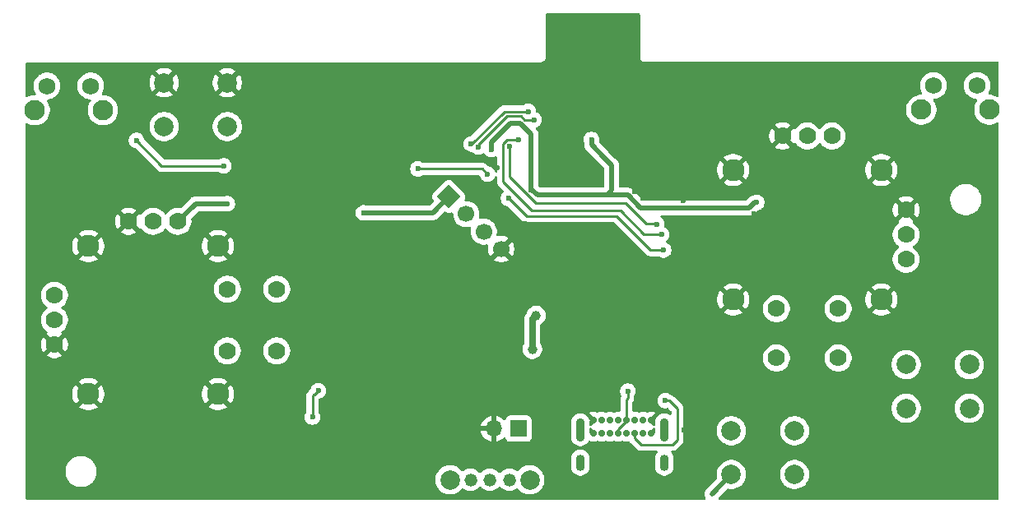
<source format=gbr>
%TF.GenerationSoftware,KiCad,Pcbnew,9.0.0*%
%TF.CreationDate,2025-09-05T21:39:45-05:00*%
%TF.ProjectId,RIOT_Remote_ESP,52494f54-5f52-4656-9d6f-74655f455350,rev?*%
%TF.SameCoordinates,Original*%
%TF.FileFunction,Copper,L2,Bot*%
%TF.FilePolarity,Positive*%
%FSLAX46Y46*%
G04 Gerber Fmt 4.6, Leading zero omitted, Abs format (unit mm)*
G04 Created by KiCad (PCBNEW 9.0.0) date 2025-09-05 21:39:45*
%MOMM*%
%LPD*%
G01*
G04 APERTURE LIST*
G04 Aperture macros list*
%AMHorizOval*
0 Thick line with rounded ends*
0 $1 width*
0 $2 $3 position (X,Y) of the first rounded end (center of the circle)*
0 $4 $5 position (X,Y) of the second rounded end (center of the circle)*
0 Add line between two ends*
20,1,$1,$2,$3,$4,$5,0*
0 Add two circle primitives to create the rounded ends*
1,1,$1,$2,$3*
1,1,$1,$4,$5*%
%AMRotRect*
0 Rectangle, with rotation*
0 The origin of the aperture is its center*
0 $1 length*
0 $2 width*
0 $3 Rotation angle, in degrees counterclockwise*
0 Add horizontal line*
21,1,$1,$2,0,0,$3*%
G04 Aperture macros list end*
%TA.AperFunction,ComponentPad*%
%ADD10C,2.000000*%
%TD*%
%TA.AperFunction,ComponentPad*%
%ADD11C,0.700000*%
%TD*%
%TA.AperFunction,ComponentPad*%
%ADD12O,0.900000X2.400000*%
%TD*%
%TA.AperFunction,ComponentPad*%
%ADD13O,0.900000X1.700000*%
%TD*%
%TA.AperFunction,ComponentPad*%
%ADD14R,1.700000X1.700000*%
%TD*%
%TA.AperFunction,ComponentPad*%
%ADD15O,1.700000X1.700000*%
%TD*%
%TA.AperFunction,ComponentPad*%
%ADD16C,2.100000*%
%TD*%
%TA.AperFunction,ComponentPad*%
%ADD17C,1.750000*%
%TD*%
%TA.AperFunction,ComponentPad*%
%ADD18C,1.778000*%
%TD*%
%TA.AperFunction,ComponentPad*%
%ADD19C,2.286000*%
%TD*%
%TA.AperFunction,ComponentPad*%
%ADD20RotRect,1.700000X1.700000X45.000000*%
%TD*%
%TA.AperFunction,ComponentPad*%
%ADD21HorizOval,1.700000X0.000000X0.000000X0.000000X0.000000X0*%
%TD*%
%TA.AperFunction,ComponentPad*%
%ADD22C,1.320800*%
%TD*%
%TA.AperFunction,ComponentPad*%
%ADD23C,2.006600*%
%TD*%
%TA.AperFunction,ViaPad*%
%ADD24C,0.600000*%
%TD*%
%TA.AperFunction,ViaPad*%
%ADD25C,0.500000*%
%TD*%
%TA.AperFunction,ViaPad*%
%ADD26C,1.000000*%
%TD*%
%TA.AperFunction,Conductor*%
%ADD27C,0.500000*%
%TD*%
%TA.AperFunction,Conductor*%
%ADD28C,0.250000*%
%TD*%
%TA.AperFunction,Conductor*%
%ADD29C,0.635000*%
%TD*%
G04 APERTURE END LIST*
D10*
%TO.P,SW5,1,1*%
%TO.N,SW5*%
X175890000Y-73810000D03*
X182390000Y-73810000D03*
%TO.P,SW5,2,2*%
%TO.N,+3.3V*%
X175890000Y-78310000D03*
X182390000Y-78310000D03*
%TD*%
D11*
%TO.P,J2,A1,GND*%
%TO.N,GNDREF*%
X161702500Y-72725000D03*
%TO.P,J2,A4,VBUS*%
%TO.N,VUSB*%
X162552500Y-72725000D03*
%TO.P,J2,A5,CC1*%
%TO.N,Net-(J2-CC1)*%
X163402500Y-72725000D03*
%TO.P,J2,A6,D+*%
%TO.N,ESP_DP*%
X164252500Y-72725000D03*
%TO.P,J2,A7,D-*%
%TO.N,ESP_DM*%
X165102500Y-72725000D03*
%TO.P,J2,A8,SBU1*%
%TO.N,unconnected-(J2-SBU1-PadA8)*%
X165952500Y-72725000D03*
%TO.P,J2,A9,VBUS*%
%TO.N,VUSB*%
X166802500Y-72725000D03*
%TO.P,J2,A12,GND*%
%TO.N,GNDREF*%
X167652500Y-72725000D03*
%TO.P,J2,B1,GND*%
X167652500Y-74075000D03*
%TO.P,J2,B4,VBUS*%
%TO.N,VUSB*%
X166802500Y-74075000D03*
%TO.P,J2,B5,CC2*%
%TO.N,Net-(J2-CC2)*%
X165952500Y-74075000D03*
%TO.P,J2,B6,D+*%
%TO.N,ESP_DP*%
X165102500Y-74075000D03*
%TO.P,J2,B7,D-*%
%TO.N,ESP_DM*%
X164252500Y-74075000D03*
%TO.P,J2,B8,SBU2*%
%TO.N,unconnected-(J2-SBU2-PadB8)*%
X163402500Y-74075000D03*
%TO.P,J2,B9,VBUS*%
%TO.N,VUSB*%
X162552500Y-74075000D03*
%TO.P,J2,B12,GND*%
%TO.N,GNDREF*%
X161702500Y-74075000D03*
D12*
%TO.P,J2,S1,SHIELD*%
%TO.N,unconnected-(J2-SHIELD-PadS1)*%
X160352500Y-73705000D03*
D13*
%TO.N,unconnected-(J2-SHIELD-PadS1)_1*%
X160352500Y-77085000D03*
D12*
%TO.N,unconnected-(J2-SHIELD-PadS1)_2*%
X169002500Y-73705000D03*
D13*
%TO.N,unconnected-(J2-SHIELD-PadS1)_3*%
X169002500Y-77085000D03*
%TD*%
D14*
%TO.P,J1,1,Pin_1*%
%TO.N,Before_Switch*%
X154000000Y-73600000D03*
D15*
%TO.P,J1,2,Pin_2*%
%TO.N,GNDREF*%
X151460000Y-73600000D03*
%TD*%
D16*
%TO.P,SW7,*%
%TO.N,*%
X104250000Y-40790000D03*
X111260000Y-40790000D03*
D17*
%TO.P,SW7,1,1*%
%TO.N,+3.3V*%
X105500000Y-38300000D03*
%TO.P,SW7,2,2*%
%TO.N,SW8*%
X110000000Y-38300000D03*
%TD*%
D16*
%TO.P,SW4,*%
%TO.N,*%
X195425000Y-40752500D03*
X202435000Y-40752500D03*
D17*
%TO.P,SW4,1,1*%
%TO.N,+3.3V*%
X196675000Y-38262500D03*
%TO.P,SW4,2,2*%
%TO.N,SW6*%
X201175000Y-38262500D03*
%TD*%
D10*
%TO.P,SW6,1,1*%
%TO.N,SW7*%
X193870000Y-67000000D03*
X200370000Y-67000000D03*
%TO.P,SW6,2,2*%
%TO.N,+3.3V*%
X193870000Y-71500000D03*
X200370000Y-71500000D03*
%TD*%
D18*
%TO.P,U7,B1A,SEL+*%
%TO.N,unconnected-(U7-SEL+-PadB1A)*%
X186875000Y-66318719D03*
%TO.P,U7,B1B*%
%TO.N,N/C*%
X180525000Y-66318719D03*
%TO.P,U7,B2A,SEL-*%
%TO.N,unconnected-(U7-SEL--PadB2A)*%
X186875000Y-61238719D03*
%TO.P,U7,B2B*%
%TO.N,N/C*%
X180525000Y-61238719D03*
%TO.P,U7,H1,H+*%
%TO.N,+3.3V*%
X186240000Y-43458719D03*
%TO.P,U7,H2,H*%
%TO.N,SW4*%
X183700000Y-43458719D03*
%TO.P,U7,H3,H-*%
%TO.N,GNDREF*%
X181160000Y-43458719D03*
D19*
%TO.P,U7,S1,SHIELD*%
X191320000Y-60286219D03*
%TO.P,U7,S2,SHIELD__1*%
X191320000Y-46951219D03*
%TO.P,U7,S3,SHIELD__2*%
X176080000Y-46951219D03*
%TO.P,U7,S4,SHIELD__3*%
X176080000Y-60286219D03*
D18*
%TO.P,U7,V1,V+*%
%TO.N,+3.3V*%
X193860000Y-56158719D03*
%TO.P,U7,V2,V*%
%TO.N,SW3*%
X193860000Y-53618719D03*
%TO.P,U7,V3,V-*%
%TO.N,GNDREF*%
X193860000Y-51078719D03*
%TD*%
D20*
%TO.P,J3,1,Pin_1*%
%TO.N,+3.3V*%
X146832898Y-49707898D03*
D21*
%TO.P,J3,2,Pin_2*%
%TO.N,SDA*%
X148628949Y-51503949D03*
%TO.P,J3,3,Pin_3*%
%TO.N,SCL*%
X150425000Y-53300000D03*
%TO.P,J3,4,Pin_4*%
%TO.N,GNDREF*%
X152221052Y-55096052D03*
%TD*%
D18*
%TO.P,U6,B1A,SEL+*%
%TO.N,unconnected-(U6-SEL+-PadB1A)*%
X129125000Y-59225000D03*
%TO.P,U6,B1B*%
%TO.N,N/C*%
X129125000Y-65575000D03*
%TO.P,U6,B2A,SEL-*%
%TO.N,unconnected-(U6-SEL--PadB2A)*%
X124045000Y-59225000D03*
%TO.P,U6,B2B*%
%TO.N,N/C*%
X124045000Y-65575000D03*
%TO.P,U6,H1,H+*%
%TO.N,+3.3V*%
X106265000Y-59860000D03*
%TO.P,U6,H2,H*%
%TO.N,SW2*%
X106265000Y-62400000D03*
%TO.P,U6,H3,H-*%
%TO.N,GNDREF*%
X106265000Y-64940000D03*
D19*
%TO.P,U6,S1,SHIELD*%
X123092500Y-54780000D03*
%TO.P,U6,S2,SHIELD__1*%
X109757500Y-54780000D03*
%TO.P,U6,S3,SHIELD__2*%
X109757500Y-70020000D03*
%TO.P,U6,S4,SHIELD__3*%
X123092500Y-70020000D03*
D18*
%TO.P,U6,V1,V+*%
%TO.N,+3.3V*%
X118965000Y-52240000D03*
%TO.P,U6,V2,V*%
%TO.N,SW1*%
X116425000Y-52240000D03*
%TO.P,U6,V3,V-*%
%TO.N,GNDREF*%
X113885000Y-52240000D03*
%TD*%
D22*
%TO.P,SW1,1,1*%
%TO.N,+36V*%
X149055901Y-78862450D03*
%TO.P,SW1,2,2*%
%TO.N,unconnected-(SW1-Pad2)*%
X151055901Y-78862450D03*
%TO.P,SW1,3,3*%
%TO.N,Before_Switch*%
X153055902Y-78862450D03*
D23*
%TO.P,SW1,4*%
%TO.N,N/C*%
X146955902Y-78862450D03*
%TO.P,SW1,5*%
X155155900Y-78862450D03*
%TD*%
D10*
%TO.P,SW3,1,1*%
%TO.N,Net-(U1-CHIP_EN)*%
X124050000Y-42475000D03*
X117550000Y-42475000D03*
%TO.P,SW3,2,2*%
%TO.N,GNDREF*%
X124050000Y-37975000D03*
X117550000Y-37975000D03*
%TD*%
D24*
%TO.N,GNDREF*%
X127200000Y-41600000D03*
X161550000Y-39600000D03*
X172725000Y-38000000D03*
X148525000Y-37450000D03*
X156350000Y-46000000D03*
X140950000Y-44575000D03*
X158375000Y-45600000D03*
X196900000Y-44625000D03*
X137175000Y-56875000D03*
X157900000Y-44350000D03*
X175550000Y-36975000D03*
X131125000Y-42550000D03*
X131800000Y-55000000D03*
X143950000Y-56450000D03*
X162825000Y-41250000D03*
X104525000Y-46850000D03*
X187800000Y-40800000D03*
X123750000Y-44950000D03*
X136725000Y-69950000D03*
X168650000Y-63075000D03*
X126225000Y-69825000D03*
X119650000Y-62450000D03*
X158575000Y-72450000D03*
X149725000Y-36475000D03*
X117300000Y-59850000D03*
X157700000Y-38725000D03*
X168225000Y-39125000D03*
X179250000Y-69100000D03*
X167775000Y-37750000D03*
X171050000Y-73750000D03*
X171175000Y-45975000D03*
X185475000Y-75875000D03*
X123325000Y-72425000D03*
X184625000Y-45600000D03*
X140900000Y-64100000D03*
X170400000Y-60950000D03*
X171600000Y-48900000D03*
X155600000Y-39125000D03*
X144600000Y-36650000D03*
X120875000Y-55950000D03*
X138700000Y-62000000D03*
X153175000Y-65275000D03*
X182750000Y-40925000D03*
X152350000Y-60275000D03*
X194125000Y-63675000D03*
X115675000Y-42625000D03*
X171175000Y-44700000D03*
X147850000Y-67525000D03*
X107225000Y-69550000D03*
X133475000Y-54400000D03*
X120575000Y-60700000D03*
X161575000Y-37650000D03*
X130900000Y-70800000D03*
X156700000Y-38200000D03*
X146150000Y-44925000D03*
X192300000Y-49475000D03*
X185600000Y-41175000D03*
X155100000Y-36125000D03*
X125475000Y-44800000D03*
X139000000Y-68600000D03*
X125725000Y-51650000D03*
X196250000Y-58050000D03*
D25*
X175820000Y-69932500D03*
D24*
X108200000Y-49075000D03*
X161375000Y-57350000D03*
X172625000Y-75350000D03*
X156375000Y-45225000D03*
X134200000Y-62000000D03*
X154425000Y-57700000D03*
X178575000Y-37150000D03*
X189400000Y-37525000D03*
X130200000Y-72200000D03*
X161500000Y-38750000D03*
X109800000Y-73675000D03*
X153975000Y-53775000D03*
X162825000Y-63550000D03*
X151250000Y-66900000D03*
X146775000Y-70125000D03*
X140050000Y-49200000D03*
X141975000Y-42500000D03*
X125500000Y-72000000D03*
X189325000Y-48500000D03*
X175900000Y-42600000D03*
X196200000Y-59850000D03*
X144300000Y-58150000D03*
X115550000Y-63875000D03*
X162125000Y-58425000D03*
X111050000Y-71925000D03*
X170950000Y-50125000D03*
X137500000Y-64400000D03*
X110200000Y-65225000D03*
X139250000Y-54300000D03*
X158775000Y-46500000D03*
X172975000Y-43925000D03*
X172125000Y-39525000D03*
X170925000Y-43550000D03*
X191100000Y-55150000D03*
X144950000Y-67025000D03*
X182275000Y-48200000D03*
X174525000Y-38850000D03*
X142225000Y-55575000D03*
X163675000Y-62300000D03*
X156825000Y-75775000D03*
X164150000Y-37275000D03*
X172400000Y-73250000D03*
X128250000Y-41125000D03*
X177275000Y-40825000D03*
X138975000Y-50325000D03*
X198625000Y-73650000D03*
X146525000Y-37575000D03*
X179000000Y-38750000D03*
X153725000Y-36450000D03*
X166225000Y-39650000D03*
X155675000Y-57475000D03*
X196975000Y-68975000D03*
X180050000Y-56125000D03*
X112700000Y-55575000D03*
X104525000Y-44250000D03*
X145750000Y-41400000D03*
X181775000Y-52525000D03*
X158525000Y-75225000D03*
X183875000Y-37300000D03*
X116975000Y-64375000D03*
X139350000Y-55450000D03*
X108850000Y-44900000D03*
X120875000Y-54200000D03*
X129725000Y-80225000D03*
X153000000Y-51700000D03*
X155900000Y-37625000D03*
X178975000Y-56625000D03*
X142800000Y-69700000D03*
X113575000Y-41700000D03*
X132650000Y-58400000D03*
X142300000Y-47775000D03*
X144000000Y-44925000D03*
X171925000Y-46150000D03*
X166800000Y-49875000D03*
X120250000Y-70625000D03*
X189925000Y-51025000D03*
X169375000Y-37750000D03*
X144675000Y-38800000D03*
X165000000Y-48100000D03*
X157225000Y-37075000D03*
X170900000Y-37850000D03*
X124250000Y-67700000D03*
X118150000Y-57250000D03*
X140400000Y-69800000D03*
X165600000Y-48250000D03*
X162750000Y-64600000D03*
X165650000Y-37825000D03*
X170275000Y-43475000D03*
X184325000Y-49900000D03*
X169075000Y-65750000D03*
X161550000Y-40525000D03*
X162400000Y-39025000D03*
X183550000Y-58850000D03*
X158950000Y-44475000D03*
X186575000Y-52575000D03*
X135075000Y-41400000D03*
X152325000Y-61825000D03*
X174950000Y-40225000D03*
X148025000Y-69300000D03*
X153400000Y-52325000D03*
X161500000Y-66100000D03*
X193575000Y-48800000D03*
X115675000Y-40900000D03*
X113450000Y-69100000D03*
X120250000Y-73075000D03*
X154650000Y-52500000D03*
D25*
X156900000Y-74000000D03*
D24*
X139175000Y-57500000D03*
X170725000Y-39475000D03*
X165525000Y-41325000D03*
X198125000Y-60600000D03*
X166275000Y-43375000D03*
X162925000Y-37675000D03*
X137425000Y-45000000D03*
X149375000Y-63875000D03*
X144950000Y-64200000D03*
X165475000Y-43925000D03*
X163700000Y-61125000D03*
X153975000Y-37825000D03*
X131325000Y-44950000D03*
X153200000Y-58425000D03*
X186200000Y-58500000D03*
X114125000Y-40725000D03*
X123950000Y-51950000D03*
X156600000Y-57275000D03*
X170875000Y-69375000D03*
X180800000Y-70800000D03*
X152925000Y-63325000D03*
X111950000Y-63800000D03*
X170100000Y-40775000D03*
X162950000Y-59800000D03*
X187050000Y-79575000D03*
X178150000Y-75550000D03*
X151350000Y-37775000D03*
X147700000Y-71650000D03*
X151800000Y-46750000D03*
X144100000Y-40200000D03*
X158425000Y-77875000D03*
X157125000Y-45450000D03*
X129075000Y-76275000D03*
X198800000Y-43350000D03*
X137500000Y-41400000D03*
X148150000Y-73725000D03*
X202775000Y-43725000D03*
X125200000Y-54200000D03*
X185400000Y-70675000D03*
X108625000Y-67275000D03*
X152150000Y-36825000D03*
X162475000Y-65600000D03*
X163850000Y-40150000D03*
X157875000Y-46500000D03*
X194925000Y-73475000D03*
X169225000Y-59250000D03*
X133400000Y-61300000D03*
X192475000Y-68975000D03*
X141900000Y-37825000D03*
X178200000Y-51475000D03*
X107800000Y-72625000D03*
X149375000Y-66250000D03*
X127950000Y-54250000D03*
X191275000Y-70750000D03*
D25*
X191402500Y-37850000D03*
D24*
X112275000Y-59925000D03*
X142300000Y-72100000D03*
X163550000Y-38775000D03*
X154225000Y-64375000D03*
D25*
X160260000Y-69925000D03*
D24*
X165950000Y-49150000D03*
X121400000Y-67725000D03*
X110925000Y-67450000D03*
X109175000Y-59600000D03*
X128600000Y-78325000D03*
X113575000Y-38700000D03*
X156950000Y-46500000D03*
X134775000Y-45000000D03*
X157200000Y-69450000D03*
X197625000Y-59000000D03*
X156800000Y-44500000D03*
X171625000Y-47500000D03*
X108200000Y-47275000D03*
X183200000Y-56325000D03*
X164475000Y-38775000D03*
X165950000Y-42675000D03*
X134475000Y-58925000D03*
X128425000Y-44950000D03*
X168775000Y-41325000D03*
X171275000Y-64350000D03*
X190700000Y-76725000D03*
X122500000Y-52625000D03*
X162400000Y-40100000D03*
X173150000Y-40325000D03*
X186800000Y-36925000D03*
X200725000Y-75175000D03*
X148200000Y-60250000D03*
%TO.N,+3.3V*%
X138050000Y-51375000D03*
X124050000Y-50425000D03*
X151200000Y-44850000D03*
X178500000Y-50300000D03*
X153487085Y-42174000D03*
X133406250Y-69693750D03*
X132800000Y-72400000D03*
X161500000Y-43826283D03*
X155305000Y-48980000D03*
%TO.N,SW1*%
X155000000Y-40925000D03*
X149125000Y-44275000D03*
D26*
%TO.N,Net-(U9-V_{SS})*%
X155425000Y-65425000D03*
X155800000Y-61950000D03*
D24*
%TO.N,Net-(J2-CC2)*%
X169100000Y-70697500D03*
%TO.N,SW8*%
X143650000Y-46850000D03*
X150800000Y-47376000D03*
X123675000Y-46525000D03*
X114700000Y-43900000D03*
%TO.N,SW5*%
X152975000Y-49875000D03*
X168925000Y-55200000D03*
%TO.N,SW3*%
X154000000Y-43875000D03*
X168725000Y-53618719D03*
%TO.N,SW2*%
X155603634Y-41775000D03*
X149865440Y-44577907D03*
%TO.N,SW4*%
X168225000Y-52525000D03*
X153095610Y-44511388D03*
%TO.N,ESP_DM*%
X165237000Y-69725000D03*
%TD*%
D27*
%TO.N,+3.3V*%
X162800000Y-45675000D02*
X163600000Y-46475000D01*
X161500000Y-44375000D02*
X162800000Y-45675000D01*
X154199000Y-42174000D02*
X155305000Y-43280000D01*
X166576000Y-50876000D02*
X177736925Y-50876000D01*
X124050000Y-50425000D02*
X120780000Y-50425000D01*
X165225000Y-49525000D02*
X166576000Y-50876000D01*
X145165796Y-51375000D02*
X138050000Y-51375000D01*
D28*
X132800000Y-70200000D02*
X132800000Y-72400000D01*
D27*
X146832898Y-49707898D02*
X145165796Y-51375000D01*
X163125000Y-49525000D02*
X160050000Y-49525000D01*
X163600000Y-46475000D02*
X163600000Y-49050000D01*
D28*
X133406250Y-69693750D02*
X133000000Y-70100000D01*
D27*
X161500000Y-43826283D02*
X161500000Y-44375000D01*
X151200000Y-44112925D02*
X151200000Y-44125000D01*
X153138925Y-42174000D02*
X151200000Y-44112925D01*
X163125000Y-49525000D02*
X165225000Y-49525000D01*
X155305000Y-43280000D02*
X155305000Y-48980000D01*
D28*
X132900000Y-70100000D02*
X132800000Y-70200000D01*
D27*
X160050000Y-49525000D02*
X155925000Y-49525000D01*
X175890000Y-78310000D02*
X173883250Y-80316750D01*
X120780000Y-50425000D02*
X118965000Y-52240000D01*
D28*
X133000000Y-70100000D02*
X132900000Y-70100000D01*
D27*
X163600000Y-49050000D02*
X163125000Y-49525000D01*
X155925000Y-49525000D02*
X155375000Y-48975000D01*
X153487085Y-42174000D02*
X154199000Y-42174000D01*
X177736925Y-50876000D02*
X178312925Y-50300000D01*
X153487085Y-42174000D02*
X153138925Y-42174000D01*
X178312925Y-50300000D02*
X178500000Y-50300000D01*
X151200000Y-44125000D02*
X151200000Y-44850000D01*
D28*
%TO.N,SW1*%
X152525000Y-40925000D02*
X155000000Y-40925000D01*
X149125000Y-44275000D02*
X149175000Y-44275000D01*
X149175000Y-44275000D02*
X152525000Y-40925000D01*
D29*
%TO.N,Net-(U9-V_{SS})*%
X155425000Y-65425000D02*
X155425000Y-62325000D01*
X155425000Y-62325000D02*
X155800000Y-61950000D01*
D28*
%TO.N,Net-(J2-CC2)*%
X166613526Y-75231000D02*
X165952500Y-74569974D01*
X170350000Y-71550000D02*
X170350000Y-74725000D01*
X170350000Y-74725000D02*
X169844000Y-75231000D01*
X165952500Y-74569974D02*
X165952500Y-74075000D01*
X169525000Y-70725000D02*
X170350000Y-71550000D01*
X169100000Y-70697500D02*
X169072500Y-70725000D01*
X169844000Y-75231000D02*
X166613526Y-75231000D01*
X169127500Y-70725000D02*
X169525000Y-70725000D01*
X169100000Y-70697500D02*
X169127500Y-70725000D01*
%TO.N,SW8*%
X123675000Y-46525000D02*
X117300000Y-46525000D01*
X150274000Y-46850000D02*
X143650000Y-46850000D01*
X117300000Y-46525000D02*
X114700000Y-43925000D01*
X150800000Y-47376000D02*
X150274000Y-46850000D01*
%TO.N,SW5*%
X167591116Y-55200000D02*
X164116116Y-51725000D01*
X168925000Y-55200000D02*
X167591116Y-55200000D01*
X164116116Y-51725000D02*
X154825000Y-51725000D01*
X154825000Y-51725000D02*
X152975000Y-49875000D01*
%TO.N,SW3*%
X152426000Y-44295700D02*
X152426000Y-48176000D01*
X154000000Y-43875000D02*
X153989612Y-43885388D01*
X164500000Y-51150000D02*
X166912500Y-53562500D01*
X152426000Y-48176000D02*
X155400000Y-51150000D01*
X152836312Y-43885388D02*
X152426000Y-44295700D01*
X153989612Y-43885388D02*
X152836312Y-43885388D01*
X155400000Y-51150000D02*
X164500000Y-51150000D01*
X168668781Y-53562500D02*
X168725000Y-53618719D01*
X166912500Y-53562500D02*
X168668781Y-53562500D01*
%TO.N,SW2*%
X154614587Y-41775000D02*
X154239587Y-41400000D01*
X155603634Y-41775000D02*
X154614587Y-41775000D01*
X154239587Y-41400000D02*
X152800000Y-41400000D01*
X152800000Y-41400000D02*
X149865440Y-44334560D01*
X149865440Y-44334560D02*
X149865440Y-44577907D01*
%TO.N,SW4*%
X164972448Y-50350000D02*
X155789702Y-50350000D01*
X168225000Y-52525000D02*
X168202552Y-52502552D01*
X167125000Y-52502552D02*
X164972448Y-50350000D01*
X153095610Y-47655908D02*
X153095610Y-44511388D01*
X168202552Y-52502552D02*
X167125000Y-52502552D01*
X155789702Y-50350000D02*
X153095610Y-47655908D01*
X183700000Y-43600000D02*
X183700000Y-43458719D01*
%TO.N,ESP_DM*%
X164252500Y-74075000D02*
X164252500Y-73681009D01*
X165102500Y-72831009D02*
X165102500Y-72725000D01*
X165102500Y-72725000D02*
X165102500Y-70597500D01*
X164252500Y-73681009D02*
X165102500Y-72831009D01*
X165102500Y-70597500D02*
X165237000Y-70463000D01*
X165237000Y-70463000D02*
X165237000Y-69725000D01*
%TD*%
%TA.AperFunction,Conductor*%
%TO.N,GNDREF*%
G36*
X167971334Y-73505127D02*
G01*
X168027267Y-73546999D01*
X168051684Y-73612463D01*
X168052000Y-73621309D01*
X168052000Y-73977691D01*
X168032315Y-74044730D01*
X168015681Y-74065373D01*
X167916957Y-74164096D01*
X167909010Y-74168434D01*
X167903586Y-74175681D01*
X167878826Y-74184915D01*
X167855633Y-74197580D01*
X167846604Y-74196934D01*
X167838122Y-74200098D01*
X167815225Y-74195117D01*
X167822052Y-74188291D01*
X167852500Y-74114782D01*
X167852500Y-74035218D01*
X167822052Y-73961709D01*
X167765791Y-73905448D01*
X167692282Y-73875000D01*
X167629880Y-73875000D01*
X167621087Y-73830794D01*
X167627314Y-73761204D01*
X167655023Y-73718923D01*
X167840319Y-73533628D01*
X167901642Y-73500143D01*
X167971334Y-73505127D01*
G37*
%TD.AperFunction*%
%TA.AperFunction,Conductor*%
G36*
X161508203Y-73527596D02*
G01*
X161514681Y-73533628D01*
X161699976Y-73718922D01*
X161733461Y-73780245D01*
X161733912Y-73830794D01*
X161725119Y-73875000D01*
X161662718Y-73875000D01*
X161589209Y-73905448D01*
X161532948Y-73961709D01*
X161502500Y-74035218D01*
X161502500Y-74114782D01*
X161532948Y-74188291D01*
X161541478Y-74196821D01*
X161482388Y-74192595D01*
X161438042Y-74164095D01*
X161339319Y-74065372D01*
X161305834Y-74004049D01*
X161303000Y-73977691D01*
X161303000Y-73621309D01*
X161322685Y-73554270D01*
X161375489Y-73508515D01*
X161444647Y-73498571D01*
X161508203Y-73527596D01*
G37*
%TD.AperFunction*%
%TA.AperFunction,Conductor*%
G36*
X166442539Y-30845185D02*
G01*
X166488294Y-30897989D01*
X166499500Y-30949500D01*
X166499500Y-35263340D01*
X166499448Y-35263535D01*
X166499500Y-35329427D01*
X166499500Y-35394928D01*
X166499551Y-35395314D01*
X166499551Y-35395317D01*
X166499552Y-35395319D01*
X166505075Y-35415867D01*
X166533760Y-35522585D01*
X166533761Y-35522588D01*
X166599739Y-35636658D01*
X166599744Y-35636665D01*
X166692708Y-35729483D01*
X166693001Y-35729775D01*
X166693002Y-35729776D01*
X166693004Y-35729777D01*
X166807181Y-35795577D01*
X166807180Y-35795577D01*
X166827083Y-35800893D01*
X166934502Y-35829585D01*
X203275404Y-35800990D01*
X203342457Y-35820622D01*
X203388254Y-35873390D01*
X203399500Y-35924990D01*
X203399500Y-39301421D01*
X203379815Y-39368460D01*
X203327011Y-39414215D01*
X203257853Y-39424159D01*
X203219205Y-39411906D01*
X203030187Y-39315597D01*
X203030186Y-39315596D01*
X203030185Y-39315596D01*
X202798076Y-39240179D01*
X202798074Y-39240178D01*
X202798072Y-39240178D01*
X202629769Y-39213521D01*
X202557027Y-39202000D01*
X202435988Y-39202000D01*
X202368949Y-39182315D01*
X202323194Y-39129511D01*
X202313250Y-39060353D01*
X202335671Y-39005113D01*
X202351432Y-38983420D01*
X202449726Y-38790509D01*
X202449727Y-38790506D01*
X202504445Y-38622098D01*
X202516630Y-38584597D01*
X202550500Y-38370754D01*
X202550500Y-38154246D01*
X202516630Y-37940403D01*
X202461911Y-37771993D01*
X202449727Y-37734493D01*
X202449726Y-37734490D01*
X202370540Y-37579081D01*
X202351433Y-37541581D01*
X202224172Y-37366422D01*
X202071078Y-37213328D01*
X201895919Y-37086067D01*
X201703009Y-36987773D01*
X201703006Y-36987772D01*
X201497098Y-36920870D01*
X201390175Y-36903935D01*
X201283254Y-36887000D01*
X201066746Y-36887000D01*
X200995465Y-36898290D01*
X200852901Y-36920870D01*
X200646993Y-36987772D01*
X200646990Y-36987773D01*
X200454080Y-37086067D01*
X200354145Y-37158674D01*
X200278922Y-37213328D01*
X200278920Y-37213330D01*
X200278919Y-37213330D01*
X200125830Y-37366419D01*
X200125830Y-37366420D01*
X200125828Y-37366422D01*
X200071174Y-37441645D01*
X199998567Y-37541580D01*
X199900273Y-37734490D01*
X199900272Y-37734493D01*
X199833370Y-37940401D01*
X199809192Y-38093052D01*
X199799500Y-38154246D01*
X199799500Y-38370754D01*
X199816435Y-38477675D01*
X199833370Y-38584598D01*
X199900272Y-38790506D01*
X199900273Y-38790509D01*
X199998567Y-38983419D01*
X200125828Y-39158578D01*
X200278922Y-39311672D01*
X200454081Y-39438933D01*
X200524866Y-39475000D01*
X200646990Y-39537226D01*
X200646993Y-39537227D01*
X200727329Y-39563329D01*
X200852903Y-39604130D01*
X201066746Y-39638000D01*
X201066747Y-39638000D01*
X201084844Y-39638000D01*
X201151883Y-39657685D01*
X201197638Y-39710489D01*
X201207582Y-39779647D01*
X201185162Y-39834885D01*
X201108896Y-39939856D01*
X200998097Y-40157312D01*
X200922678Y-40389427D01*
X200897909Y-40545814D01*
X200884500Y-40630473D01*
X200884500Y-40874527D01*
X200922679Y-41115576D01*
X200998096Y-41347685D01*
X201096854Y-41541510D01*
X201108896Y-41565142D01*
X201252339Y-41762576D01*
X201252343Y-41762581D01*
X201424918Y-41935156D01*
X201424923Y-41935160D01*
X201476538Y-41972660D01*
X201622361Y-42078606D01*
X201839815Y-42189404D01*
X202071924Y-42264821D01*
X202312973Y-42303000D01*
X202312974Y-42303000D01*
X202557026Y-42303000D01*
X202557027Y-42303000D01*
X202798076Y-42264821D01*
X203030185Y-42189404D01*
X203219207Y-42093092D01*
X203287874Y-42080197D01*
X203352615Y-42106473D01*
X203392872Y-42163579D01*
X203399500Y-42203578D01*
X203399500Y-80775500D01*
X203379815Y-80842539D01*
X203327011Y-80888294D01*
X203275500Y-80899500D01*
X174661230Y-80899500D01*
X174594191Y-80879815D01*
X174548436Y-80827011D01*
X174538492Y-80757853D01*
X174567517Y-80694297D01*
X174573549Y-80687819D01*
X174725712Y-80535656D01*
X175450088Y-79811278D01*
X175511409Y-79777795D01*
X175557163Y-79776488D01*
X175618398Y-79786186D01*
X175771903Y-79810500D01*
X175771908Y-79810500D01*
X176008097Y-79810500D01*
X176241368Y-79773553D01*
X176283618Y-79759825D01*
X176465992Y-79700568D01*
X176676433Y-79593343D01*
X176867510Y-79454517D01*
X177034517Y-79287510D01*
X177173343Y-79096433D01*
X177280568Y-78885992D01*
X177353553Y-78661368D01*
X177360995Y-78614379D01*
X177390500Y-78428097D01*
X177390500Y-78191902D01*
X180889500Y-78191902D01*
X180889500Y-78428097D01*
X180926446Y-78661368D01*
X180999433Y-78885996D01*
X181079255Y-79042654D01*
X181106657Y-79096433D01*
X181245483Y-79287510D01*
X181412490Y-79454517D01*
X181603567Y-79593343D01*
X181653382Y-79618725D01*
X181814003Y-79700566D01*
X181814005Y-79700566D01*
X181814008Y-79700568D01*
X181924121Y-79736346D01*
X182038631Y-79773553D01*
X182271903Y-79810500D01*
X182271908Y-79810500D01*
X182508097Y-79810500D01*
X182741368Y-79773553D01*
X182783618Y-79759825D01*
X182965992Y-79700568D01*
X183176433Y-79593343D01*
X183367510Y-79454517D01*
X183534517Y-79287510D01*
X183673343Y-79096433D01*
X183780568Y-78885992D01*
X183853553Y-78661368D01*
X183860995Y-78614379D01*
X183890500Y-78428097D01*
X183890500Y-78191902D01*
X183853553Y-77958631D01*
X183797657Y-77786602D01*
X183780568Y-77734008D01*
X183780566Y-77734005D01*
X183780566Y-77734003D01*
X183673342Y-77523566D01*
X183534517Y-77332490D01*
X183367510Y-77165483D01*
X183176433Y-77026657D01*
X182965996Y-76919433D01*
X182741368Y-76846446D01*
X182508097Y-76809500D01*
X182508092Y-76809500D01*
X182271908Y-76809500D01*
X182271903Y-76809500D01*
X182038631Y-76846446D01*
X181814003Y-76919433D01*
X181603566Y-77026657D01*
X181494550Y-77105862D01*
X181412490Y-77165483D01*
X181412488Y-77165485D01*
X181412487Y-77165485D01*
X181245485Y-77332487D01*
X181245485Y-77332488D01*
X181245483Y-77332490D01*
X181226477Y-77358650D01*
X181106657Y-77523566D01*
X180999433Y-77734003D01*
X180926446Y-77958631D01*
X180889500Y-78191902D01*
X177390500Y-78191902D01*
X177353553Y-77958631D01*
X177297657Y-77786602D01*
X177280568Y-77734008D01*
X177280566Y-77734005D01*
X177280566Y-77734003D01*
X177173342Y-77523566D01*
X177034517Y-77332490D01*
X176867510Y-77165483D01*
X176676433Y-77026657D01*
X176465996Y-76919433D01*
X176241368Y-76846446D01*
X176008097Y-76809500D01*
X176008092Y-76809500D01*
X175771908Y-76809500D01*
X175771903Y-76809500D01*
X175538631Y-76846446D01*
X175314003Y-76919433D01*
X175103566Y-77026657D01*
X174994550Y-77105862D01*
X174912490Y-77165483D01*
X174912488Y-77165485D01*
X174912487Y-77165485D01*
X174745485Y-77332487D01*
X174745485Y-77332488D01*
X174745483Y-77332490D01*
X174726477Y-77358650D01*
X174606657Y-77523566D01*
X174499433Y-77734003D01*
X174426446Y-77958631D01*
X174389500Y-78191902D01*
X174389500Y-78428097D01*
X174423511Y-78642832D01*
X174414557Y-78712125D01*
X174388719Y-78749911D01*
X173300300Y-79838331D01*
X173300299Y-79838332D01*
X173218168Y-79961252D01*
X173218164Y-79961259D01*
X173161592Y-80097837D01*
X173161590Y-80097843D01*
X173132750Y-80242830D01*
X173132750Y-80242833D01*
X173132750Y-80390667D01*
X173132750Y-80390669D01*
X173132749Y-80390669D01*
X173161590Y-80535656D01*
X173161592Y-80535662D01*
X173218166Y-80672244D01*
X173241128Y-80706610D01*
X173262006Y-80773287D01*
X173243521Y-80840667D01*
X173191543Y-80887357D01*
X173138026Y-80899500D01*
X103424500Y-80899500D01*
X103357461Y-80879815D01*
X103311706Y-80827011D01*
X103300500Y-80775500D01*
X103300500Y-77874038D01*
X107399500Y-77874038D01*
X107399500Y-78125962D01*
X107407166Y-78174360D01*
X107438910Y-78374785D01*
X107516760Y-78614383D01*
X107631132Y-78838848D01*
X107779201Y-79042649D01*
X107779205Y-79042654D01*
X107957345Y-79220794D01*
X107957350Y-79220798D01*
X108049175Y-79287512D01*
X108161155Y-79368870D01*
X108300179Y-79439706D01*
X108385616Y-79483239D01*
X108385618Y-79483239D01*
X108385621Y-79483241D01*
X108625215Y-79561090D01*
X108874038Y-79600500D01*
X108874039Y-79600500D01*
X109125961Y-79600500D01*
X109125962Y-79600500D01*
X109374785Y-79561090D01*
X109614379Y-79483241D01*
X109838845Y-79368870D01*
X110042656Y-79220793D01*
X110220793Y-79042656D01*
X110368870Y-78838845D01*
X110417146Y-78744098D01*
X145452102Y-78744098D01*
X145452102Y-78980801D01*
X145489131Y-79214592D01*
X145489131Y-79214595D01*
X145562274Y-79439706D01*
X145643534Y-79599186D01*
X145669737Y-79650613D01*
X145808868Y-79842110D01*
X145976242Y-80009484D01*
X146167739Y-80148615D01*
X146352646Y-80242830D01*
X146378645Y-80256077D01*
X146603757Y-80329220D01*
X146603758Y-80329220D01*
X146603761Y-80329221D01*
X146837550Y-80366250D01*
X146837551Y-80366250D01*
X147074253Y-80366250D01*
X147074254Y-80366250D01*
X147308043Y-80329221D01*
X147308046Y-80329220D01*
X147308047Y-80329220D01*
X147533158Y-80256077D01*
X147533158Y-80256076D01*
X147533161Y-80256076D01*
X147744065Y-80148615D01*
X147935562Y-80009484D01*
X148102936Y-79842110D01*
X148142788Y-79787257D01*
X148198115Y-79744593D01*
X148267728Y-79738612D01*
X148315989Y-79759824D01*
X148447457Y-79855341D01*
X148610270Y-79938298D01*
X148784056Y-79994765D01*
X148851736Y-80005484D01*
X148964531Y-80023350D01*
X148964536Y-80023350D01*
X149147271Y-80023350D01*
X149247532Y-80007469D01*
X149327746Y-79994765D01*
X149501532Y-79938298D01*
X149664345Y-79855341D01*
X149812177Y-79747935D01*
X149941386Y-79618726D01*
X149955583Y-79599184D01*
X150010912Y-79556519D01*
X150080525Y-79550539D01*
X150142320Y-79583145D01*
X150156216Y-79599181D01*
X150170416Y-79618726D01*
X150299625Y-79747935D01*
X150447457Y-79855341D01*
X150610270Y-79938298D01*
X150784056Y-79994765D01*
X150851736Y-80005484D01*
X150964531Y-80023350D01*
X150964536Y-80023350D01*
X151147271Y-80023350D01*
X151247532Y-80007469D01*
X151327746Y-79994765D01*
X151501532Y-79938298D01*
X151664345Y-79855341D01*
X151812177Y-79747935D01*
X151941386Y-79618726D01*
X151955583Y-79599185D01*
X152010909Y-79556519D01*
X152080522Y-79550538D01*
X152142318Y-79583142D01*
X152156218Y-79599183D01*
X152170417Y-79618726D01*
X152299626Y-79747935D01*
X152447458Y-79855341D01*
X152610271Y-79938298D01*
X152784057Y-79994765D01*
X152851737Y-80005484D01*
X152964532Y-80023350D01*
X152964537Y-80023350D01*
X153147272Y-80023350D01*
X153247533Y-80007469D01*
X153327747Y-79994765D01*
X153501533Y-79938298D01*
X153664346Y-79855341D01*
X153795812Y-79759825D01*
X153861617Y-79736346D01*
X153929670Y-79752171D01*
X153969012Y-79787256D01*
X154008866Y-79842110D01*
X154176240Y-80009484D01*
X154367737Y-80148615D01*
X154552644Y-80242830D01*
X154578643Y-80256077D01*
X154803755Y-80329220D01*
X154803756Y-80329220D01*
X154803759Y-80329221D01*
X155037548Y-80366250D01*
X155037549Y-80366250D01*
X155274251Y-80366250D01*
X155274252Y-80366250D01*
X155508041Y-80329221D01*
X155508044Y-80329220D01*
X155508045Y-80329220D01*
X155733156Y-80256077D01*
X155733156Y-80256076D01*
X155733159Y-80256076D01*
X155944063Y-80148615D01*
X156135560Y-80009484D01*
X156302934Y-79842110D01*
X156442065Y-79650613D01*
X156549526Y-79439709D01*
X156598978Y-79287510D01*
X156622670Y-79214595D01*
X156622670Y-79214594D01*
X156622671Y-79214591D01*
X156659700Y-78980802D01*
X156659700Y-78744098D01*
X156622671Y-78510309D01*
X156622670Y-78510305D01*
X156622670Y-78510304D01*
X156549527Y-78285193D01*
X156501993Y-78191902D01*
X156442065Y-78074287D01*
X156302934Y-77882790D01*
X156135560Y-77715416D01*
X155944063Y-77576285D01*
X155733156Y-77468822D01*
X155508044Y-77395679D01*
X155332699Y-77367907D01*
X155274252Y-77358650D01*
X155037548Y-77358650D01*
X154959618Y-77370993D01*
X154803757Y-77395679D01*
X154803754Y-77395679D01*
X154578643Y-77468822D01*
X154367736Y-77576285D01*
X154258480Y-77655664D01*
X154176240Y-77715416D01*
X154176238Y-77715418D01*
X154176237Y-77715418D01*
X154008865Y-77882790D01*
X153969013Y-77937642D01*
X153913683Y-77980307D01*
X153844069Y-77986285D01*
X153795811Y-77965073D01*
X153664349Y-77869561D01*
X153664348Y-77869560D01*
X153664346Y-77869559D01*
X153501533Y-77786602D01*
X153327747Y-77730135D01*
X153327745Y-77730134D01*
X153327743Y-77730134D01*
X153147272Y-77701550D01*
X153147267Y-77701550D01*
X152964537Y-77701550D01*
X152964532Y-77701550D01*
X152784060Y-77730134D01*
X152610268Y-77786603D01*
X152447457Y-77869559D01*
X152299623Y-77976967D01*
X152170416Y-78106174D01*
X152156218Y-78125717D01*
X152100887Y-78168382D01*
X152031274Y-78174360D01*
X151969479Y-78141753D01*
X151955583Y-78125715D01*
X151941386Y-78106174D01*
X151812177Y-77976965D01*
X151664345Y-77869559D01*
X151501532Y-77786602D01*
X151327746Y-77730135D01*
X151327744Y-77730134D01*
X151327742Y-77730134D01*
X151147271Y-77701550D01*
X151147266Y-77701550D01*
X150964536Y-77701550D01*
X150964531Y-77701550D01*
X150784059Y-77730134D01*
X150610267Y-77786603D01*
X150447456Y-77869559D01*
X150299622Y-77976967D01*
X150170418Y-78106171D01*
X150170411Y-78106180D01*
X150156218Y-78125715D01*
X150100888Y-78168381D01*
X150031275Y-78174359D01*
X149969480Y-78141753D01*
X149955584Y-78125715D01*
X149941390Y-78106180D01*
X149941386Y-78106174D01*
X149812177Y-77976965D01*
X149664345Y-77869559D01*
X149501532Y-77786602D01*
X149327746Y-77730135D01*
X149327744Y-77730134D01*
X149327742Y-77730134D01*
X149147271Y-77701550D01*
X149147266Y-77701550D01*
X148964536Y-77701550D01*
X148964531Y-77701550D01*
X148784059Y-77730134D01*
X148610267Y-77786603D01*
X148447457Y-77869558D01*
X148315990Y-77965074D01*
X148250183Y-77988553D01*
X148182129Y-77972727D01*
X148142786Y-77937639D01*
X148102939Y-77882793D01*
X147935564Y-77715418D01*
X147935562Y-77715416D01*
X147744065Y-77576285D01*
X147533158Y-77468822D01*
X147308046Y-77395679D01*
X147132701Y-77367907D01*
X147074254Y-77358650D01*
X146837550Y-77358650D01*
X146759620Y-77370993D01*
X146603759Y-77395679D01*
X146603756Y-77395679D01*
X146378645Y-77468822D01*
X146167738Y-77576285D01*
X146058482Y-77655664D01*
X145976242Y-77715416D01*
X145976240Y-77715418D01*
X145976239Y-77715418D01*
X145808870Y-77882787D01*
X145808870Y-77882788D01*
X145808868Y-77882790D01*
X145770763Y-77935237D01*
X145669737Y-78074286D01*
X145562274Y-78285193D01*
X145489131Y-78510304D01*
X145489131Y-78510307D01*
X145452102Y-78744098D01*
X110417146Y-78744098D01*
X110483241Y-78614379D01*
X110561090Y-78374785D01*
X110600500Y-78125962D01*
X110600500Y-77874038D01*
X110561090Y-77625215D01*
X110483241Y-77385621D01*
X110483239Y-77385618D01*
X110483239Y-77385616D01*
X110441747Y-77304184D01*
X110368870Y-77161155D01*
X110271152Y-77026657D01*
X110220798Y-76957350D01*
X110220794Y-76957345D01*
X110042654Y-76779205D01*
X110042649Y-76779201D01*
X109913832Y-76685610D01*
X109838849Y-76631132D01*
X109760830Y-76591379D01*
X159402000Y-76591379D01*
X159402000Y-77578620D01*
X159438525Y-77762243D01*
X159438527Y-77762251D01*
X159510176Y-77935228D01*
X159510181Y-77935237D01*
X159614197Y-78090907D01*
X159614200Y-78090911D01*
X159746588Y-78223299D01*
X159746592Y-78223302D01*
X159902262Y-78327318D01*
X159902268Y-78327321D01*
X159902269Y-78327322D01*
X160075249Y-78398973D01*
X160258879Y-78435499D01*
X160258883Y-78435500D01*
X160258884Y-78435500D01*
X160446117Y-78435500D01*
X160446118Y-78435499D01*
X160629751Y-78398973D01*
X160802731Y-78327322D01*
X160958408Y-78223302D01*
X161090802Y-78090908D01*
X161194822Y-77935231D01*
X161266473Y-77762251D01*
X161303000Y-77578616D01*
X161303000Y-76591384D01*
X161266473Y-76407749D01*
X161194822Y-76234769D01*
X161194821Y-76234768D01*
X161194818Y-76234762D01*
X161090802Y-76079092D01*
X161090799Y-76079088D01*
X160958411Y-75946700D01*
X160958407Y-75946697D01*
X160802733Y-75842679D01*
X160802728Y-75842676D01*
X160629751Y-75771027D01*
X160629743Y-75771025D01*
X160446120Y-75734500D01*
X160446116Y-75734500D01*
X160258884Y-75734500D01*
X160258879Y-75734500D01*
X160075256Y-75771025D01*
X160075248Y-75771027D01*
X159902271Y-75842676D01*
X159902267Y-75842679D01*
X159746592Y-75946697D01*
X159746588Y-75946700D01*
X159614200Y-76079088D01*
X159614197Y-76079092D01*
X159510181Y-76234762D01*
X159510176Y-76234771D01*
X159438527Y-76407748D01*
X159438525Y-76407756D01*
X159402000Y-76591379D01*
X109760830Y-76591379D01*
X109614383Y-76516760D01*
X109374785Y-76438910D01*
X109125962Y-76399500D01*
X108874038Y-76399500D01*
X108749626Y-76419205D01*
X108625214Y-76438910D01*
X108385616Y-76516760D01*
X108161151Y-76631132D01*
X107957350Y-76779201D01*
X107957345Y-76779205D01*
X107779205Y-76957345D01*
X107779201Y-76957350D01*
X107631132Y-77161151D01*
X107516760Y-77385616D01*
X107438910Y-77625214D01*
X107421679Y-77734008D01*
X107399500Y-77874038D01*
X103300500Y-77874038D01*
X103300500Y-73350000D01*
X150132769Y-73350000D01*
X151026988Y-73350000D01*
X150994075Y-73407007D01*
X150960000Y-73534174D01*
X150960000Y-73665826D01*
X150994075Y-73792993D01*
X151026988Y-73850000D01*
X150132769Y-73850000D01*
X150143242Y-73916126D01*
X150143242Y-73916129D01*
X150208904Y-74118217D01*
X150305379Y-74307557D01*
X150430272Y-74479459D01*
X150430276Y-74479464D01*
X150580535Y-74629723D01*
X150580540Y-74629727D01*
X150752442Y-74754620D01*
X150941782Y-74851095D01*
X151143871Y-74916757D01*
X151210000Y-74927231D01*
X151210000Y-74033012D01*
X151267007Y-74065925D01*
X151394174Y-74100000D01*
X151525826Y-74100000D01*
X151652993Y-74065925D01*
X151710000Y-74033012D01*
X151710000Y-74927230D01*
X151776126Y-74916757D01*
X151776129Y-74916757D01*
X151978217Y-74851095D01*
X152167557Y-74754620D01*
X152339458Y-74629728D01*
X152453133Y-74516053D01*
X152514456Y-74482568D01*
X152584148Y-74487552D01*
X152640082Y-74529423D01*
X152656997Y-74560401D01*
X152706202Y-74692328D01*
X152706206Y-74692335D01*
X152792452Y-74807544D01*
X152792455Y-74807547D01*
X152907664Y-74893793D01*
X152907671Y-74893797D01*
X153042517Y-74944091D01*
X153042516Y-74944091D01*
X153049444Y-74944835D01*
X153102127Y-74950500D01*
X154897872Y-74950499D01*
X154957483Y-74944091D01*
X155092331Y-74893796D01*
X155207546Y-74807546D01*
X155293796Y-74692331D01*
X155344091Y-74557483D01*
X155350500Y-74497873D01*
X155350499Y-72861379D01*
X159402000Y-72861379D01*
X159402000Y-74548620D01*
X159438525Y-74732243D01*
X159438527Y-74732251D01*
X159510176Y-74905228D01*
X159510181Y-74905237D01*
X159614197Y-75060907D01*
X159614200Y-75060911D01*
X159746588Y-75193299D01*
X159746592Y-75193302D01*
X159902262Y-75297318D01*
X159902268Y-75297321D01*
X159902269Y-75297322D01*
X160075249Y-75368973D01*
X160258879Y-75405499D01*
X160258883Y-75405500D01*
X160258884Y-75405500D01*
X160446117Y-75405500D01*
X160446118Y-75405499D01*
X160629751Y-75368973D01*
X160802731Y-75297322D01*
X160958408Y-75193302D01*
X161090802Y-75060908D01*
X161168857Y-74944091D01*
X161198207Y-74900166D01*
X161199297Y-74900894D01*
X161243521Y-74855865D01*
X161311657Y-74840397D01*
X161351381Y-74849595D01*
X161454563Y-74892334D01*
X161454571Y-74892336D01*
X161618777Y-74924999D01*
X161618780Y-74925000D01*
X161786220Y-74925000D01*
X161786222Y-74924999D01*
X161950428Y-74892336D01*
X161950432Y-74892335D01*
X162079392Y-74838918D01*
X162148862Y-74831449D01*
X162174295Y-74838916D01*
X162304418Y-74892816D01*
X162466214Y-74924999D01*
X162468728Y-74925499D01*
X162468732Y-74925500D01*
X162468733Y-74925500D01*
X162636268Y-74925500D01*
X162636269Y-74925499D01*
X162800582Y-74892816D01*
X162930048Y-74839188D01*
X162999516Y-74831720D01*
X163024950Y-74839188D01*
X163154418Y-74892816D01*
X163316214Y-74924999D01*
X163318728Y-74925499D01*
X163318732Y-74925500D01*
X163318733Y-74925500D01*
X163486268Y-74925500D01*
X163486269Y-74925499D01*
X163650582Y-74892816D01*
X163780048Y-74839188D01*
X163849516Y-74831720D01*
X163874950Y-74839188D01*
X164004418Y-74892816D01*
X164166214Y-74924999D01*
X164168728Y-74925499D01*
X164168732Y-74925500D01*
X164168733Y-74925500D01*
X164336268Y-74925500D01*
X164336269Y-74925499D01*
X164500582Y-74892816D01*
X164630048Y-74839188D01*
X164699516Y-74831720D01*
X164724950Y-74839188D01*
X164854418Y-74892816D01*
X165016214Y-74924999D01*
X165018728Y-74925499D01*
X165018732Y-74925500D01*
X165018733Y-74925500D01*
X165186268Y-74925500D01*
X165186268Y-74925499D01*
X165327004Y-74897506D01*
X165396595Y-74903733D01*
X165442168Y-74934862D01*
X165448842Y-74942067D01*
X165466642Y-74968707D01*
X165553767Y-75055832D01*
X165553770Y-75055834D01*
X165559793Y-75061857D01*
X166124542Y-75626606D01*
X166124571Y-75626637D01*
X166214790Y-75716856D01*
X166214793Y-75716858D01*
X166291716Y-75768256D01*
X166317241Y-75785312D01*
X166383923Y-75812932D01*
X166387711Y-75814501D01*
X166387719Y-75814505D01*
X166431069Y-75832461D01*
X166431074Y-75832463D01*
X166458050Y-75837828D01*
X166482388Y-75842670D01*
X166482408Y-75842673D01*
X166482430Y-75842678D01*
X166551917Y-75856499D01*
X166551918Y-75856500D01*
X166551919Y-75856500D01*
X166551920Y-75856500D01*
X168187427Y-75856500D01*
X168254466Y-75876185D01*
X168300221Y-75928989D01*
X168310165Y-75998147D01*
X168281140Y-76061703D01*
X168275108Y-76068181D01*
X168264200Y-76079088D01*
X168264197Y-76079092D01*
X168160181Y-76234762D01*
X168160176Y-76234771D01*
X168088527Y-76407748D01*
X168088525Y-76407756D01*
X168052000Y-76591379D01*
X168052000Y-77578620D01*
X168088525Y-77762243D01*
X168088527Y-77762251D01*
X168160176Y-77935228D01*
X168160181Y-77935237D01*
X168264197Y-78090907D01*
X168264200Y-78090911D01*
X168396588Y-78223299D01*
X168396592Y-78223302D01*
X168552262Y-78327318D01*
X168552268Y-78327321D01*
X168552269Y-78327322D01*
X168725249Y-78398973D01*
X168908879Y-78435499D01*
X168908883Y-78435500D01*
X168908884Y-78435500D01*
X169096117Y-78435500D01*
X169096118Y-78435499D01*
X169279751Y-78398973D01*
X169452731Y-78327322D01*
X169608408Y-78223302D01*
X169740802Y-78090908D01*
X169844822Y-77935231D01*
X169916473Y-77762251D01*
X169953000Y-77578616D01*
X169953000Y-76591384D01*
X169916473Y-76407749D01*
X169844822Y-76234769D01*
X169844821Y-76234768D01*
X169844818Y-76234762D01*
X169740802Y-76079092D01*
X169740799Y-76079088D01*
X169729892Y-76068181D01*
X169721859Y-76053470D01*
X169709800Y-76041827D01*
X169705460Y-76023438D01*
X169696407Y-76006858D01*
X169697602Y-75990138D01*
X169693753Y-75973825D01*
X169700043Y-75956011D01*
X169701391Y-75937166D01*
X169711436Y-75923747D01*
X169717017Y-75907943D01*
X169731941Y-75896356D01*
X169743263Y-75881233D01*
X169759367Y-75875064D01*
X169772208Y-75865096D01*
X169798305Y-75860150D01*
X169806558Y-75856990D01*
X169812052Y-75856500D01*
X169905607Y-75856500D01*
X169975096Y-75842678D01*
X170026452Y-75832463D01*
X170059792Y-75818652D01*
X170140286Y-75785312D01*
X170191509Y-75751084D01*
X170242733Y-75716858D01*
X170329858Y-75629733D01*
X170329859Y-75629731D01*
X170336925Y-75622665D01*
X170336928Y-75622661D01*
X170748729Y-75210860D01*
X170748733Y-75210858D01*
X170835858Y-75123733D01*
X170870084Y-75072509D01*
X170904312Y-75021286D01*
X170943270Y-74927231D01*
X170951459Y-74907461D01*
X170951459Y-74907459D01*
X170951463Y-74907451D01*
X170975500Y-74786607D01*
X170975500Y-74663393D01*
X170975500Y-73691902D01*
X174389500Y-73691902D01*
X174389500Y-73928097D01*
X174426446Y-74161368D01*
X174499433Y-74385996D01*
X174582293Y-74548616D01*
X174606657Y-74596433D01*
X174745483Y-74787510D01*
X174912490Y-74954517D01*
X175103567Y-75093343D01*
X175163211Y-75123733D01*
X175314003Y-75200566D01*
X175314005Y-75200566D01*
X175314008Y-75200568D01*
X175434412Y-75239689D01*
X175538631Y-75273553D01*
X175771903Y-75310500D01*
X175771908Y-75310500D01*
X176008097Y-75310500D01*
X176241368Y-75273553D01*
X176465992Y-75200568D01*
X176676433Y-75093343D01*
X176867510Y-74954517D01*
X177034517Y-74787510D01*
X177173343Y-74596433D01*
X177280568Y-74385992D01*
X177353553Y-74161368D01*
X177353965Y-74158767D01*
X177390500Y-73928097D01*
X177390500Y-73691902D01*
X180889500Y-73691902D01*
X180889500Y-73928097D01*
X180926446Y-74161368D01*
X180999433Y-74385996D01*
X181082293Y-74548616D01*
X181106657Y-74596433D01*
X181245483Y-74787510D01*
X181412490Y-74954517D01*
X181603567Y-75093343D01*
X181663211Y-75123733D01*
X181814003Y-75200566D01*
X181814005Y-75200566D01*
X181814008Y-75200568D01*
X181934412Y-75239689D01*
X182038631Y-75273553D01*
X182271903Y-75310500D01*
X182271908Y-75310500D01*
X182508097Y-75310500D01*
X182741368Y-75273553D01*
X182965992Y-75200568D01*
X183176433Y-75093343D01*
X183367510Y-74954517D01*
X183534517Y-74787510D01*
X183673343Y-74596433D01*
X183780568Y-74385992D01*
X183853553Y-74161368D01*
X183853965Y-74158767D01*
X183890500Y-73928097D01*
X183890500Y-73691902D01*
X183853553Y-73458631D01*
X183796769Y-73283870D01*
X183780568Y-73234008D01*
X183780566Y-73234005D01*
X183780566Y-73234003D01*
X183724002Y-73122991D01*
X183673343Y-73023567D01*
X183534517Y-72832490D01*
X183367510Y-72665483D01*
X183176433Y-72526657D01*
X183139157Y-72507664D01*
X182965996Y-72419433D01*
X182741368Y-72346446D01*
X182508097Y-72309500D01*
X182508092Y-72309500D01*
X182271908Y-72309500D01*
X182271903Y-72309500D01*
X182038631Y-72346446D01*
X181814003Y-72419433D01*
X181603566Y-72526657D01*
X181509732Y-72594832D01*
X181412490Y-72665483D01*
X181412488Y-72665485D01*
X181412487Y-72665485D01*
X181245485Y-72832487D01*
X181245485Y-72832488D01*
X181245483Y-72832490D01*
X181203288Y-72890566D01*
X181106657Y-73023566D01*
X180999433Y-73234003D01*
X180926446Y-73458631D01*
X180889500Y-73691902D01*
X177390500Y-73691902D01*
X177353553Y-73458631D01*
X177296769Y-73283870D01*
X177280568Y-73234008D01*
X177280566Y-73234005D01*
X177280566Y-73234003D01*
X177224002Y-73122991D01*
X177173343Y-73023567D01*
X177034517Y-72832490D01*
X176867510Y-72665483D01*
X176676433Y-72526657D01*
X176639157Y-72507664D01*
X176465996Y-72419433D01*
X176241368Y-72346446D01*
X176008097Y-72309500D01*
X176008092Y-72309500D01*
X175771908Y-72309500D01*
X175771903Y-72309500D01*
X175538631Y-72346446D01*
X175314003Y-72419433D01*
X175103566Y-72526657D01*
X175009732Y-72594832D01*
X174912490Y-72665483D01*
X174912488Y-72665485D01*
X174912487Y-72665485D01*
X174745485Y-72832487D01*
X174745485Y-72832488D01*
X174745483Y-72832490D01*
X174703288Y-72890566D01*
X174606657Y-73023566D01*
X174499433Y-73234003D01*
X174426446Y-73458631D01*
X174389500Y-73691902D01*
X170975500Y-73691902D01*
X170975500Y-71488394D01*
X170954318Y-71381902D01*
X192369500Y-71381902D01*
X192369500Y-71618097D01*
X192406446Y-71851368D01*
X192479433Y-72075996D01*
X192551125Y-72216698D01*
X192586657Y-72286433D01*
X192725483Y-72477510D01*
X192892490Y-72644517D01*
X193083567Y-72783343D01*
X193180018Y-72832487D01*
X193294003Y-72890566D01*
X193294005Y-72890566D01*
X193294008Y-72890568D01*
X193414412Y-72929689D01*
X193518631Y-72963553D01*
X193751903Y-73000500D01*
X193751908Y-73000500D01*
X193988097Y-73000500D01*
X194221368Y-72963553D01*
X194445992Y-72890568D01*
X194656433Y-72783343D01*
X194847510Y-72644517D01*
X195014517Y-72477510D01*
X195153343Y-72286433D01*
X195260568Y-72075992D01*
X195333553Y-71851368D01*
X195341737Y-71799698D01*
X195370500Y-71618097D01*
X195370500Y-71381902D01*
X198869500Y-71381902D01*
X198869500Y-71618097D01*
X198906446Y-71851368D01*
X198979433Y-72075996D01*
X199051125Y-72216698D01*
X199086657Y-72286433D01*
X199225483Y-72477510D01*
X199392490Y-72644517D01*
X199583567Y-72783343D01*
X199680018Y-72832487D01*
X199794003Y-72890566D01*
X199794005Y-72890566D01*
X199794008Y-72890568D01*
X199914412Y-72929689D01*
X200018631Y-72963553D01*
X200251903Y-73000500D01*
X200251908Y-73000500D01*
X200488097Y-73000500D01*
X200721368Y-72963553D01*
X200945992Y-72890568D01*
X201156433Y-72783343D01*
X201347510Y-72644517D01*
X201514517Y-72477510D01*
X201653343Y-72286433D01*
X201760568Y-72075992D01*
X201833553Y-71851368D01*
X201841737Y-71799698D01*
X201870500Y-71618097D01*
X201870500Y-71381902D01*
X201833553Y-71148631D01*
X201760566Y-70924003D01*
X201653342Y-70713566D01*
X201514517Y-70522490D01*
X201347510Y-70355483D01*
X201156433Y-70216657D01*
X201124352Y-70200311D01*
X200945996Y-70109433D01*
X200721368Y-70036446D01*
X200488097Y-69999500D01*
X200488092Y-69999500D01*
X200251908Y-69999500D01*
X200251903Y-69999500D01*
X200018631Y-70036446D01*
X199794003Y-70109433D01*
X199583566Y-70216657D01*
X199513794Y-70267350D01*
X199392490Y-70355483D01*
X199392488Y-70355485D01*
X199392487Y-70355485D01*
X199225485Y-70522487D01*
X199225485Y-70522488D01*
X199225483Y-70522490D01*
X199210281Y-70543414D01*
X199086657Y-70713566D01*
X198979433Y-70924003D01*
X198906446Y-71148631D01*
X198869500Y-71381902D01*
X195370500Y-71381902D01*
X195333553Y-71148631D01*
X195260566Y-70924003D01*
X195153342Y-70713566D01*
X195014517Y-70522490D01*
X194847510Y-70355483D01*
X194656433Y-70216657D01*
X194624352Y-70200311D01*
X194445996Y-70109433D01*
X194221368Y-70036446D01*
X193988097Y-69999500D01*
X193988092Y-69999500D01*
X193751908Y-69999500D01*
X193751903Y-69999500D01*
X193518631Y-70036446D01*
X193294003Y-70109433D01*
X193083566Y-70216657D01*
X193013794Y-70267350D01*
X192892490Y-70355483D01*
X192892488Y-70355485D01*
X192892487Y-70355485D01*
X192725485Y-70522487D01*
X192725485Y-70522488D01*
X192725483Y-70522490D01*
X192710281Y-70543414D01*
X192586657Y-70713566D01*
X192479433Y-70924003D01*
X192406446Y-71148631D01*
X192369500Y-71381902D01*
X170954318Y-71381902D01*
X170951463Y-71367548D01*
X170904311Y-71253714D01*
X170904310Y-71253713D01*
X170904307Y-71253707D01*
X170835858Y-71151267D01*
X170835855Y-71151263D01*
X170745637Y-71061045D01*
X170745606Y-71061016D01*
X170018193Y-70333603D01*
X170010860Y-70326270D01*
X170010858Y-70326267D01*
X169923733Y-70239142D01*
X169871198Y-70204039D01*
X169821286Y-70170688D01*
X169821283Y-70170686D01*
X169821280Y-70170685D01*
X169745706Y-70139382D01*
X169745701Y-70139380D01*
X169740792Y-70137347D01*
X169707452Y-70123537D01*
X169676014Y-70117283D01*
X169669466Y-70115207D01*
X169645955Y-70099374D01*
X169620845Y-70086239D01*
X169619316Y-70084738D01*
X169610289Y-70075711D01*
X169606115Y-70072922D01*
X169479185Y-69988109D01*
X169479172Y-69988102D01*
X169333501Y-69927764D01*
X169333489Y-69927761D01*
X169178845Y-69897000D01*
X169178842Y-69897000D01*
X169021158Y-69897000D01*
X169021155Y-69897000D01*
X168866510Y-69927761D01*
X168866498Y-69927764D01*
X168720827Y-69988102D01*
X168720814Y-69988109D01*
X168589711Y-70075710D01*
X168589707Y-70075713D01*
X168478213Y-70187207D01*
X168478210Y-70187211D01*
X168390609Y-70318314D01*
X168390602Y-70318327D01*
X168330264Y-70463998D01*
X168330261Y-70464010D01*
X168299500Y-70618653D01*
X168299500Y-70776346D01*
X168330261Y-70930989D01*
X168330264Y-70931001D01*
X168390602Y-71076672D01*
X168390609Y-71076685D01*
X168478210Y-71207788D01*
X168478213Y-71207792D01*
X168589707Y-71319286D01*
X168589711Y-71319289D01*
X168720814Y-71406890D01*
X168720827Y-71406897D01*
X168866498Y-71467235D01*
X168866503Y-71467237D01*
X168972841Y-71488389D01*
X169021153Y-71497999D01*
X169021156Y-71498000D01*
X169021158Y-71498000D01*
X169178844Y-71498000D01*
X169279772Y-71477923D01*
X169309486Y-71472013D01*
X169379078Y-71478240D01*
X169421359Y-71505949D01*
X169688181Y-71772771D01*
X169702884Y-71799698D01*
X169719477Y-71825517D01*
X169720368Y-71831717D01*
X169721666Y-71834094D01*
X169724500Y-71860452D01*
X169724500Y-72062280D01*
X169704815Y-72129319D01*
X169652011Y-72175074D01*
X169582853Y-72185018D01*
X169531609Y-72165382D01*
X169452737Y-72112681D01*
X169452728Y-72112676D01*
X169279751Y-72041027D01*
X169279743Y-72041025D01*
X169096120Y-72004500D01*
X169096116Y-72004500D01*
X168908884Y-72004500D01*
X168908879Y-72004500D01*
X168725256Y-72041025D01*
X168725248Y-72041027D01*
X168552271Y-72112676D01*
X168552262Y-72112681D01*
X168396592Y-72216697D01*
X168396588Y-72216700D01*
X168264200Y-72349088D01*
X168264197Y-72349092D01*
X168160181Y-72504762D01*
X168160178Y-72504769D01*
X168122871Y-72594834D01*
X168095992Y-72635061D01*
X168006053Y-72725000D01*
X168020136Y-72739083D01*
X168053622Y-72800406D01*
X168054074Y-72850951D01*
X168052000Y-72861377D01*
X168052000Y-73178691D01*
X168032315Y-73245730D01*
X167979511Y-73291485D01*
X167910353Y-73301429D01*
X167846797Y-73272404D01*
X167840319Y-73266372D01*
X167655023Y-73081076D01*
X167621538Y-73019753D01*
X167621087Y-72969204D01*
X167629880Y-72925000D01*
X167692282Y-72925000D01*
X167765791Y-72894552D01*
X167822052Y-72838291D01*
X167852500Y-72764782D01*
X167852500Y-72685218D01*
X167822052Y-72611709D01*
X167765791Y-72555448D01*
X167692282Y-72525000D01*
X167629880Y-72525000D01*
X167625856Y-72504769D01*
X167621087Y-72480793D01*
X167627314Y-72411202D01*
X167655023Y-72368921D01*
X168053061Y-71970884D01*
X167900436Y-71907665D01*
X167900428Y-71907663D01*
X167736221Y-71875000D01*
X167568779Y-71875000D01*
X167404571Y-71907663D01*
X167404563Y-71907665D01*
X167275607Y-71961081D01*
X167206137Y-71968550D01*
X167180701Y-71961081D01*
X167050582Y-71907184D01*
X167050574Y-71907182D01*
X166886271Y-71874500D01*
X166886267Y-71874500D01*
X166718733Y-71874500D01*
X166718728Y-71874500D01*
X166554425Y-71907182D01*
X166554413Y-71907185D01*
X166424952Y-71960810D01*
X166355483Y-71968279D01*
X166330048Y-71960810D01*
X166200586Y-71907185D01*
X166200574Y-71907182D01*
X166036271Y-71874500D01*
X166036267Y-71874500D01*
X165868733Y-71874500D01*
X165868726Y-71874500D01*
X165864142Y-71874951D01*
X165795497Y-71861926D01*
X165744792Y-71813856D01*
X165728000Y-71751547D01*
X165728000Y-70891652D01*
X165731557Y-70877522D01*
X165730664Y-70866089D01*
X165740051Y-70843782D01*
X165742781Y-70832940D01*
X165745596Y-70827701D01*
X165791312Y-70759285D01*
X165818932Y-70692603D01*
X165838463Y-70645452D01*
X165862500Y-70524606D01*
X165862500Y-70267350D01*
X165882185Y-70200311D01*
X165883398Y-70198459D01*
X165946393Y-70104181D01*
X165946397Y-70104172D01*
X165982277Y-70017549D01*
X166006737Y-69958497D01*
X166037500Y-69803842D01*
X166037500Y-69646158D01*
X166037500Y-69646155D01*
X166037499Y-69646153D01*
X166028028Y-69598538D01*
X166006737Y-69491503D01*
X165993796Y-69460260D01*
X165946397Y-69345827D01*
X165946390Y-69345814D01*
X165858789Y-69214711D01*
X165858786Y-69214707D01*
X165747292Y-69103213D01*
X165747288Y-69103210D01*
X165616185Y-69015609D01*
X165616172Y-69015602D01*
X165470501Y-68955264D01*
X165470489Y-68955261D01*
X165315845Y-68924500D01*
X165315842Y-68924500D01*
X165158158Y-68924500D01*
X165158155Y-68924500D01*
X165003510Y-68955261D01*
X165003498Y-68955264D01*
X164857827Y-69015602D01*
X164857814Y-69015609D01*
X164726711Y-69103210D01*
X164726707Y-69103213D01*
X164615213Y-69214707D01*
X164615210Y-69214711D01*
X164527609Y-69345814D01*
X164527602Y-69345827D01*
X164467264Y-69491498D01*
X164467261Y-69491510D01*
X164436500Y-69646153D01*
X164436500Y-69803846D01*
X164467261Y-69958489D01*
X164467264Y-69958501D01*
X164527604Y-70104176D01*
X164557693Y-70149207D01*
X164578571Y-70215884D01*
X164567250Y-70269904D01*
X164563146Y-70278828D01*
X164548188Y-70301214D01*
X164529311Y-70346789D01*
X164506768Y-70401214D01*
X164505868Y-70403384D01*
X164505865Y-70403393D01*
X164501037Y-70415047D01*
X164484392Y-70498734D01*
X164484391Y-70498735D01*
X164477000Y-70535891D01*
X164477000Y-71751547D01*
X164457315Y-71818586D01*
X164404511Y-71864341D01*
X164340858Y-71874951D01*
X164336274Y-71874500D01*
X164336267Y-71874500D01*
X164168733Y-71874500D01*
X164168728Y-71874500D01*
X164004425Y-71907182D01*
X164004413Y-71907185D01*
X163874952Y-71960810D01*
X163805483Y-71968279D01*
X163780048Y-71960810D01*
X163650586Y-71907185D01*
X163650574Y-71907182D01*
X163486271Y-71874500D01*
X163486267Y-71874500D01*
X163318733Y-71874500D01*
X163318728Y-71874500D01*
X163154425Y-71907182D01*
X163154413Y-71907185D01*
X163024952Y-71960810D01*
X162955483Y-71968279D01*
X162930048Y-71960810D01*
X162800586Y-71907185D01*
X162800574Y-71907182D01*
X162636271Y-71874500D01*
X162636267Y-71874500D01*
X162468733Y-71874500D01*
X162468728Y-71874500D01*
X162304425Y-71907182D01*
X162304417Y-71907184D01*
X162174299Y-71961081D01*
X162104829Y-71968550D01*
X162079393Y-71961081D01*
X161950436Y-71907665D01*
X161950428Y-71907663D01*
X161786221Y-71875000D01*
X161618779Y-71875000D01*
X161454571Y-71907662D01*
X161454562Y-71907665D01*
X161301937Y-71970884D01*
X161699976Y-72368922D01*
X161733461Y-72430245D01*
X161733912Y-72480794D01*
X161725119Y-72525000D01*
X161662718Y-72525000D01*
X161589209Y-72555448D01*
X161532948Y-72611709D01*
X161502500Y-72685218D01*
X161502500Y-72764782D01*
X161532948Y-72838291D01*
X161589209Y-72894552D01*
X161662718Y-72925000D01*
X161725119Y-72925000D01*
X161733912Y-72969204D01*
X161727685Y-73038796D01*
X161699976Y-73081076D01*
X161514681Y-73266372D01*
X161453358Y-73299857D01*
X161383667Y-73294873D01*
X161327733Y-73253002D01*
X161303316Y-73187537D01*
X161303000Y-73178691D01*
X161303000Y-72861384D01*
X161300926Y-72850959D01*
X161307152Y-72781368D01*
X161334863Y-72739083D01*
X161348946Y-72725000D01*
X161259007Y-72635061D01*
X161232127Y-72594832D01*
X161194825Y-72504774D01*
X161194818Y-72504762D01*
X161090802Y-72349092D01*
X161090799Y-72349088D01*
X160958411Y-72216700D01*
X160958407Y-72216697D01*
X160802737Y-72112681D01*
X160802728Y-72112676D01*
X160629751Y-72041027D01*
X160629743Y-72041025D01*
X160446120Y-72004500D01*
X160446116Y-72004500D01*
X160258884Y-72004500D01*
X160258879Y-72004500D01*
X160075256Y-72041025D01*
X160075248Y-72041027D01*
X159902271Y-72112676D01*
X159902262Y-72112681D01*
X159746592Y-72216697D01*
X159746588Y-72216700D01*
X159614200Y-72349088D01*
X159614197Y-72349092D01*
X159510181Y-72504762D01*
X159510176Y-72504771D01*
X159438527Y-72677748D01*
X159438525Y-72677756D01*
X159402000Y-72861379D01*
X155350499Y-72861379D01*
X155350499Y-72702128D01*
X155344091Y-72642517D01*
X155343610Y-72641228D01*
X155293797Y-72507671D01*
X155293793Y-72507664D01*
X155207547Y-72392455D01*
X155207544Y-72392452D01*
X155092335Y-72306206D01*
X155092328Y-72306202D01*
X154957482Y-72255908D01*
X154957483Y-72255908D01*
X154897883Y-72249501D01*
X154897881Y-72249500D01*
X154897873Y-72249500D01*
X154897864Y-72249500D01*
X153102129Y-72249500D01*
X153102123Y-72249501D01*
X153042516Y-72255908D01*
X152907671Y-72306202D01*
X152907664Y-72306206D01*
X152792455Y-72392452D01*
X152792452Y-72392455D01*
X152706206Y-72507664D01*
X152706202Y-72507671D01*
X152656997Y-72639598D01*
X152615126Y-72695532D01*
X152549661Y-72719949D01*
X152481388Y-72705097D01*
X152453134Y-72683946D01*
X152339464Y-72570276D01*
X152339459Y-72570272D01*
X152167557Y-72445379D01*
X151978215Y-72348903D01*
X151776124Y-72283241D01*
X151710000Y-72272768D01*
X151710000Y-73166988D01*
X151652993Y-73134075D01*
X151525826Y-73100000D01*
X151394174Y-73100000D01*
X151267007Y-73134075D01*
X151210000Y-73166988D01*
X151210000Y-72272768D01*
X151209999Y-72272768D01*
X151143875Y-72283241D01*
X150941784Y-72348903D01*
X150752442Y-72445379D01*
X150580540Y-72570272D01*
X150580535Y-72570276D01*
X150430276Y-72720535D01*
X150430272Y-72720540D01*
X150305379Y-72892442D01*
X150208904Y-73081782D01*
X150143242Y-73283870D01*
X150143242Y-73283873D01*
X150132769Y-73350000D01*
X103300500Y-73350000D01*
X103300500Y-72321153D01*
X131999500Y-72321153D01*
X131999500Y-72478846D01*
X132030261Y-72633489D01*
X132030264Y-72633501D01*
X132090602Y-72779172D01*
X132090609Y-72779185D01*
X132178210Y-72910288D01*
X132178213Y-72910292D01*
X132289707Y-73021786D01*
X132289711Y-73021789D01*
X132420814Y-73109390D01*
X132420827Y-73109397D01*
X132566498Y-73169735D01*
X132566503Y-73169737D01*
X132718147Y-73199901D01*
X132721153Y-73200499D01*
X132721156Y-73200500D01*
X132721158Y-73200500D01*
X132878844Y-73200500D01*
X132878845Y-73200499D01*
X133033497Y-73169737D01*
X133179179Y-73109394D01*
X133310289Y-73021789D01*
X133421789Y-72910289D01*
X133509394Y-72779179D01*
X133569737Y-72633497D01*
X133600500Y-72478842D01*
X133600500Y-72321158D01*
X133600500Y-72321155D01*
X133600499Y-72321153D01*
X133592958Y-72283241D01*
X133569737Y-72166503D01*
X133509394Y-72020821D01*
X133446397Y-71926539D01*
X133425520Y-71859863D01*
X133425500Y-71857650D01*
X133425500Y-70610453D01*
X133434142Y-70581021D01*
X133440659Y-70551043D01*
X133444421Y-70546015D01*
X133445185Y-70543414D01*
X133461800Y-70522790D01*
X133465037Y-70519553D01*
X133526351Y-70486062D01*
X133528401Y-70485634D01*
X133639747Y-70463487D01*
X133768352Y-70410217D01*
X133785422Y-70403147D01*
X133785422Y-70403146D01*
X133785429Y-70403144D01*
X133916539Y-70315539D01*
X134028039Y-70204039D01*
X134115644Y-70072929D01*
X134175987Y-69927247D01*
X134206750Y-69772592D01*
X134206750Y-69614908D01*
X134206750Y-69614905D01*
X134206749Y-69614903D01*
X134198758Y-69574732D01*
X134175987Y-69460253D01*
X134128588Y-69345821D01*
X134115647Y-69314577D01*
X134115640Y-69314564D01*
X134028039Y-69183461D01*
X134028036Y-69183457D01*
X133916542Y-69071963D01*
X133916538Y-69071960D01*
X133785435Y-68984359D01*
X133785422Y-68984352D01*
X133639751Y-68924014D01*
X133639739Y-68924011D01*
X133485095Y-68893250D01*
X133485092Y-68893250D01*
X133327408Y-68893250D01*
X133327405Y-68893250D01*
X133172760Y-68924011D01*
X133172748Y-68924014D01*
X133027077Y-68984352D01*
X133027064Y-68984359D01*
X132895961Y-69071960D01*
X132895957Y-69071963D01*
X132784463Y-69183457D01*
X132784460Y-69183461D01*
X132696859Y-69314564D01*
X132696852Y-69314577D01*
X132636513Y-69460250D01*
X132636512Y-69460254D01*
X132631960Y-69483138D01*
X132617738Y-69510323D01*
X132605492Y-69538458D01*
X132600827Y-69542648D01*
X132599572Y-69545048D01*
X132579236Y-69562044D01*
X132560248Y-69574732D01*
X132524622Y-69598537D01*
X132524621Y-69598538D01*
X132501268Y-69614141D01*
X132501266Y-69614143D01*
X132401268Y-69714140D01*
X132401267Y-69714142D01*
X132394200Y-69721209D01*
X132394199Y-69721208D01*
X132314144Y-69801263D01*
X132314140Y-69801268D01*
X132289934Y-69837497D01*
X132289932Y-69837500D01*
X132245687Y-69903715D01*
X132245685Y-69903718D01*
X132198540Y-70017538D01*
X132198535Y-70017554D01*
X132181305Y-70104180D01*
X132181305Y-70104181D01*
X132174500Y-70138391D01*
X132174500Y-71857650D01*
X132154815Y-71924689D01*
X132153602Y-71926541D01*
X132090609Y-72020815D01*
X132090602Y-72020828D01*
X132030264Y-72166498D01*
X132030261Y-72166510D01*
X131999500Y-72321153D01*
X103300500Y-72321153D01*
X103300500Y-69890693D01*
X108114500Y-69890693D01*
X108114500Y-70149306D01*
X108154956Y-70404733D01*
X108154956Y-70404734D01*
X108234874Y-70650695D01*
X108352283Y-70881122D01*
X108432463Y-70991481D01*
X108432464Y-70991482D01*
X109119337Y-70304609D01*
X109138497Y-70350864D01*
X109214939Y-70465268D01*
X109312232Y-70562561D01*
X109426636Y-70639003D01*
X109472890Y-70658161D01*
X108786016Y-71345034D01*
X108786017Y-71345036D01*
X108896377Y-71425216D01*
X109126804Y-71542625D01*
X109372766Y-71622543D01*
X109628194Y-71663000D01*
X109886806Y-71663000D01*
X110142233Y-71622543D01*
X110142234Y-71622543D01*
X110388195Y-71542625D01*
X110618619Y-71425218D01*
X110728981Y-71345034D01*
X110728982Y-71345034D01*
X110042109Y-70658162D01*
X110088364Y-70639003D01*
X110202768Y-70562561D01*
X110300061Y-70465268D01*
X110376503Y-70350864D01*
X110395661Y-70304609D01*
X111082534Y-70991482D01*
X111082534Y-70991481D01*
X111162718Y-70881119D01*
X111280125Y-70650695D01*
X111360043Y-70404734D01*
X111360043Y-70404733D01*
X111400500Y-70149306D01*
X111400500Y-69890693D01*
X121449500Y-69890693D01*
X121449500Y-70149306D01*
X121489956Y-70404733D01*
X121489956Y-70404734D01*
X121569874Y-70650695D01*
X121687283Y-70881122D01*
X121767463Y-70991481D01*
X121767464Y-70991482D01*
X122454337Y-70304609D01*
X122473497Y-70350864D01*
X122549939Y-70465268D01*
X122647232Y-70562561D01*
X122761636Y-70639003D01*
X122807890Y-70658161D01*
X122121016Y-71345034D01*
X122121017Y-71345036D01*
X122231377Y-71425216D01*
X122461804Y-71542625D01*
X122707766Y-71622543D01*
X122963194Y-71663000D01*
X123221806Y-71663000D01*
X123477233Y-71622543D01*
X123477234Y-71622543D01*
X123723195Y-71542625D01*
X123953619Y-71425218D01*
X124063981Y-71345034D01*
X124063982Y-71345034D01*
X123377109Y-70658162D01*
X123423364Y-70639003D01*
X123537768Y-70562561D01*
X123635061Y-70465268D01*
X123711503Y-70350864D01*
X123730661Y-70304609D01*
X124417534Y-70991482D01*
X124417534Y-70991481D01*
X124497718Y-70881119D01*
X124615125Y-70650695D01*
X124695043Y-70404734D01*
X124695043Y-70404733D01*
X124735500Y-70149306D01*
X124735500Y-69890693D01*
X124695043Y-69635266D01*
X124695043Y-69635265D01*
X124615125Y-69389304D01*
X124497716Y-69158877D01*
X124417536Y-69048517D01*
X124417534Y-69048516D01*
X123730661Y-69735389D01*
X123711503Y-69689136D01*
X123635061Y-69574732D01*
X123537768Y-69477439D01*
X123423364Y-69400997D01*
X123377108Y-69381837D01*
X124063982Y-68694964D01*
X124063981Y-68694963D01*
X123953622Y-68614783D01*
X123723195Y-68497374D01*
X123477233Y-68417456D01*
X123221806Y-68377000D01*
X122963194Y-68377000D01*
X122707766Y-68417456D01*
X122707765Y-68417456D01*
X122461804Y-68497374D01*
X122231384Y-68614779D01*
X122121017Y-68694964D01*
X122121017Y-68694965D01*
X122807890Y-69381837D01*
X122761636Y-69400997D01*
X122647232Y-69477439D01*
X122549939Y-69574732D01*
X122473497Y-69689136D01*
X122454337Y-69735390D01*
X121767465Y-69048517D01*
X121767464Y-69048517D01*
X121687279Y-69158884D01*
X121569874Y-69389304D01*
X121489956Y-69635265D01*
X121489956Y-69635266D01*
X121449500Y-69890693D01*
X111400500Y-69890693D01*
X111360043Y-69635266D01*
X111360043Y-69635265D01*
X111280125Y-69389304D01*
X111162716Y-69158877D01*
X111082536Y-69048517D01*
X111082534Y-69048516D01*
X110395661Y-69735389D01*
X110376503Y-69689136D01*
X110300061Y-69574732D01*
X110202768Y-69477439D01*
X110088364Y-69400997D01*
X110042108Y-69381837D01*
X110728982Y-68694964D01*
X110728981Y-68694963D01*
X110618622Y-68614783D01*
X110388195Y-68497374D01*
X110142233Y-68417456D01*
X109886806Y-68377000D01*
X109628194Y-68377000D01*
X109372766Y-68417456D01*
X109372765Y-68417456D01*
X109126804Y-68497374D01*
X108896384Y-68614779D01*
X108786017Y-68694964D01*
X108786017Y-68694965D01*
X109472890Y-69381837D01*
X109426636Y-69400997D01*
X109312232Y-69477439D01*
X109214939Y-69574732D01*
X109138497Y-69689136D01*
X109119337Y-69735390D01*
X108432465Y-69048517D01*
X108432464Y-69048517D01*
X108352279Y-69158884D01*
X108234874Y-69389304D01*
X108154956Y-69635265D01*
X108154956Y-69635266D01*
X108114500Y-69890693D01*
X103300500Y-69890693D01*
X103300500Y-59750638D01*
X104875500Y-59750638D01*
X104875500Y-59969361D01*
X104909714Y-60185376D01*
X104977297Y-60393380D01*
X104977298Y-60393383D01*
X105076595Y-60588260D01*
X105205142Y-60765193D01*
X105359806Y-60919857D01*
X105510969Y-61029682D01*
X105553635Y-61085011D01*
X105559614Y-61154625D01*
X105527009Y-61216420D01*
X105510969Y-61230318D01*
X105359806Y-61340142D01*
X105205142Y-61494806D01*
X105076595Y-61671739D01*
X104977298Y-61866616D01*
X104977297Y-61866619D01*
X104909714Y-62074623D01*
X104875500Y-62290638D01*
X104875500Y-62509361D01*
X104909714Y-62725376D01*
X104977297Y-62933380D01*
X104977298Y-62933383D01*
X105076595Y-63128260D01*
X105205142Y-63305193D01*
X105205148Y-63305199D01*
X105359801Y-63459852D01*
X105511395Y-63569991D01*
X105554060Y-63625319D01*
X105560039Y-63694932D01*
X105527434Y-63756728D01*
X105511394Y-63770626D01*
X105475360Y-63796805D01*
X105475360Y-63796807D01*
X106180905Y-64502352D01*
X106093429Y-64525792D01*
X105992070Y-64584311D01*
X105909311Y-64667070D01*
X105850792Y-64768429D01*
X105827352Y-64855905D01*
X105121807Y-64150360D01*
X105121806Y-64150360D01*
X105077023Y-64212001D01*
X104977762Y-64406808D01*
X104977761Y-64406811D01*
X104910202Y-64614740D01*
X104876000Y-64830683D01*
X104876000Y-65049316D01*
X104910202Y-65265259D01*
X104977761Y-65473188D01*
X104977762Y-65473191D01*
X105077020Y-65667993D01*
X105077021Y-65667995D01*
X105121806Y-65729638D01*
X105121807Y-65729638D01*
X105827352Y-65024093D01*
X105850792Y-65111571D01*
X105909311Y-65212930D01*
X105992070Y-65295689D01*
X106093429Y-65354208D01*
X106180905Y-65377647D01*
X105475360Y-66083191D01*
X105537008Y-66127980D01*
X105731808Y-66227237D01*
X105731811Y-66227238D01*
X105939740Y-66294797D01*
X106155684Y-66329000D01*
X106374316Y-66329000D01*
X106590259Y-66294797D01*
X106798188Y-66227238D01*
X106798191Y-66227237D01*
X106992995Y-66127978D01*
X107054638Y-66083191D01*
X107054639Y-66083191D01*
X106349094Y-65377647D01*
X106436571Y-65354208D01*
X106537930Y-65295689D01*
X106620689Y-65212930D01*
X106679208Y-65111571D01*
X106702647Y-65024095D01*
X107408191Y-65729639D01*
X107408191Y-65729638D01*
X107452978Y-65667995D01*
X107552237Y-65473191D01*
X107552238Y-65473188D01*
X107554691Y-65465638D01*
X122655500Y-65465638D01*
X122655500Y-65684361D01*
X122689714Y-65900376D01*
X122757297Y-66108380D01*
X122757298Y-66108383D01*
X122817859Y-66227238D01*
X122852282Y-66294797D01*
X122856595Y-66303260D01*
X122985142Y-66480193D01*
X123139806Y-66634857D01*
X123305374Y-66755147D01*
X123316743Y-66763407D01*
X123444132Y-66828315D01*
X123511616Y-66862701D01*
X123511619Y-66862702D01*
X123615621Y-66896493D01*
X123719625Y-66930286D01*
X123819672Y-66946132D01*
X123935639Y-66964500D01*
X123935644Y-66964500D01*
X124154361Y-66964500D01*
X124259082Y-66947912D01*
X124370375Y-66930286D01*
X124578383Y-66862701D01*
X124773257Y-66763407D01*
X124872601Y-66691229D01*
X124950193Y-66634857D01*
X124950195Y-66634854D01*
X124950199Y-66634852D01*
X125104852Y-66480199D01*
X125104854Y-66480195D01*
X125104857Y-66480193D01*
X125172527Y-66387052D01*
X125233407Y-66303257D01*
X125332701Y-66108383D01*
X125400286Y-65900375D01*
X125427328Y-65729638D01*
X125434500Y-65684361D01*
X125434500Y-65465638D01*
X127735500Y-65465638D01*
X127735500Y-65684361D01*
X127769714Y-65900376D01*
X127837297Y-66108380D01*
X127837298Y-66108383D01*
X127897859Y-66227238D01*
X127932282Y-66294797D01*
X127936595Y-66303260D01*
X128065142Y-66480193D01*
X128219806Y-66634857D01*
X128385374Y-66755147D01*
X128396743Y-66763407D01*
X128524132Y-66828315D01*
X128591616Y-66862701D01*
X128591619Y-66862702D01*
X128695621Y-66896493D01*
X128799625Y-66930286D01*
X128899672Y-66946132D01*
X129015639Y-66964500D01*
X129015644Y-66964500D01*
X129234361Y-66964500D01*
X129339082Y-66947912D01*
X129450375Y-66930286D01*
X129658383Y-66862701D01*
X129853257Y-66763407D01*
X129952601Y-66691229D01*
X130030193Y-66634857D01*
X130030195Y-66634854D01*
X130030199Y-66634852D01*
X130184852Y-66480199D01*
X130184854Y-66480195D01*
X130184857Y-66480193D01*
X130252527Y-66387052D01*
X130313407Y-66303257D01*
X130412701Y-66108383D01*
X130480286Y-65900375D01*
X130507328Y-65729638D01*
X130514500Y-65684361D01*
X130514500Y-65523543D01*
X154424499Y-65523543D01*
X154462947Y-65716829D01*
X154462950Y-65716839D01*
X154538364Y-65898907D01*
X154538371Y-65898920D01*
X154647860Y-66062781D01*
X154647863Y-66062785D01*
X154787214Y-66202136D01*
X154787218Y-66202139D01*
X154951079Y-66311628D01*
X154951092Y-66311635D01*
X155133160Y-66387049D01*
X155133165Y-66387051D01*
X155133169Y-66387051D01*
X155133170Y-66387052D01*
X155326456Y-66425500D01*
X155326459Y-66425500D01*
X155523543Y-66425500D01*
X155653582Y-66399632D01*
X155716835Y-66387051D01*
X155898914Y-66311632D01*
X156051979Y-66209357D01*
X179135500Y-66209357D01*
X179135500Y-66428080D01*
X179169714Y-66644095D01*
X179237297Y-66852099D01*
X179237298Y-66852102D01*
X179336595Y-67046979D01*
X179465142Y-67223912D01*
X179619806Y-67378576D01*
X179785374Y-67498866D01*
X179796743Y-67507126D01*
X179924132Y-67572034D01*
X179991616Y-67606420D01*
X179991619Y-67606421D01*
X180095621Y-67640212D01*
X180199625Y-67674005D01*
X180299672Y-67689851D01*
X180415639Y-67708219D01*
X180415644Y-67708219D01*
X180634361Y-67708219D01*
X180739082Y-67691631D01*
X180850375Y-67674005D01*
X181058383Y-67606420D01*
X181253257Y-67507126D01*
X181352601Y-67434948D01*
X181430193Y-67378576D01*
X181430195Y-67378573D01*
X181430199Y-67378571D01*
X181584852Y-67223918D01*
X181584854Y-67223914D01*
X181584857Y-67223912D01*
X181661735Y-67118097D01*
X181713407Y-67046976D01*
X181812701Y-66852102D01*
X181880286Y-66644094D01*
X181897912Y-66532801D01*
X181914500Y-66428080D01*
X181914500Y-66209357D01*
X185485500Y-66209357D01*
X185485500Y-66428080D01*
X185519714Y-66644095D01*
X185587297Y-66852099D01*
X185587298Y-66852102D01*
X185686595Y-67046979D01*
X185815142Y-67223912D01*
X185969806Y-67378576D01*
X186135374Y-67498866D01*
X186146743Y-67507126D01*
X186274132Y-67572034D01*
X186341616Y-67606420D01*
X186341619Y-67606421D01*
X186445621Y-67640212D01*
X186549625Y-67674005D01*
X186649672Y-67689851D01*
X186765639Y-67708219D01*
X186765644Y-67708219D01*
X186984361Y-67708219D01*
X187089082Y-67691631D01*
X187200375Y-67674005D01*
X187408383Y-67606420D01*
X187603257Y-67507126D01*
X187702601Y-67434948D01*
X187780193Y-67378576D01*
X187780195Y-67378573D01*
X187780199Y-67378571D01*
X187934852Y-67223918D01*
X187934854Y-67223914D01*
X187934857Y-67223912D01*
X188011735Y-67118097D01*
X188063407Y-67046976D01*
X188147517Y-66881902D01*
X192369500Y-66881902D01*
X192369500Y-67118097D01*
X192406446Y-67351368D01*
X192479433Y-67575996D01*
X192529372Y-67674005D01*
X192586657Y-67786433D01*
X192725483Y-67977510D01*
X192892490Y-68144517D01*
X193083567Y-68283343D01*
X193182991Y-68334002D01*
X193294003Y-68390566D01*
X193294005Y-68390566D01*
X193294008Y-68390568D01*
X193414412Y-68429689D01*
X193518631Y-68463553D01*
X193751903Y-68500500D01*
X193751908Y-68500500D01*
X193988097Y-68500500D01*
X194221368Y-68463553D01*
X194445992Y-68390568D01*
X194656433Y-68283343D01*
X194847510Y-68144517D01*
X195014517Y-67977510D01*
X195153343Y-67786433D01*
X195260568Y-67575992D01*
X195333553Y-67351368D01*
X195353740Y-67223912D01*
X195370500Y-67118097D01*
X195370500Y-66881902D01*
X198869500Y-66881902D01*
X198869500Y-67118097D01*
X198906446Y-67351368D01*
X198979433Y-67575996D01*
X199029372Y-67674005D01*
X199086657Y-67786433D01*
X199225483Y-67977510D01*
X199392490Y-68144517D01*
X199583567Y-68283343D01*
X199682991Y-68334002D01*
X199794003Y-68390566D01*
X199794005Y-68390566D01*
X199794008Y-68390568D01*
X199914412Y-68429689D01*
X200018631Y-68463553D01*
X200251903Y-68500500D01*
X200251908Y-68500500D01*
X200488097Y-68500500D01*
X200721368Y-68463553D01*
X200945992Y-68390568D01*
X201156433Y-68283343D01*
X201347510Y-68144517D01*
X201514517Y-67977510D01*
X201653343Y-67786433D01*
X201760568Y-67575992D01*
X201833553Y-67351368D01*
X201853740Y-67223912D01*
X201870500Y-67118097D01*
X201870500Y-66881902D01*
X201833553Y-66648631D01*
X201799689Y-66544412D01*
X201760568Y-66424008D01*
X201760566Y-66424005D01*
X201760566Y-66424003D01*
X201694732Y-66294797D01*
X201653343Y-66213567D01*
X201514517Y-66022490D01*
X201347510Y-65855483D01*
X201156433Y-65716657D01*
X201093039Y-65684356D01*
X200945996Y-65609433D01*
X200721368Y-65536446D01*
X200488097Y-65499500D01*
X200488092Y-65499500D01*
X200251908Y-65499500D01*
X200251903Y-65499500D01*
X200018631Y-65536446D01*
X199794003Y-65609433D01*
X199583566Y-65716657D01*
X199489040Y-65785335D01*
X199392490Y-65855483D01*
X199392488Y-65855485D01*
X199392487Y-65855485D01*
X199225485Y-66022487D01*
X199225485Y-66022488D01*
X199225483Y-66022490D01*
X199196210Y-66062781D01*
X199086657Y-66213566D01*
X198979433Y-66424003D01*
X198906446Y-66648631D01*
X198869500Y-66881902D01*
X195370500Y-66881902D01*
X195333553Y-66648631D01*
X195299689Y-66544412D01*
X195260568Y-66424008D01*
X195260566Y-66424005D01*
X195260566Y-66424003D01*
X195194732Y-66294797D01*
X195153343Y-66213567D01*
X195014517Y-66022490D01*
X194847510Y-65855483D01*
X194656433Y-65716657D01*
X194593039Y-65684356D01*
X194445996Y-65609433D01*
X194221368Y-65536446D01*
X193988097Y-65499500D01*
X193988092Y-65499500D01*
X193751908Y-65499500D01*
X193751903Y-65499500D01*
X193518631Y-65536446D01*
X193294003Y-65609433D01*
X193083566Y-65716657D01*
X192989040Y-65785335D01*
X192892490Y-65855483D01*
X192892488Y-65855485D01*
X192892487Y-65855485D01*
X192725485Y-66022487D01*
X192725485Y-66022488D01*
X192725483Y-66022490D01*
X192696210Y-66062781D01*
X192586657Y-66213566D01*
X192479433Y-66424003D01*
X192406446Y-66648631D01*
X192369500Y-66881902D01*
X188147517Y-66881902D01*
X188162701Y-66852102D01*
X188230286Y-66644094D01*
X188247912Y-66532801D01*
X188264500Y-66428080D01*
X188264500Y-66209357D01*
X188234902Y-66022490D01*
X188230286Y-65993344D01*
X188196493Y-65889340D01*
X188162702Y-65785338D01*
X188162701Y-65785335D01*
X188111251Y-65684361D01*
X188063407Y-65590462D01*
X188024163Y-65536447D01*
X187934857Y-65413525D01*
X187780193Y-65258861D01*
X187603260Y-65130314D01*
X187603259Y-65130313D01*
X187603257Y-65130312D01*
X187540825Y-65098501D01*
X187408383Y-65031017D01*
X187408380Y-65031016D01*
X187200376Y-64963433D01*
X186984361Y-64929219D01*
X186984356Y-64929219D01*
X186765644Y-64929219D01*
X186765639Y-64929219D01*
X186549623Y-64963433D01*
X186341619Y-65031016D01*
X186341616Y-65031017D01*
X186146739Y-65130314D01*
X185969806Y-65258861D01*
X185815142Y-65413525D01*
X185686595Y-65590458D01*
X185587298Y-65785335D01*
X185587297Y-65785338D01*
X185519714Y-65993342D01*
X185485500Y-66209357D01*
X181914500Y-66209357D01*
X181884902Y-66022490D01*
X181880286Y-65993344D01*
X181846493Y-65889340D01*
X181812702Y-65785338D01*
X181812701Y-65785335D01*
X181761251Y-65684361D01*
X181713407Y-65590462D01*
X181674163Y-65536447D01*
X181584857Y-65413525D01*
X181430193Y-65258861D01*
X181253260Y-65130314D01*
X181253259Y-65130313D01*
X181253257Y-65130312D01*
X181190825Y-65098501D01*
X181058383Y-65031017D01*
X181058380Y-65031016D01*
X180850376Y-64963433D01*
X180634361Y-64929219D01*
X180634356Y-64929219D01*
X180415644Y-64929219D01*
X180415639Y-64929219D01*
X180199623Y-64963433D01*
X179991619Y-65031016D01*
X179991616Y-65031017D01*
X179796739Y-65130314D01*
X179619806Y-65258861D01*
X179465142Y-65413525D01*
X179336595Y-65590458D01*
X179237298Y-65785335D01*
X179237297Y-65785338D01*
X179169714Y-65993342D01*
X179135500Y-66209357D01*
X156051979Y-66209357D01*
X156062782Y-66202139D01*
X156062785Y-66202136D01*
X156148112Y-66116810D01*
X156202136Y-66062785D01*
X156202139Y-66062782D01*
X156311632Y-65898914D01*
X156387051Y-65716835D01*
X156408415Y-65609432D01*
X156425500Y-65523543D01*
X156425500Y-65326456D01*
X156387052Y-65133170D01*
X156387051Y-65133169D01*
X156387051Y-65133165D01*
X156349131Y-65041617D01*
X156311635Y-64951093D01*
X156311634Y-64951092D01*
X156311632Y-64951086D01*
X156311626Y-64951077D01*
X156263897Y-64879643D01*
X156243020Y-64812966D01*
X156243000Y-64810754D01*
X156243000Y-62923567D01*
X156262685Y-62856528D01*
X156298107Y-62820466D01*
X156437782Y-62727139D01*
X156577139Y-62587782D01*
X156686632Y-62423914D01*
X156762051Y-62241835D01*
X156781529Y-62143912D01*
X156800500Y-62048543D01*
X156800500Y-61851456D01*
X156762052Y-61658170D01*
X156762051Y-61658169D01*
X156762051Y-61658165D01*
X156742700Y-61611446D01*
X156686635Y-61476092D01*
X156686628Y-61476079D01*
X156577139Y-61312218D01*
X156577136Y-61312214D01*
X156437785Y-61172863D01*
X156437781Y-61172860D01*
X156273920Y-61063371D01*
X156273907Y-61063364D01*
X156091839Y-60987950D01*
X156091829Y-60987947D01*
X155898543Y-60949500D01*
X155898541Y-60949500D01*
X155701459Y-60949500D01*
X155701457Y-60949500D01*
X155508170Y-60987947D01*
X155508160Y-60987950D01*
X155326092Y-61063364D01*
X155326079Y-61063371D01*
X155162218Y-61172860D01*
X155162214Y-61172863D01*
X155022863Y-61312214D01*
X155022860Y-61312218D01*
X154913371Y-61476079D01*
X154913364Y-61476092D01*
X154837950Y-61658160D01*
X154837947Y-61658170D01*
X154821186Y-61742433D01*
X154792219Y-61797809D01*
X154793483Y-61798846D01*
X154789616Y-61803556D01*
X154700100Y-61937526D01*
X154700093Y-61937538D01*
X154638436Y-62086393D01*
X154638433Y-62086405D01*
X154607000Y-62244429D01*
X154607000Y-64810754D01*
X154587315Y-64877793D01*
X154586103Y-64879643D01*
X154538373Y-64951077D01*
X154538364Y-64951093D01*
X154462950Y-65133160D01*
X154462947Y-65133170D01*
X154424500Y-65326456D01*
X154424500Y-65326459D01*
X154424500Y-65523541D01*
X154424500Y-65523543D01*
X154424499Y-65523543D01*
X130514500Y-65523543D01*
X130514500Y-65465638D01*
X130494563Y-65339765D01*
X130487582Y-65295689D01*
X130480286Y-65249625D01*
X130412701Y-65041617D01*
X130412701Y-65041616D01*
X130366568Y-64951077D01*
X130313407Y-64846743D01*
X130256509Y-64768429D01*
X130184857Y-64669806D01*
X130030193Y-64515142D01*
X129853260Y-64386595D01*
X129853259Y-64386594D01*
X129853257Y-64386593D01*
X129790825Y-64354782D01*
X129658383Y-64287298D01*
X129658380Y-64287297D01*
X129450376Y-64219714D01*
X129234361Y-64185500D01*
X129234356Y-64185500D01*
X129015644Y-64185500D01*
X129015639Y-64185500D01*
X128799623Y-64219714D01*
X128591619Y-64287297D01*
X128591616Y-64287298D01*
X128396739Y-64386595D01*
X128219806Y-64515142D01*
X128065142Y-64669806D01*
X127936595Y-64846739D01*
X127837298Y-65041616D01*
X127837297Y-65041619D01*
X127769714Y-65249623D01*
X127735500Y-65465638D01*
X125434500Y-65465638D01*
X125412455Y-65326456D01*
X125400286Y-65249625D01*
X125332701Y-65041617D01*
X125332701Y-65041616D01*
X125286568Y-64951077D01*
X125233407Y-64846743D01*
X125176509Y-64768429D01*
X125104857Y-64669806D01*
X124950193Y-64515142D01*
X124773260Y-64386595D01*
X124773259Y-64386594D01*
X124773257Y-64386593D01*
X124710825Y-64354782D01*
X124578383Y-64287298D01*
X124578380Y-64287297D01*
X124370376Y-64219714D01*
X124154361Y-64185500D01*
X124154356Y-64185500D01*
X123935644Y-64185500D01*
X123935639Y-64185500D01*
X123719623Y-64219714D01*
X123511619Y-64287297D01*
X123511616Y-64287298D01*
X123316739Y-64386595D01*
X123139806Y-64515142D01*
X122985142Y-64669806D01*
X122856595Y-64846739D01*
X122757298Y-65041616D01*
X122757297Y-65041619D01*
X122689714Y-65249623D01*
X122655500Y-65465638D01*
X107554691Y-65465638D01*
X107568723Y-65422454D01*
X107619797Y-65265259D01*
X107654000Y-65049316D01*
X107654000Y-64830683D01*
X107619797Y-64614740D01*
X107552238Y-64406811D01*
X107552237Y-64406808D01*
X107452980Y-64212008D01*
X107408191Y-64150360D01*
X106702647Y-64855904D01*
X106679208Y-64768429D01*
X106620689Y-64667070D01*
X106537930Y-64584311D01*
X106436571Y-64525792D01*
X106349092Y-64502352D01*
X107054638Y-63796807D01*
X107054638Y-63796806D01*
X107018606Y-63770628D01*
X106975939Y-63715299D01*
X106969959Y-63645685D01*
X107002565Y-63583890D01*
X107018599Y-63569994D01*
X107170199Y-63459852D01*
X107324852Y-63305199D01*
X107324854Y-63305195D01*
X107324857Y-63305193D01*
X107381229Y-63227601D01*
X107453407Y-63128257D01*
X107552701Y-62933383D01*
X107620286Y-62725375D01*
X107642079Y-62587781D01*
X107654500Y-62509361D01*
X107654500Y-62290638D01*
X107631260Y-62143912D01*
X107620286Y-62074625D01*
X107575742Y-61937532D01*
X107552702Y-61866619D01*
X107552701Y-61866616D01*
X107504541Y-61772099D01*
X107453407Y-61671743D01*
X107409599Y-61611446D01*
X107324857Y-61494806D01*
X107170199Y-61340148D01*
X107131751Y-61312214D01*
X107019028Y-61230316D01*
X106976364Y-61174989D01*
X106970385Y-61105376D01*
X107002990Y-61043580D01*
X107019023Y-61029686D01*
X107170199Y-60919852D01*
X107324852Y-60765199D01*
X107324854Y-60765195D01*
X107324857Y-60765193D01*
X107415979Y-60639772D01*
X107453407Y-60588257D01*
X107552701Y-60393383D01*
X107620286Y-60185375D01*
X107641678Y-60050312D01*
X107654500Y-59969361D01*
X107654500Y-59750638D01*
X107628695Y-59587719D01*
X107620286Y-59534625D01*
X107552701Y-59326617D01*
X107552701Y-59326616D01*
X107471406Y-59167067D01*
X107471405Y-59167065D01*
X107453406Y-59131741D01*
X107441707Y-59115638D01*
X122655500Y-59115638D01*
X122655500Y-59334361D01*
X122689714Y-59550376D01*
X122757297Y-59758380D01*
X122757298Y-59758383D01*
X122821016Y-59883433D01*
X122855452Y-59951018D01*
X122856595Y-59953260D01*
X122985142Y-60130193D01*
X123139806Y-60284857D01*
X123289178Y-60393380D01*
X123316743Y-60413407D01*
X123444132Y-60478315D01*
X123511616Y-60512701D01*
X123511619Y-60512702D01*
X123615621Y-60546493D01*
X123719625Y-60580286D01*
X123819672Y-60596132D01*
X123935639Y-60614500D01*
X123935644Y-60614500D01*
X124154361Y-60614500D01*
X124259082Y-60597912D01*
X124370375Y-60580286D01*
X124578383Y-60512701D01*
X124773257Y-60413407D01*
X124883213Y-60333520D01*
X124950193Y-60284857D01*
X124950195Y-60284854D01*
X124950199Y-60284852D01*
X125104852Y-60130199D01*
X125104854Y-60130195D01*
X125104857Y-60130193D01*
X125162893Y-60050312D01*
X125233407Y-59953257D01*
X125332701Y-59758383D01*
X125400286Y-59550375D01*
X125420128Y-59425096D01*
X125434500Y-59334361D01*
X125434500Y-59115638D01*
X127735500Y-59115638D01*
X127735500Y-59334361D01*
X127769714Y-59550376D01*
X127837297Y-59758380D01*
X127837298Y-59758383D01*
X127901016Y-59883433D01*
X127935452Y-59951018D01*
X127936595Y-59953260D01*
X128065142Y-60130193D01*
X128219806Y-60284857D01*
X128369178Y-60393380D01*
X128396743Y-60413407D01*
X128524132Y-60478315D01*
X128591616Y-60512701D01*
X128591619Y-60512702D01*
X128695621Y-60546493D01*
X128799625Y-60580286D01*
X128899672Y-60596132D01*
X129015639Y-60614500D01*
X129015644Y-60614500D01*
X129234361Y-60614500D01*
X129339082Y-60597912D01*
X129450375Y-60580286D01*
X129658383Y-60512701D01*
X129853257Y-60413407D01*
X129963213Y-60333520D01*
X130030193Y-60284857D01*
X130030195Y-60284854D01*
X130030199Y-60284852D01*
X130158139Y-60156912D01*
X174437000Y-60156912D01*
X174437000Y-60415525D01*
X174477456Y-60670952D01*
X174477456Y-60670953D01*
X174557374Y-60916914D01*
X174674783Y-61147341D01*
X174754963Y-61257700D01*
X174754964Y-61257701D01*
X175441837Y-60570828D01*
X175460997Y-60617083D01*
X175537439Y-60731487D01*
X175634732Y-60828780D01*
X175749136Y-60905222D01*
X175795390Y-60924380D01*
X175108516Y-61611253D01*
X175108517Y-61611255D01*
X175218877Y-61691435D01*
X175449304Y-61808844D01*
X175695266Y-61888762D01*
X175950694Y-61929219D01*
X176209306Y-61929219D01*
X176464733Y-61888762D01*
X176464734Y-61888762D01*
X176710695Y-61808844D01*
X176941119Y-61691437D01*
X177051481Y-61611253D01*
X177051482Y-61611253D01*
X176364609Y-60924381D01*
X176410864Y-60905222D01*
X176525268Y-60828780D01*
X176622561Y-60731487D01*
X176699003Y-60617083D01*
X176718161Y-60570828D01*
X177405034Y-61257701D01*
X177405034Y-61257700D01*
X177485218Y-61147338D01*
X177494380Y-61129357D01*
X179135500Y-61129357D01*
X179135500Y-61348080D01*
X179169714Y-61564095D01*
X179237297Y-61772099D01*
X179237298Y-61772102D01*
X179285457Y-61866617D01*
X179321593Y-61937538D01*
X179336595Y-61966979D01*
X179465142Y-62143912D01*
X179619806Y-62298576D01*
X179785374Y-62418866D01*
X179796743Y-62427126D01*
X179924132Y-62492034D01*
X179991616Y-62526420D01*
X179991619Y-62526421D01*
X180095621Y-62560212D01*
X180199625Y-62594005D01*
X180299672Y-62609851D01*
X180415639Y-62628219D01*
X180415644Y-62628219D01*
X180634361Y-62628219D01*
X180739082Y-62611631D01*
X180850375Y-62594005D01*
X181058383Y-62526420D01*
X181253257Y-62427126D01*
X181352601Y-62354948D01*
X181430193Y-62298576D01*
X181430195Y-62298573D01*
X181430199Y-62298571D01*
X181584852Y-62143918D01*
X181584854Y-62143914D01*
X181584857Y-62143912D01*
X181641229Y-62066320D01*
X181713407Y-61966976D01*
X181812701Y-61772102D01*
X181880286Y-61564094D01*
X181897912Y-61452801D01*
X181914500Y-61348080D01*
X181914500Y-61129357D01*
X185485500Y-61129357D01*
X185485500Y-61348080D01*
X185519714Y-61564095D01*
X185587297Y-61772099D01*
X185587298Y-61772102D01*
X185635457Y-61866617D01*
X185671593Y-61937538D01*
X185686595Y-61966979D01*
X185815142Y-62143912D01*
X185969806Y-62298576D01*
X186135374Y-62418866D01*
X186146743Y-62427126D01*
X186274132Y-62492034D01*
X186341616Y-62526420D01*
X186341619Y-62526421D01*
X186445621Y-62560212D01*
X186549625Y-62594005D01*
X186649672Y-62609851D01*
X186765639Y-62628219D01*
X186765644Y-62628219D01*
X186984361Y-62628219D01*
X187089082Y-62611631D01*
X187200375Y-62594005D01*
X187408383Y-62526420D01*
X187603257Y-62427126D01*
X187702601Y-62354948D01*
X187780193Y-62298576D01*
X187780195Y-62298573D01*
X187780199Y-62298571D01*
X187934852Y-62143918D01*
X187934854Y-62143914D01*
X187934857Y-62143912D01*
X187991229Y-62066320D01*
X188063407Y-61966976D01*
X188162701Y-61772102D01*
X188230286Y-61564094D01*
X188244226Y-61476079D01*
X188264500Y-61348080D01*
X188264500Y-61129357D01*
X188237339Y-60957876D01*
X188230286Y-60913344D01*
X188196493Y-60809340D01*
X188162702Y-60705338D01*
X188162701Y-60705335D01*
X188128315Y-60637851D01*
X188063407Y-60510462D01*
X188055147Y-60499093D01*
X187934857Y-60333525D01*
X187780193Y-60178861D01*
X187749982Y-60156912D01*
X189677000Y-60156912D01*
X189677000Y-60415525D01*
X189717456Y-60670952D01*
X189717456Y-60670953D01*
X189797374Y-60916914D01*
X189914783Y-61147341D01*
X189994963Y-61257700D01*
X189994964Y-61257701D01*
X190681837Y-60570827D01*
X190700997Y-60617083D01*
X190777439Y-60731487D01*
X190874732Y-60828780D01*
X190989136Y-60905222D01*
X191035390Y-60924380D01*
X190348516Y-61611253D01*
X190348517Y-61611255D01*
X190458877Y-61691435D01*
X190689304Y-61808844D01*
X190935266Y-61888762D01*
X191190694Y-61929219D01*
X191449306Y-61929219D01*
X191704733Y-61888762D01*
X191704734Y-61888762D01*
X191950695Y-61808844D01*
X192181119Y-61691437D01*
X192291481Y-61611253D01*
X192291482Y-61611253D01*
X191604609Y-60924381D01*
X191650864Y-60905222D01*
X191765268Y-60828780D01*
X191862561Y-60731487D01*
X191939003Y-60617083D01*
X191958161Y-60570828D01*
X192645034Y-61257701D01*
X192645034Y-61257700D01*
X192725218Y-61147338D01*
X192842625Y-60916914D01*
X192922543Y-60670953D01*
X192922543Y-60670952D01*
X192963000Y-60415525D01*
X192963000Y-60156912D01*
X192922543Y-59901485D01*
X192922543Y-59901484D01*
X192842625Y-59655523D01*
X192725216Y-59425096D01*
X192645036Y-59314736D01*
X192645034Y-59314735D01*
X191958161Y-60001608D01*
X191939003Y-59955355D01*
X191862561Y-59840951D01*
X191765268Y-59743658D01*
X191650864Y-59667216D01*
X191604608Y-59648056D01*
X192291482Y-58961183D01*
X192291481Y-58961182D01*
X192181122Y-58881002D01*
X191950695Y-58763593D01*
X191704733Y-58683675D01*
X191449306Y-58643219D01*
X191190694Y-58643219D01*
X190935266Y-58683675D01*
X190935265Y-58683675D01*
X190689304Y-58763593D01*
X190458884Y-58880998D01*
X190348517Y-58961183D01*
X190348517Y-58961184D01*
X191035390Y-59648056D01*
X190989136Y-59667216D01*
X190874732Y-59743658D01*
X190777439Y-59840951D01*
X190700997Y-59955355D01*
X190681837Y-60001609D01*
X189994965Y-59314736D01*
X189994964Y-59314736D01*
X189914779Y-59425103D01*
X189797374Y-59655523D01*
X189717456Y-59901484D01*
X189717456Y-59901485D01*
X189677000Y-60156912D01*
X187749982Y-60156912D01*
X187603260Y-60050314D01*
X187603259Y-60050313D01*
X187603257Y-60050312D01*
X187540825Y-60018501D01*
X187408383Y-59951017D01*
X187408380Y-59951016D01*
X187200376Y-59883433D01*
X186984361Y-59849219D01*
X186984356Y-59849219D01*
X186765644Y-59849219D01*
X186765639Y-59849219D01*
X186549623Y-59883433D01*
X186341619Y-59951016D01*
X186341616Y-59951017D01*
X186146739Y-60050314D01*
X185969806Y-60178861D01*
X185815142Y-60333525D01*
X185686595Y-60510458D01*
X185587298Y-60705335D01*
X185587297Y-60705338D01*
X185519714Y-60913342D01*
X185485500Y-61129357D01*
X181914500Y-61129357D01*
X181887339Y-60957876D01*
X181880286Y-60913344D01*
X181846493Y-60809340D01*
X181812702Y-60705338D01*
X181812701Y-60705335D01*
X181778315Y-60637851D01*
X181713407Y-60510462D01*
X181705147Y-60499093D01*
X181584857Y-60333525D01*
X181430193Y-60178861D01*
X181253260Y-60050314D01*
X181253259Y-60050313D01*
X181253257Y-60050312D01*
X181190825Y-60018501D01*
X181058383Y-59951017D01*
X181058380Y-59951016D01*
X180850376Y-59883433D01*
X180634361Y-59849219D01*
X180634356Y-59849219D01*
X180415644Y-59849219D01*
X180415639Y-59849219D01*
X180199623Y-59883433D01*
X179991619Y-59951016D01*
X179991616Y-59951017D01*
X179796739Y-60050314D01*
X179619806Y-60178861D01*
X179465142Y-60333525D01*
X179336595Y-60510458D01*
X179237298Y-60705335D01*
X179237297Y-60705338D01*
X179169714Y-60913342D01*
X179135500Y-61129357D01*
X177494380Y-61129357D01*
X177525544Y-61068196D01*
X177602625Y-60916914D01*
X177682543Y-60670953D01*
X177682543Y-60670952D01*
X177723000Y-60415525D01*
X177723000Y-60156912D01*
X177682543Y-59901485D01*
X177682543Y-59901484D01*
X177602625Y-59655523D01*
X177485216Y-59425096D01*
X177405036Y-59314736D01*
X177405034Y-59314735D01*
X176718161Y-60001608D01*
X176699003Y-59955355D01*
X176622561Y-59840951D01*
X176525268Y-59743658D01*
X176410864Y-59667216D01*
X176364608Y-59648056D01*
X177051482Y-58961183D01*
X177051481Y-58961182D01*
X176941122Y-58881002D01*
X176710695Y-58763593D01*
X176464733Y-58683675D01*
X176209306Y-58643219D01*
X175950694Y-58643219D01*
X175695266Y-58683675D01*
X175695265Y-58683675D01*
X175449304Y-58763593D01*
X175218884Y-58880998D01*
X175108517Y-58961183D01*
X175108517Y-58961184D01*
X175795390Y-59648056D01*
X175749136Y-59667216D01*
X175634732Y-59743658D01*
X175537439Y-59840951D01*
X175460997Y-59955355D01*
X175441837Y-60001609D01*
X174754965Y-59314736D01*
X174754964Y-59314736D01*
X174674779Y-59425103D01*
X174557374Y-59655523D01*
X174477456Y-59901484D01*
X174477456Y-59901485D01*
X174437000Y-60156912D01*
X130158139Y-60156912D01*
X130184852Y-60130199D01*
X130313407Y-59953257D01*
X130412701Y-59758383D01*
X130480286Y-59550375D01*
X130500128Y-59425096D01*
X130514500Y-59334361D01*
X130514500Y-59115638D01*
X130500594Y-59027841D01*
X130489025Y-58954801D01*
X130480286Y-58899625D01*
X130412701Y-58691617D01*
X130412701Y-58691616D01*
X130317468Y-58504714D01*
X130313407Y-58496743D01*
X130305147Y-58485374D01*
X130184857Y-58319806D01*
X130030193Y-58165142D01*
X129853260Y-58036595D01*
X129853259Y-58036594D01*
X129853257Y-58036593D01*
X129790825Y-58004782D01*
X129658383Y-57937298D01*
X129658380Y-57937297D01*
X129450376Y-57869714D01*
X129234361Y-57835500D01*
X129234356Y-57835500D01*
X129015644Y-57835500D01*
X129015639Y-57835500D01*
X128799623Y-57869714D01*
X128591619Y-57937297D01*
X128591616Y-57937298D01*
X128396739Y-58036595D01*
X128219806Y-58165142D01*
X128065142Y-58319806D01*
X127936595Y-58496739D01*
X127837298Y-58691616D01*
X127837297Y-58691619D01*
X127769714Y-58899623D01*
X127735500Y-59115638D01*
X125434500Y-59115638D01*
X125410036Y-58961183D01*
X125400286Y-58899625D01*
X125332701Y-58691617D01*
X125332701Y-58691616D01*
X125237468Y-58504714D01*
X125233407Y-58496743D01*
X125225147Y-58485374D01*
X125104857Y-58319806D01*
X124950193Y-58165142D01*
X124773260Y-58036595D01*
X124773259Y-58036594D01*
X124773257Y-58036593D01*
X124710825Y-58004782D01*
X124578383Y-57937298D01*
X124578380Y-57937297D01*
X124370376Y-57869714D01*
X124154361Y-57835500D01*
X124154356Y-57835500D01*
X123935644Y-57835500D01*
X123935639Y-57835500D01*
X123719623Y-57869714D01*
X123511619Y-57937297D01*
X123511616Y-57937298D01*
X123316739Y-58036595D01*
X123139806Y-58165142D01*
X122985142Y-58319806D01*
X122856595Y-58496739D01*
X122757298Y-58691616D01*
X122757297Y-58691619D01*
X122689714Y-58899623D01*
X122655500Y-59115638D01*
X107441707Y-59115638D01*
X107324857Y-58954806D01*
X107170193Y-58800142D01*
X106993260Y-58671595D01*
X106993259Y-58671594D01*
X106993257Y-58671593D01*
X106930825Y-58639782D01*
X106798383Y-58572298D01*
X106798380Y-58572297D01*
X106590376Y-58504714D01*
X106374361Y-58470500D01*
X106374356Y-58470500D01*
X106155644Y-58470500D01*
X106155639Y-58470500D01*
X105939623Y-58504714D01*
X105731619Y-58572297D01*
X105731616Y-58572298D01*
X105536739Y-58671595D01*
X105359806Y-58800142D01*
X105205142Y-58954806D01*
X105076595Y-59131739D01*
X104977298Y-59326616D01*
X104977297Y-59326619D01*
X104909714Y-59534623D01*
X104875500Y-59750638D01*
X103300500Y-59750638D01*
X103300500Y-54650693D01*
X108114500Y-54650693D01*
X108114500Y-54909306D01*
X108154956Y-55164733D01*
X108154956Y-55164734D01*
X108234874Y-55410695D01*
X108352283Y-55641122D01*
X108432463Y-55751481D01*
X108432464Y-55751482D01*
X109119337Y-55064609D01*
X109138497Y-55110864D01*
X109214939Y-55225268D01*
X109312232Y-55322561D01*
X109426636Y-55399003D01*
X109472890Y-55418161D01*
X108786016Y-56105034D01*
X108786017Y-56105036D01*
X108896377Y-56185216D01*
X109126804Y-56302625D01*
X109372766Y-56382543D01*
X109628194Y-56423000D01*
X109886806Y-56423000D01*
X110142233Y-56382543D01*
X110142234Y-56382543D01*
X110388195Y-56302625D01*
X110618619Y-56185218D01*
X110728981Y-56105034D01*
X110728982Y-56105034D01*
X110042109Y-55418162D01*
X110088364Y-55399003D01*
X110202768Y-55322561D01*
X110300061Y-55225268D01*
X110376503Y-55110864D01*
X110395661Y-55064609D01*
X111082534Y-55751482D01*
X111082534Y-55751481D01*
X111162718Y-55641119D01*
X111280125Y-55410695D01*
X111360043Y-55164734D01*
X111360043Y-55164733D01*
X111400500Y-54909306D01*
X111400500Y-54650693D01*
X121449500Y-54650693D01*
X121449500Y-54909306D01*
X121489956Y-55164733D01*
X121489956Y-55164734D01*
X121569874Y-55410695D01*
X121687283Y-55641122D01*
X121767463Y-55751481D01*
X121767464Y-55751482D01*
X122454337Y-55064608D01*
X122473497Y-55110864D01*
X122549939Y-55225268D01*
X122647232Y-55322561D01*
X122761636Y-55399003D01*
X122807890Y-55418161D01*
X122121016Y-56105034D01*
X122121017Y-56105036D01*
X122231377Y-56185216D01*
X122461804Y-56302625D01*
X122707766Y-56382543D01*
X122963194Y-56423000D01*
X123221806Y-56423000D01*
X123477233Y-56382543D01*
X123477234Y-56382543D01*
X123723195Y-56302625D01*
X123953619Y-56185218D01*
X124063981Y-56105034D01*
X123377109Y-55418162D01*
X123423364Y-55399003D01*
X123537768Y-55322561D01*
X123635061Y-55225268D01*
X123711503Y-55110864D01*
X123730661Y-55064609D01*
X124417534Y-55751482D01*
X124417534Y-55751481D01*
X124497718Y-55641119D01*
X124615125Y-55410695D01*
X124695043Y-55164734D01*
X124695043Y-55164733D01*
X124735500Y-54909306D01*
X124735500Y-54650693D01*
X124695043Y-54395266D01*
X124695043Y-54395265D01*
X124615125Y-54149304D01*
X124497716Y-53918877D01*
X124417536Y-53808517D01*
X124417534Y-53808516D01*
X123730661Y-54495389D01*
X123711503Y-54449136D01*
X123635061Y-54334732D01*
X123537768Y-54237439D01*
X123423364Y-54160997D01*
X123377108Y-54141837D01*
X124063982Y-53454964D01*
X124063981Y-53454963D01*
X123953622Y-53374783D01*
X123723195Y-53257374D01*
X123477233Y-53177456D01*
X123221806Y-53137000D01*
X122963194Y-53137000D01*
X122707766Y-53177456D01*
X122707765Y-53177456D01*
X122461804Y-53257374D01*
X122231384Y-53374779D01*
X122121017Y-53454964D01*
X122121017Y-53454965D01*
X122807890Y-54141837D01*
X122761636Y-54160997D01*
X122647232Y-54237439D01*
X122549939Y-54334732D01*
X122473497Y-54449136D01*
X122454337Y-54495390D01*
X121767465Y-53808517D01*
X121767464Y-53808517D01*
X121687279Y-53918884D01*
X121569874Y-54149304D01*
X121489956Y-54395265D01*
X121489956Y-54395266D01*
X121449500Y-54650693D01*
X111400500Y-54650693D01*
X111360043Y-54395266D01*
X111360043Y-54395265D01*
X111280125Y-54149304D01*
X111162716Y-53918877D01*
X111082536Y-53808517D01*
X111082534Y-53808516D01*
X110395661Y-54495389D01*
X110376503Y-54449136D01*
X110300061Y-54334732D01*
X110202768Y-54237439D01*
X110088364Y-54160997D01*
X110042108Y-54141837D01*
X110728982Y-53454964D01*
X110728981Y-53454962D01*
X110703227Y-53436251D01*
X110618622Y-53374783D01*
X110388195Y-53257374D01*
X110142233Y-53177456D01*
X109886806Y-53137000D01*
X109628194Y-53137000D01*
X109372766Y-53177456D01*
X109372765Y-53177456D01*
X109126804Y-53257374D01*
X108896384Y-53374779D01*
X108786017Y-53454964D01*
X108786017Y-53454965D01*
X109472890Y-54141837D01*
X109426636Y-54160997D01*
X109312232Y-54237439D01*
X109214939Y-54334732D01*
X109138497Y-54449136D01*
X109119337Y-54495390D01*
X108432465Y-53808517D01*
X108432464Y-53808517D01*
X108352279Y-53918884D01*
X108234874Y-54149304D01*
X108154956Y-54395265D01*
X108154956Y-54395266D01*
X108114500Y-54650693D01*
X103300500Y-54650693D01*
X103300500Y-52130683D01*
X112496000Y-52130683D01*
X112496000Y-52349316D01*
X112530202Y-52565259D01*
X112597761Y-52773188D01*
X112597762Y-52773191D01*
X112697020Y-52967993D01*
X112697021Y-52967995D01*
X112741806Y-53029638D01*
X112741807Y-53029638D01*
X113447352Y-52324093D01*
X113470792Y-52411571D01*
X113529311Y-52512930D01*
X113612070Y-52595689D01*
X113713429Y-52654208D01*
X113800905Y-52677647D01*
X113095360Y-53383191D01*
X113157008Y-53427980D01*
X113351808Y-53527237D01*
X113351811Y-53527238D01*
X113559740Y-53594797D01*
X113775684Y-53629000D01*
X113994316Y-53629000D01*
X114210259Y-53594797D01*
X114418188Y-53527238D01*
X114418191Y-53527237D01*
X114612995Y-53427978D01*
X114674638Y-53383191D01*
X114674639Y-53383191D01*
X113969094Y-52677647D01*
X114056571Y-52654208D01*
X114157930Y-52595689D01*
X114240689Y-52512930D01*
X114299208Y-52411571D01*
X114322647Y-52324095D01*
X115028191Y-53029639D01*
X115028191Y-53029638D01*
X115054372Y-52993605D01*
X115109702Y-52950939D01*
X115179315Y-52944960D01*
X115241110Y-52977565D01*
X115255008Y-52993605D01*
X115365142Y-53145192D01*
X115365146Y-53145197D01*
X115519806Y-53299857D01*
X115637310Y-53385227D01*
X115696743Y-53428407D01*
X115824132Y-53493315D01*
X115891616Y-53527701D01*
X115891619Y-53527702D01*
X115929091Y-53539877D01*
X116099625Y-53595286D01*
X116199672Y-53611132D01*
X116315639Y-53629500D01*
X116315644Y-53629500D01*
X116534361Y-53629500D01*
X116639082Y-53612912D01*
X116750375Y-53595286D01*
X116958383Y-53527701D01*
X117153257Y-53428407D01*
X117252601Y-53356229D01*
X117330193Y-53299857D01*
X117330195Y-53299854D01*
X117330199Y-53299852D01*
X117484852Y-53145199D01*
X117594683Y-52994028D01*
X117650011Y-52951364D01*
X117719624Y-52945385D01*
X117781420Y-52977990D01*
X117795313Y-52994023D01*
X117861657Y-53085338D01*
X117905148Y-53145199D01*
X118059806Y-53299857D01*
X118177310Y-53385227D01*
X118236743Y-53428407D01*
X118364132Y-53493315D01*
X118431616Y-53527701D01*
X118431619Y-53527702D01*
X118469091Y-53539877D01*
X118639625Y-53595286D01*
X118739672Y-53611132D01*
X118855639Y-53629500D01*
X118855644Y-53629500D01*
X119074361Y-53629500D01*
X119179082Y-53612912D01*
X119290375Y-53595286D01*
X119498383Y-53527701D01*
X119693257Y-53428407D01*
X119752697Y-53385222D01*
X119870192Y-53299857D01*
X119870190Y-53299857D01*
X119870199Y-53299852D01*
X120024852Y-53145199D01*
X120024854Y-53145195D01*
X120024857Y-53145193D01*
X120081229Y-53067601D01*
X120153407Y-52968257D01*
X120252701Y-52773383D01*
X120320286Y-52565375D01*
X120339169Y-52446153D01*
X120354500Y-52349361D01*
X120354500Y-52130639D01*
X120341481Y-52048444D01*
X120334470Y-52004181D01*
X120343424Y-51934891D01*
X120369259Y-51897107D01*
X120970214Y-51296153D01*
X137249500Y-51296153D01*
X137249500Y-51453846D01*
X137280261Y-51608489D01*
X137280264Y-51608501D01*
X137340602Y-51754172D01*
X137340609Y-51754185D01*
X137428210Y-51885288D01*
X137428213Y-51885292D01*
X137539707Y-51996786D01*
X137539711Y-51996789D01*
X137670814Y-52084390D01*
X137670827Y-52084397D01*
X137765794Y-52123733D01*
X137816503Y-52144737D01*
X137971153Y-52175499D01*
X137971156Y-52175500D01*
X137971158Y-52175500D01*
X138128844Y-52175500D01*
X138128845Y-52175499D01*
X138205152Y-52160320D01*
X138283488Y-52144739D01*
X138283489Y-52144738D01*
X138283497Y-52144737D01*
X138307155Y-52134937D01*
X138354604Y-52125500D01*
X145239716Y-52125500D01*
X145337258Y-52106096D01*
X145384709Y-52096658D01*
X145521291Y-52040084D01*
X145614412Y-51977863D01*
X145644212Y-51957952D01*
X146320953Y-51281208D01*
X146382276Y-51247724D01*
X146451967Y-51252708D01*
X146496315Y-51281209D01*
X146512842Y-51297736D01*
X146512846Y-51297739D01*
X146512848Y-51297741D01*
X146559524Y-51335357D01*
X146690438Y-51395144D01*
X146690439Y-51395144D01*
X146690441Y-51395145D01*
X146832898Y-51415626D01*
X146975355Y-51395145D01*
X147032895Y-51368867D01*
X147102937Y-51336880D01*
X147172096Y-51326936D01*
X147235651Y-51355961D01*
X147273426Y-51414739D01*
X147278449Y-51449674D01*
X147278449Y-51610236D01*
X147288212Y-51671877D01*
X147311701Y-51820184D01*
X147311703Y-51820192D01*
X147374906Y-52014711D01*
X147377393Y-52022363D01*
X147473900Y-52211769D01*
X147598839Y-52383735D01*
X147749162Y-52534058D01*
X147921128Y-52658997D01*
X147921130Y-52658998D01*
X147921133Y-52659000D01*
X148110537Y-52755506D01*
X148312706Y-52821195D01*
X148522662Y-52854449D01*
X148522663Y-52854449D01*
X148735235Y-52854449D01*
X148735236Y-52854449D01*
X148945192Y-52821195D01*
X148954539Y-52818157D01*
X149024374Y-52816157D01*
X149084210Y-52852232D01*
X149115043Y-52914931D01*
X149110795Y-52974394D01*
X149107755Y-52983751D01*
X149107753Y-52983759D01*
X149082185Y-53145192D01*
X149074500Y-53193713D01*
X149074500Y-53406287D01*
X149079246Y-53436251D01*
X149104434Y-53595286D01*
X149107754Y-53616243D01*
X149162400Y-53784426D01*
X149173444Y-53818414D01*
X149269951Y-54007820D01*
X149394890Y-54179786D01*
X149545213Y-54330109D01*
X149717179Y-54455048D01*
X149717181Y-54455049D01*
X149717184Y-54455051D01*
X149906588Y-54551557D01*
X150108757Y-54617246D01*
X150318713Y-54650500D01*
X150318714Y-54650500D01*
X150531286Y-54650500D01*
X150531287Y-54650500D01*
X150741243Y-54617246D01*
X150751181Y-54614016D01*
X150821017Y-54612018D01*
X150880852Y-54648095D01*
X150911684Y-54710794D01*
X150907434Y-54770259D01*
X150904294Y-54779923D01*
X150904294Y-54779924D01*
X150871052Y-54989805D01*
X150871052Y-55202298D01*
X150904294Y-55412179D01*
X150904294Y-55412182D01*
X150969956Y-55614269D01*
X151066427Y-55803602D01*
X151105780Y-55857768D01*
X151738089Y-55225460D01*
X151755127Y-55289045D01*
X151820953Y-55403059D01*
X151914045Y-55496151D01*
X152028059Y-55561977D01*
X152091642Y-55579014D01*
X151459334Y-56211321D01*
X151459334Y-56211322D01*
X151513501Y-56250676D01*
X151702834Y-56347147D01*
X151904922Y-56412809D01*
X152114806Y-56446052D01*
X152327298Y-56446052D01*
X152537179Y-56412809D01*
X152537182Y-56412809D01*
X152739269Y-56347147D01*
X152928606Y-56250674D01*
X152982768Y-56211322D01*
X152982769Y-56211322D01*
X152350460Y-55579014D01*
X152414045Y-55561977D01*
X152528059Y-55496151D01*
X152621151Y-55403059D01*
X152686977Y-55289045D01*
X152704014Y-55225460D01*
X153336322Y-55857769D01*
X153336322Y-55857768D01*
X153375674Y-55803606D01*
X153472147Y-55614269D01*
X153537809Y-55412182D01*
X153537809Y-55412179D01*
X153571052Y-55202298D01*
X153571052Y-54989805D01*
X153537809Y-54779924D01*
X153537809Y-54779921D01*
X153472147Y-54577834D01*
X153375676Y-54388501D01*
X153336322Y-54334334D01*
X153336321Y-54334334D01*
X152704014Y-54966642D01*
X152686977Y-54903059D01*
X152621151Y-54789045D01*
X152528059Y-54695953D01*
X152414045Y-54630127D01*
X152350460Y-54613089D01*
X152982768Y-53980780D01*
X152928602Y-53941427D01*
X152739269Y-53844956D01*
X152537181Y-53779294D01*
X152327298Y-53746052D01*
X152114806Y-53746052D01*
X151904924Y-53779294D01*
X151904923Y-53779294D01*
X151895259Y-53782434D01*
X151825417Y-53784426D01*
X151765586Y-53748342D01*
X151734761Y-53685640D01*
X151739016Y-53626182D01*
X151742246Y-53616243D01*
X151775500Y-53406287D01*
X151775500Y-53193713D01*
X151742246Y-52983757D01*
X151676557Y-52781588D01*
X151580051Y-52592184D01*
X151580049Y-52592181D01*
X151580048Y-52592179D01*
X151455109Y-52420213D01*
X151304786Y-52269890D01*
X151132820Y-52144951D01*
X150943414Y-52048444D01*
X150943413Y-52048443D01*
X150943412Y-52048443D01*
X150741243Y-51982754D01*
X150741241Y-51982753D01*
X150741240Y-51982753D01*
X150579957Y-51957208D01*
X150531287Y-51949500D01*
X150318713Y-51949500D01*
X150279202Y-51955757D01*
X150108759Y-51982753D01*
X150108751Y-51982755D01*
X150099394Y-51985795D01*
X150029553Y-51987785D01*
X149969723Y-51951699D01*
X149938900Y-51888995D01*
X149943157Y-51829540D01*
X149946195Y-51820192D01*
X149979449Y-51610236D01*
X149979449Y-51397662D01*
X149946195Y-51187706D01*
X149880506Y-50985537D01*
X149784000Y-50796133D01*
X149783998Y-50796130D01*
X149783997Y-50796128D01*
X149659058Y-50624162D01*
X149508735Y-50473839D01*
X149336769Y-50348900D01*
X149147363Y-50252393D01*
X149147362Y-50252392D01*
X149147361Y-50252392D01*
X148945192Y-50186703D01*
X148945190Y-50186702D01*
X148945189Y-50186702D01*
X148783906Y-50161157D01*
X148735236Y-50153449D01*
X148574674Y-50153449D01*
X148507635Y-50133764D01*
X148461880Y-50080960D01*
X148451936Y-50011802D01*
X148461880Y-49977937D01*
X148520144Y-49850357D01*
X148520143Y-49850357D01*
X148520145Y-49850355D01*
X148540626Y-49707898D01*
X148520145Y-49565441D01*
X148490030Y-49499500D01*
X148460358Y-49434527D01*
X148460357Y-49434526D01*
X148460357Y-49434525D01*
X148422738Y-49387842D01*
X148422733Y-49387837D01*
X148422729Y-49387832D01*
X147152957Y-48118063D01*
X147152951Y-48118058D01*
X147148404Y-48114393D01*
X147106271Y-48080438D01*
X146975357Y-48020651D01*
X146975353Y-48020650D01*
X146832898Y-48000170D01*
X146690442Y-48020650D01*
X146690438Y-48020651D01*
X146559527Y-48080437D01*
X146512832Y-48118066D01*
X145243063Y-49387838D01*
X145243054Y-49387848D01*
X145205438Y-49434524D01*
X145145651Y-49565438D01*
X145145650Y-49565442D01*
X145125170Y-49707898D01*
X145145650Y-49850353D01*
X145145651Y-49850357D01*
X145205437Y-49981268D01*
X145205438Y-49981269D01*
X145205439Y-49981271D01*
X145243058Y-50027954D01*
X145243061Y-50027957D01*
X145243066Y-50027963D01*
X145259584Y-50044481D01*
X145293069Y-50105804D01*
X145288085Y-50175496D01*
X145259584Y-50219843D01*
X144891247Y-50588181D01*
X144829924Y-50621666D01*
X144803566Y-50624500D01*
X138354604Y-50624500D01*
X138307155Y-50615062D01*
X138283497Y-50605263D01*
X138283493Y-50605262D01*
X138283488Y-50605260D01*
X138128845Y-50574500D01*
X138128842Y-50574500D01*
X137971158Y-50574500D01*
X137971155Y-50574500D01*
X137816510Y-50605261D01*
X137816498Y-50605264D01*
X137670827Y-50665602D01*
X137670814Y-50665609D01*
X137539711Y-50753210D01*
X137539707Y-50753213D01*
X137428213Y-50864707D01*
X137428210Y-50864711D01*
X137340609Y-50995814D01*
X137340602Y-50995827D01*
X137280264Y-51141498D01*
X137280261Y-51141510D01*
X137249500Y-51296153D01*
X120970214Y-51296153D01*
X121054548Y-51211819D01*
X121115871Y-51178334D01*
X121142229Y-51175500D01*
X123745396Y-51175500D01*
X123792844Y-51184937D01*
X123816503Y-51194737D01*
X123816508Y-51194738D01*
X123816511Y-51194739D01*
X123971153Y-51225499D01*
X123971156Y-51225500D01*
X123971158Y-51225500D01*
X124128844Y-51225500D01*
X124128845Y-51225499D01*
X124283497Y-51194737D01*
X124429179Y-51134394D01*
X124560289Y-51046789D01*
X124671789Y-50935289D01*
X124759394Y-50804179D01*
X124819737Y-50658497D01*
X124850500Y-50503842D01*
X124850500Y-50346158D01*
X124850500Y-50346155D01*
X124850499Y-50346153D01*
X124832204Y-50254179D01*
X124819737Y-50191503D01*
X124795821Y-50133764D01*
X124759397Y-50045827D01*
X124759390Y-50045814D01*
X124671789Y-49914711D01*
X124671786Y-49914707D01*
X124560292Y-49803213D01*
X124560288Y-49803210D01*
X124429185Y-49715609D01*
X124429172Y-49715602D01*
X124283501Y-49655264D01*
X124283489Y-49655261D01*
X124128845Y-49624500D01*
X124128842Y-49624500D01*
X123971158Y-49624500D01*
X123971155Y-49624500D01*
X123816511Y-49655260D01*
X123816506Y-49655262D01*
X123816504Y-49655262D01*
X123816503Y-49655263D01*
X123792844Y-49665062D01*
X123745396Y-49674500D01*
X120706082Y-49674500D01*
X120687426Y-49678211D01*
X120687425Y-49678211D01*
X120561095Y-49703338D01*
X120561095Y-49703339D01*
X120561092Y-49703340D01*
X120561088Y-49703341D01*
X120481080Y-49736481D01*
X120481078Y-49736481D01*
X120424507Y-49759915D01*
X120424505Y-49759916D01*
X120344471Y-49813393D01*
X120301586Y-49842047D01*
X120301582Y-49842050D01*
X119307894Y-50835736D01*
X119246571Y-50869221D01*
X119200816Y-50870528D01*
X119074361Y-50850500D01*
X119074356Y-50850500D01*
X118855644Y-50850500D01*
X118855639Y-50850500D01*
X118639623Y-50884714D01*
X118431619Y-50952297D01*
X118431616Y-50952298D01*
X118236739Y-51051595D01*
X118059806Y-51180142D01*
X117905142Y-51334806D01*
X117795318Y-51485969D01*
X117739989Y-51528635D01*
X117670375Y-51534614D01*
X117608580Y-51502009D01*
X117594682Y-51485969D01*
X117484857Y-51334806D01*
X117330193Y-51180142D01*
X117153260Y-51051595D01*
X117153259Y-51051594D01*
X117153257Y-51051593D01*
X117090825Y-51019782D01*
X116958383Y-50952298D01*
X116958380Y-50952297D01*
X116750376Y-50884714D01*
X116534361Y-50850500D01*
X116534356Y-50850500D01*
X116315644Y-50850500D01*
X116315639Y-50850500D01*
X116099623Y-50884714D01*
X115891619Y-50952297D01*
X115891616Y-50952298D01*
X115696739Y-51051595D01*
X115519806Y-51180142D01*
X115365146Y-51334802D01*
X115365142Y-51334807D01*
X115255008Y-51486394D01*
X115199678Y-51529060D01*
X115130065Y-51535039D01*
X115068270Y-51502433D01*
X115054372Y-51486394D01*
X115028192Y-51450360D01*
X115028191Y-51450360D01*
X114322647Y-52155904D01*
X114299208Y-52068429D01*
X114240689Y-51967070D01*
X114157930Y-51884311D01*
X114056571Y-51825792D01*
X113969092Y-51802352D01*
X114674638Y-51096807D01*
X114674638Y-51096806D01*
X114612995Y-51052021D01*
X114612993Y-51052020D01*
X114418191Y-50952762D01*
X114418188Y-50952761D01*
X114210259Y-50885202D01*
X113994316Y-50851000D01*
X113775684Y-50851000D01*
X113559740Y-50885202D01*
X113351811Y-50952761D01*
X113351808Y-50952762D01*
X113157001Y-51052023D01*
X113095360Y-51096806D01*
X113095360Y-51096807D01*
X113800905Y-51802352D01*
X113713429Y-51825792D01*
X113612070Y-51884311D01*
X113529311Y-51967070D01*
X113470792Y-52068429D01*
X113447352Y-52155905D01*
X112741807Y-51450360D01*
X112741806Y-51450360D01*
X112697023Y-51512001D01*
X112597762Y-51706808D01*
X112597761Y-51706811D01*
X112530202Y-51914740D01*
X112496000Y-52130683D01*
X103300500Y-52130683D01*
X103300500Y-43821153D01*
X113899500Y-43821153D01*
X113899500Y-43978846D01*
X113930261Y-44133489D01*
X113930264Y-44133501D01*
X113990602Y-44279172D01*
X113990609Y-44279185D01*
X114078210Y-44410288D01*
X114078213Y-44410292D01*
X114189707Y-44521786D01*
X114189711Y-44521789D01*
X114320814Y-44609390D01*
X114320827Y-44609397D01*
X114411915Y-44647126D01*
X114466503Y-44669737D01*
X114546509Y-44685651D01*
X114608416Y-44718034D01*
X114609996Y-44719586D01*
X116811016Y-46920606D01*
X116811045Y-46920637D01*
X116901263Y-47010855D01*
X116901267Y-47010858D01*
X117003707Y-47079307D01*
X117003716Y-47079312D01*
X117013800Y-47083489D01*
X117117548Y-47126463D01*
X117177971Y-47138481D01*
X117238393Y-47150500D01*
X117238394Y-47150500D01*
X123132650Y-47150500D01*
X123199689Y-47170185D01*
X123201541Y-47171398D01*
X123295821Y-47234394D01*
X123295823Y-47234395D01*
X123295827Y-47234397D01*
X123410953Y-47282083D01*
X123441503Y-47294737D01*
X123596153Y-47325499D01*
X123596156Y-47325500D01*
X123596158Y-47325500D01*
X123753844Y-47325500D01*
X123753845Y-47325499D01*
X123908497Y-47294737D01*
X124054179Y-47234394D01*
X124185289Y-47146789D01*
X124296789Y-47035289D01*
X124384394Y-46904179D01*
X124439495Y-46771153D01*
X142849500Y-46771153D01*
X142849500Y-46928846D01*
X142880261Y-47083489D01*
X142880264Y-47083501D01*
X142940602Y-47229172D01*
X142940609Y-47229185D01*
X143028210Y-47360288D01*
X143028213Y-47360292D01*
X143139707Y-47471786D01*
X143139711Y-47471789D01*
X143270814Y-47559390D01*
X143270827Y-47559397D01*
X143391762Y-47609489D01*
X143416503Y-47619737D01*
X143567232Y-47649719D01*
X143571153Y-47650499D01*
X143571156Y-47650500D01*
X143571158Y-47650500D01*
X143728844Y-47650500D01*
X143728845Y-47650499D01*
X143883497Y-47619737D01*
X144029179Y-47559394D01*
X144123459Y-47496398D01*
X144190136Y-47475520D01*
X144192350Y-47475500D01*
X149901845Y-47475500D01*
X149968884Y-47495185D01*
X150014639Y-47547989D01*
X150023462Y-47575309D01*
X150030261Y-47609489D01*
X150030264Y-47609501D01*
X150090602Y-47755172D01*
X150090609Y-47755185D01*
X150178210Y-47886288D01*
X150178213Y-47886292D01*
X150289707Y-47997786D01*
X150289711Y-47997789D01*
X150420814Y-48085390D01*
X150420827Y-48085397D01*
X150566498Y-48145735D01*
X150566503Y-48145737D01*
X150721153Y-48176499D01*
X150721156Y-48176500D01*
X150721158Y-48176500D01*
X150878844Y-48176500D01*
X150878845Y-48176499D01*
X151033497Y-48145737D01*
X151179179Y-48085394D01*
X151310289Y-47997789D01*
X151421789Y-47886289D01*
X151509394Y-47755179D01*
X151561939Y-47628322D01*
X151605779Y-47573919D01*
X151672073Y-47551854D01*
X151739773Y-47569133D01*
X151787384Y-47620270D01*
X151800500Y-47675775D01*
X151800500Y-48237611D01*
X151824535Y-48358444D01*
X151824540Y-48358461D01*
X151871685Y-48472281D01*
X151871687Y-48472284D01*
X151871688Y-48472286D01*
X151887924Y-48496584D01*
X151940142Y-48574733D01*
X152027267Y-48661858D01*
X152027270Y-48661860D01*
X152035303Y-48669893D01*
X152453984Y-49088574D01*
X152487469Y-49149897D01*
X152482485Y-49219589D01*
X152453985Y-49263936D01*
X152353210Y-49364711D01*
X152265609Y-49495814D01*
X152265602Y-49495827D01*
X152205264Y-49641498D01*
X152205261Y-49641510D01*
X152174500Y-49796153D01*
X152174500Y-49953846D01*
X152205261Y-50108489D01*
X152205264Y-50108501D01*
X152265602Y-50254172D01*
X152265609Y-50254185D01*
X152353210Y-50385288D01*
X152353213Y-50385292D01*
X152464707Y-50496786D01*
X152464711Y-50496789D01*
X152595814Y-50584390D01*
X152595827Y-50584397D01*
X152683230Y-50620599D01*
X152741503Y-50644737D01*
X152852716Y-50666858D01*
X152914623Y-50699241D01*
X152916203Y-50700793D01*
X154339139Y-52123729D01*
X154339142Y-52123733D01*
X154426267Y-52210858D01*
X154477490Y-52245084D01*
X154528714Y-52279312D01*
X154528715Y-52279312D01*
X154528716Y-52279313D01*
X154575088Y-52298520D01*
X154609207Y-52312652D01*
X154642548Y-52326463D01*
X154675785Y-52333074D01*
X154763391Y-52350499D01*
X154763392Y-52350500D01*
X154763393Y-52350500D01*
X154763394Y-52350500D01*
X163805664Y-52350500D01*
X163872703Y-52370185D01*
X163893345Y-52386819D01*
X167105255Y-55598729D01*
X167105258Y-55598733D01*
X167192383Y-55685858D01*
X167243606Y-55720084D01*
X167294830Y-55754312D01*
X167294831Y-55754312D01*
X167294832Y-55754313D01*
X167368506Y-55784829D01*
X167368510Y-55784830D01*
X167375323Y-55787652D01*
X167408664Y-55801463D01*
X167469087Y-55813481D01*
X167529509Y-55825500D01*
X167529510Y-55825500D01*
X168382650Y-55825500D01*
X168449689Y-55845185D01*
X168451541Y-55846398D01*
X168545821Y-55909394D01*
X168545823Y-55909395D01*
X168545827Y-55909397D01*
X168691498Y-55969735D01*
X168691503Y-55969737D01*
X168846153Y-56000499D01*
X168846156Y-56000500D01*
X168846158Y-56000500D01*
X169003844Y-56000500D01*
X169003845Y-56000499D01*
X169158497Y-55969737D01*
X169304179Y-55909394D01*
X169435289Y-55821789D01*
X169546789Y-55710289D01*
X169634394Y-55579179D01*
X169694737Y-55433497D01*
X169725500Y-55278842D01*
X169725500Y-55121158D01*
X169725500Y-55121155D01*
X169725499Y-55121153D01*
X169699372Y-54989805D01*
X169694737Y-54966503D01*
X169694735Y-54966498D01*
X169634397Y-54820827D01*
X169634390Y-54820814D01*
X169546789Y-54689711D01*
X169546786Y-54689707D01*
X169435292Y-54578213D01*
X169435288Y-54578210D01*
X169304185Y-54490609D01*
X169304176Y-54490604D01*
X169244920Y-54466060D01*
X169190517Y-54422219D01*
X169168452Y-54355925D01*
X169185731Y-54288226D01*
X169223481Y-54248397D01*
X169235289Y-54240508D01*
X169346789Y-54129008D01*
X169434394Y-53997898D01*
X169441485Y-53980780D01*
X169494735Y-53852220D01*
X169494737Y-53852216D01*
X169525500Y-53697561D01*
X169525500Y-53539877D01*
X169523273Y-53528681D01*
X169523273Y-53528678D01*
X169519430Y-53509357D01*
X192470500Y-53509357D01*
X192470500Y-53728080D01*
X192504714Y-53944095D01*
X192572297Y-54152099D01*
X192572298Y-54152102D01*
X192617342Y-54240504D01*
X192665969Y-54335939D01*
X192671595Y-54346979D01*
X192800142Y-54523912D01*
X192954806Y-54678576D01*
X193105969Y-54788401D01*
X193148635Y-54843730D01*
X193154614Y-54913344D01*
X193122009Y-54975139D01*
X193105969Y-54989037D01*
X192954806Y-55098861D01*
X192800142Y-55253525D01*
X192671595Y-55430458D01*
X192572298Y-55625335D01*
X192572297Y-55625338D01*
X192504714Y-55833342D01*
X192470500Y-56049357D01*
X192470500Y-56268080D01*
X192504714Y-56484095D01*
X192572297Y-56692099D01*
X192572298Y-56692102D01*
X192671595Y-56886979D01*
X192800142Y-57063912D01*
X192954806Y-57218576D01*
X193120374Y-57338866D01*
X193131743Y-57347126D01*
X193259132Y-57412034D01*
X193326616Y-57446420D01*
X193326619Y-57446421D01*
X193430621Y-57480212D01*
X193534625Y-57514005D01*
X193634672Y-57529851D01*
X193750639Y-57548219D01*
X193750644Y-57548219D01*
X193969361Y-57548219D01*
X194074082Y-57531631D01*
X194185375Y-57514005D01*
X194393383Y-57446420D01*
X194588257Y-57347126D01*
X194687601Y-57274948D01*
X194765193Y-57218576D01*
X194765195Y-57218573D01*
X194765199Y-57218571D01*
X194919852Y-57063918D01*
X194919854Y-57063914D01*
X194919857Y-57063912D01*
X194976229Y-56986320D01*
X195048407Y-56886976D01*
X195147701Y-56692102D01*
X195215286Y-56484094D01*
X195244028Y-56302625D01*
X195249500Y-56268080D01*
X195249500Y-56049357D01*
X195229595Y-55923690D01*
X195215286Y-55833344D01*
X195147701Y-55625336D01*
X195147701Y-55625335D01*
X195081877Y-55496151D01*
X195048407Y-55430462D01*
X195025551Y-55399003D01*
X194919857Y-55253525D01*
X194765199Y-55098867D01*
X194761323Y-55096051D01*
X194614028Y-54989035D01*
X194571364Y-54933708D01*
X194565385Y-54864095D01*
X194597990Y-54802299D01*
X194614023Y-54788405D01*
X194765199Y-54678571D01*
X194919852Y-54523918D01*
X194919854Y-54523914D01*
X194919857Y-54523912D01*
X194995920Y-54419219D01*
X195048407Y-54346976D01*
X195147701Y-54152102D01*
X195215286Y-53944094D01*
X195236759Y-53808517D01*
X195249500Y-53728080D01*
X195249500Y-53509357D01*
X195228184Y-53374779D01*
X195215286Y-53293344D01*
X195177632Y-53177456D01*
X195147702Y-53085338D01*
X195147701Y-53085335D01*
X195113315Y-53017851D01*
X195048407Y-52890462D01*
X195022242Y-52854449D01*
X194919857Y-52713525D01*
X194765197Y-52558865D01*
X194765192Y-52558861D01*
X194613605Y-52448727D01*
X194570939Y-52393397D01*
X194564960Y-52323784D01*
X194597565Y-52261989D01*
X194613605Y-52248091D01*
X194649638Y-52221910D01*
X194649639Y-52221910D01*
X193944094Y-51516366D01*
X194031571Y-51492927D01*
X194132930Y-51434408D01*
X194215689Y-51351649D01*
X194274208Y-51250290D01*
X194297647Y-51162814D01*
X195003191Y-51868358D01*
X195003191Y-51868357D01*
X195047978Y-51806714D01*
X195147237Y-51611910D01*
X195147238Y-51611907D01*
X195214797Y-51403978D01*
X195249000Y-51188035D01*
X195249000Y-50969402D01*
X195214797Y-50753459D01*
X195147238Y-50545530D01*
X195147237Y-50545527D01*
X195047980Y-50350727D01*
X195003191Y-50289079D01*
X194297647Y-50994623D01*
X194274208Y-50907148D01*
X194215689Y-50805789D01*
X194132930Y-50723030D01*
X194031571Y-50664511D01*
X193944092Y-50641071D01*
X194649638Y-49935526D01*
X194649638Y-49935525D01*
X194587995Y-49890740D01*
X194587993Y-49890739D01*
X194555216Y-49874038D01*
X198399500Y-49874038D01*
X198399500Y-50125962D01*
X198414577Y-50221153D01*
X198438910Y-50374785D01*
X198516760Y-50614383D01*
X198549776Y-50679179D01*
X198616579Y-50810288D01*
X198631132Y-50838848D01*
X198779201Y-51042649D01*
X198779205Y-51042654D01*
X198957345Y-51220794D01*
X198957350Y-51220798D01*
X199063247Y-51297736D01*
X199161155Y-51368870D01*
X199285589Y-51432272D01*
X199385616Y-51483239D01*
X199385618Y-51483239D01*
X199385621Y-51483241D01*
X199625215Y-51561090D01*
X199874038Y-51600500D01*
X199874039Y-51600500D01*
X200125961Y-51600500D01*
X200125962Y-51600500D01*
X200374785Y-51561090D01*
X200614379Y-51483241D01*
X200838845Y-51368870D01*
X201042656Y-51220793D01*
X201220793Y-51042656D01*
X201368870Y-50838845D01*
X201483241Y-50614379D01*
X201561090Y-50374785D01*
X201600500Y-50125962D01*
X201600500Y-49874038D01*
X201561090Y-49625215D01*
X201483241Y-49385621D01*
X201483239Y-49385618D01*
X201483239Y-49385616D01*
X201421239Y-49263936D01*
X201368870Y-49161155D01*
X201316137Y-49088574D01*
X201220798Y-48957350D01*
X201220794Y-48957345D01*
X201042654Y-48779205D01*
X201042649Y-48779201D01*
X200838848Y-48631132D01*
X200838847Y-48631131D01*
X200838845Y-48631130D01*
X200728160Y-48574733D01*
X200614383Y-48516760D01*
X200374785Y-48438910D01*
X200125962Y-48399500D01*
X199874038Y-48399500D01*
X199749626Y-48419205D01*
X199625214Y-48438910D01*
X199385616Y-48516760D01*
X199161151Y-48631132D01*
X198957350Y-48779201D01*
X198957345Y-48779205D01*
X198779205Y-48957345D01*
X198779201Y-48957350D01*
X198631132Y-49161151D01*
X198516760Y-49385616D01*
X198438910Y-49625214D01*
X198437373Y-49634921D01*
X198399500Y-49874038D01*
X194555216Y-49874038D01*
X194393191Y-49791481D01*
X194393188Y-49791480D01*
X194185259Y-49723921D01*
X193969316Y-49689719D01*
X193750684Y-49689719D01*
X193534740Y-49723921D01*
X193326811Y-49791480D01*
X193326808Y-49791481D01*
X193132001Y-49890742D01*
X193070360Y-49935525D01*
X193070360Y-49935526D01*
X193775905Y-50641071D01*
X193688429Y-50664511D01*
X193587070Y-50723030D01*
X193504311Y-50805789D01*
X193445792Y-50907148D01*
X193422352Y-50994624D01*
X192716807Y-50289079D01*
X192716806Y-50289079D01*
X192672023Y-50350720D01*
X192572762Y-50545527D01*
X192572761Y-50545530D01*
X192505202Y-50753459D01*
X192471000Y-50969402D01*
X192471000Y-51188035D01*
X192505202Y-51403978D01*
X192572761Y-51611907D01*
X192572762Y-51611910D01*
X192672020Y-51806712D01*
X192672021Y-51806714D01*
X192716806Y-51868357D01*
X192716807Y-51868357D01*
X193422352Y-51162812D01*
X193445792Y-51250290D01*
X193504311Y-51351649D01*
X193587070Y-51434408D01*
X193688429Y-51492927D01*
X193775905Y-51516366D01*
X193070360Y-52221910D01*
X193070360Y-52221911D01*
X193106394Y-52248091D01*
X193149060Y-52303420D01*
X193155039Y-52373034D01*
X193122434Y-52434829D01*
X193106394Y-52448727D01*
X192954807Y-52558861D01*
X192954802Y-52558865D01*
X192800142Y-52713525D01*
X192671595Y-52890458D01*
X192572298Y-53085335D01*
X192572297Y-53085338D01*
X192504714Y-53293342D01*
X192470500Y-53509357D01*
X169519430Y-53509357D01*
X169494738Y-53385227D01*
X169494737Y-53385226D01*
X169494737Y-53385222D01*
X169490413Y-53374783D01*
X169434397Y-53239546D01*
X169434390Y-53239533D01*
X169346789Y-53108430D01*
X169346786Y-53108426D01*
X169235292Y-52996932D01*
X169235288Y-52996929D01*
X169104185Y-52909328D01*
X169104175Y-52909323D01*
X169069367Y-52894905D01*
X169014964Y-52851064D01*
X168992899Y-52784769D01*
X168995203Y-52756152D01*
X169000722Y-52728411D01*
X169025500Y-52603842D01*
X169025500Y-52446158D01*
X169025500Y-52446155D01*
X169025499Y-52446153D01*
X168994737Y-52291503D01*
X168982512Y-52261989D01*
X168934397Y-52145827D01*
X168934390Y-52145814D01*
X168846789Y-52014711D01*
X168846786Y-52014707D01*
X168735292Y-51903213D01*
X168735288Y-51903210D01*
X168661045Y-51853602D01*
X168616240Y-51799990D01*
X168607533Y-51730665D01*
X168637688Y-51667637D01*
X168697131Y-51630918D01*
X168729936Y-51626500D01*
X177810845Y-51626500D01*
X177908387Y-51607096D01*
X177955838Y-51597658D01*
X178092420Y-51541084D01*
X178141654Y-51508186D01*
X178150265Y-51502433D01*
X178178991Y-51483239D01*
X178215341Y-51458952D01*
X178545942Y-51128350D01*
X178607263Y-51094867D01*
X178609430Y-51094416D01*
X178657384Y-51084876D01*
X178733497Y-51069737D01*
X178879179Y-51009394D01*
X179010289Y-50921789D01*
X179024930Y-50907148D01*
X179055230Y-50876849D01*
X179121786Y-50810292D01*
X179121789Y-50810289D01*
X179209394Y-50679179D01*
X179269737Y-50533497D01*
X179300500Y-50378842D01*
X179300500Y-50221158D01*
X179300500Y-50221155D01*
X179300499Y-50221153D01*
X179281472Y-50125500D01*
X179269737Y-50066503D01*
X179209394Y-49920821D01*
X179209393Y-49920820D01*
X179209390Y-49920814D01*
X179121789Y-49789711D01*
X179121786Y-49789707D01*
X179010292Y-49678213D01*
X179010288Y-49678210D01*
X178879185Y-49590609D01*
X178879172Y-49590602D01*
X178733501Y-49530264D01*
X178733489Y-49530261D01*
X178578845Y-49499500D01*
X178578842Y-49499500D01*
X178421158Y-49499500D01*
X178421156Y-49499500D01*
X178266505Y-49530262D01*
X178266498Y-49530264D01*
X178213835Y-49552077D01*
X178190578Y-49559132D01*
X178094015Y-49578340D01*
X178094013Y-49578341D01*
X177957433Y-49634914D01*
X177957421Y-49634921D01*
X177908194Y-49667813D01*
X177834513Y-49717044D01*
X177834505Y-49717050D01*
X177462376Y-50089181D01*
X177401053Y-50122666D01*
X177374695Y-50125500D01*
X166938229Y-50125500D01*
X166871190Y-50105815D01*
X166850548Y-50089181D01*
X165703421Y-48942052D01*
X165703414Y-48942046D01*
X165629729Y-48892812D01*
X165629729Y-48892813D01*
X165580491Y-48859913D01*
X165443917Y-48803343D01*
X165443907Y-48803340D01*
X165298920Y-48774500D01*
X165298918Y-48774500D01*
X164474500Y-48774500D01*
X164407461Y-48754815D01*
X164361706Y-48702011D01*
X164350500Y-48650500D01*
X164350500Y-46821912D01*
X174437000Y-46821912D01*
X174437000Y-47080525D01*
X174477456Y-47335952D01*
X174477456Y-47335953D01*
X174557374Y-47581914D01*
X174674783Y-47812341D01*
X174754963Y-47922700D01*
X174754964Y-47922701D01*
X175441837Y-47235828D01*
X175460997Y-47282083D01*
X175537439Y-47396487D01*
X175634732Y-47493780D01*
X175749136Y-47570222D01*
X175795390Y-47589380D01*
X175108516Y-48276253D01*
X175108517Y-48276255D01*
X175218877Y-48356435D01*
X175449304Y-48473844D01*
X175695266Y-48553762D01*
X175950694Y-48594219D01*
X176209306Y-48594219D01*
X176464733Y-48553762D01*
X176464734Y-48553762D01*
X176710695Y-48473844D01*
X176941119Y-48356437D01*
X177051481Y-48276253D01*
X177051482Y-48276253D01*
X176364609Y-47589381D01*
X176410864Y-47570222D01*
X176525268Y-47493780D01*
X176622561Y-47396487D01*
X176699003Y-47282083D01*
X176718161Y-47235828D01*
X177405034Y-47922701D01*
X177405034Y-47922700D01*
X177485218Y-47812338D01*
X177602625Y-47581914D01*
X177682543Y-47335953D01*
X177682543Y-47335952D01*
X177723000Y-47080525D01*
X177723000Y-46821912D01*
X189677000Y-46821912D01*
X189677000Y-47080525D01*
X189717456Y-47335952D01*
X189717456Y-47335953D01*
X189797374Y-47581914D01*
X189914783Y-47812341D01*
X189994963Y-47922700D01*
X189994964Y-47922701D01*
X190681837Y-47235827D01*
X190700997Y-47282083D01*
X190777439Y-47396487D01*
X190874732Y-47493780D01*
X190989136Y-47570222D01*
X191035390Y-47589380D01*
X190348516Y-48276253D01*
X190348517Y-48276255D01*
X190458877Y-48356435D01*
X190689304Y-48473844D01*
X190935266Y-48553762D01*
X191190694Y-48594219D01*
X191449306Y-48594219D01*
X191704733Y-48553762D01*
X191704734Y-48553762D01*
X191950695Y-48473844D01*
X192181119Y-48356437D01*
X192291481Y-48276253D01*
X192291482Y-48276253D01*
X191604609Y-47589381D01*
X191650864Y-47570222D01*
X191765268Y-47493780D01*
X191862561Y-47396487D01*
X191939003Y-47282083D01*
X191958161Y-47235828D01*
X192645034Y-47922701D01*
X192645034Y-47922700D01*
X192725218Y-47812338D01*
X192842625Y-47581914D01*
X192922543Y-47335953D01*
X192922543Y-47335952D01*
X192963000Y-47080525D01*
X192963000Y-46821912D01*
X192922543Y-46566485D01*
X192922543Y-46566484D01*
X192842625Y-46320523D01*
X192725216Y-46090096D01*
X192645036Y-45979736D01*
X192645034Y-45979735D01*
X191958161Y-46666608D01*
X191939003Y-46620355D01*
X191862561Y-46505951D01*
X191765268Y-46408658D01*
X191650864Y-46332216D01*
X191604608Y-46313056D01*
X192291482Y-45626183D01*
X192291481Y-45626182D01*
X192181122Y-45546002D01*
X191950695Y-45428593D01*
X191704733Y-45348675D01*
X191449306Y-45308219D01*
X191190694Y-45308219D01*
X190935266Y-45348675D01*
X190935265Y-45348675D01*
X190689304Y-45428593D01*
X190458884Y-45545998D01*
X190348517Y-45626183D01*
X190348517Y-45626184D01*
X191035390Y-46313056D01*
X190989136Y-46332216D01*
X190874732Y-46408658D01*
X190777439Y-46505951D01*
X190700997Y-46620355D01*
X190681837Y-46666609D01*
X189994965Y-45979736D01*
X189994964Y-45979736D01*
X189914779Y-46090103D01*
X189797374Y-46320523D01*
X189717456Y-46566484D01*
X189717456Y-46566485D01*
X189677000Y-46821912D01*
X177723000Y-46821912D01*
X177682543Y-46566485D01*
X177682543Y-46566484D01*
X177602625Y-46320523D01*
X177485216Y-46090096D01*
X177405036Y-45979736D01*
X177405034Y-45979735D01*
X176718161Y-46666608D01*
X176699003Y-46620355D01*
X176622561Y-46505951D01*
X176525268Y-46408658D01*
X176410864Y-46332216D01*
X176364608Y-46313056D01*
X177051482Y-45626183D01*
X177051481Y-45626182D01*
X176941122Y-45546002D01*
X176710695Y-45428593D01*
X176464733Y-45348675D01*
X176209306Y-45308219D01*
X175950694Y-45308219D01*
X175695266Y-45348675D01*
X175695265Y-45348675D01*
X175449304Y-45428593D01*
X175218884Y-45545998D01*
X175108517Y-45626183D01*
X175108517Y-45626184D01*
X175795390Y-46313056D01*
X175749136Y-46332216D01*
X175634732Y-46408658D01*
X175537439Y-46505951D01*
X175460997Y-46620355D01*
X175441837Y-46666609D01*
X174754965Y-45979736D01*
X174754964Y-45979736D01*
X174674779Y-46090103D01*
X174557374Y-46320523D01*
X174477456Y-46566484D01*
X174477456Y-46566485D01*
X174437000Y-46821912D01*
X164350500Y-46821912D01*
X164350500Y-46401079D01*
X164321659Y-46256092D01*
X164321658Y-46256091D01*
X164321658Y-46256087D01*
X164310112Y-46228213D01*
X164265086Y-46119509D01*
X164265085Y-46119507D01*
X164232186Y-46070270D01*
X164232185Y-46070268D01*
X164182956Y-45996589D01*
X164182952Y-45996584D01*
X163947492Y-45761124D01*
X163274097Y-45087728D01*
X163274074Y-45087707D01*
X162312690Y-44126323D01*
X162279205Y-44065000D01*
X162278754Y-44014450D01*
X162300500Y-43905127D01*
X162300500Y-43747438D01*
X162300499Y-43747436D01*
X162275054Y-43619517D01*
X162269737Y-43592786D01*
X162259504Y-43568080D01*
X162209397Y-43447110D01*
X162209395Y-43447106D01*
X162209394Y-43447104D01*
X162144111Y-43349402D01*
X179771000Y-43349402D01*
X179771000Y-43568035D01*
X179805202Y-43783978D01*
X179872761Y-43991907D01*
X179872762Y-43991910D01*
X179972020Y-44186712D01*
X179972021Y-44186714D01*
X180016806Y-44248357D01*
X180016807Y-44248357D01*
X180722352Y-43542812D01*
X180745792Y-43630290D01*
X180804311Y-43731649D01*
X180887070Y-43814408D01*
X180988429Y-43872927D01*
X181075905Y-43896366D01*
X180370360Y-44601910D01*
X180432008Y-44646699D01*
X180626808Y-44745956D01*
X180626811Y-44745957D01*
X180834740Y-44813516D01*
X181050684Y-44847719D01*
X181269316Y-44847719D01*
X181485259Y-44813516D01*
X181693188Y-44745957D01*
X181693191Y-44745956D01*
X181887995Y-44646697D01*
X181949638Y-44601910D01*
X181949639Y-44601910D01*
X181244094Y-43896366D01*
X181331571Y-43872927D01*
X181432930Y-43814408D01*
X181515689Y-43731649D01*
X181574208Y-43630290D01*
X181597647Y-43542814D01*
X182303191Y-44248358D01*
X182303191Y-44248357D01*
X182329372Y-44212324D01*
X182384702Y-44169658D01*
X182454315Y-44163679D01*
X182516110Y-44196284D01*
X182530008Y-44212324D01*
X182640142Y-44363911D01*
X182640146Y-44363916D01*
X182794806Y-44518576D01*
X182919803Y-44609390D01*
X182971743Y-44647126D01*
X183099132Y-44712034D01*
X183166616Y-44746420D01*
X183166619Y-44746421D01*
X183270621Y-44780212D01*
X183374625Y-44814005D01*
X183474672Y-44829851D01*
X183590639Y-44848219D01*
X183590644Y-44848219D01*
X183809361Y-44848219D01*
X183914082Y-44831631D01*
X184025375Y-44814005D01*
X184233383Y-44746420D01*
X184428257Y-44647126D01*
X184527601Y-44574948D01*
X184605193Y-44518576D01*
X184605195Y-44518573D01*
X184605199Y-44518571D01*
X184759852Y-44363918D01*
X184869683Y-44212747D01*
X184925011Y-44170083D01*
X184994624Y-44164104D01*
X185056420Y-44196709D01*
X185070313Y-44212742D01*
X185172827Y-44353842D01*
X185180148Y-44363918D01*
X185334806Y-44518576D01*
X185459803Y-44609390D01*
X185511743Y-44647126D01*
X185639132Y-44712034D01*
X185706616Y-44746420D01*
X185706619Y-44746421D01*
X185810621Y-44780212D01*
X185914625Y-44814005D01*
X186014672Y-44829851D01*
X186130639Y-44848219D01*
X186130644Y-44848219D01*
X186349361Y-44848219D01*
X186454082Y-44831631D01*
X186565375Y-44814005D01*
X186773383Y-44746420D01*
X186968257Y-44647126D01*
X187067601Y-44574948D01*
X187145193Y-44518576D01*
X187145195Y-44518573D01*
X187145199Y-44518571D01*
X187299852Y-44363918D01*
X187299854Y-44363914D01*
X187299857Y-44363912D01*
X187361423Y-44279172D01*
X187428407Y-44186976D01*
X187527701Y-43992102D01*
X187595286Y-43784094D01*
X187613911Y-43666498D01*
X187629500Y-43568080D01*
X187629500Y-43349357D01*
X187609595Y-43223690D01*
X187595286Y-43133344D01*
X187560338Y-43025783D01*
X187527702Y-42925338D01*
X187527701Y-42925335D01*
X187477274Y-42826368D01*
X187428407Y-42730462D01*
X187383810Y-42669079D01*
X187299857Y-42553525D01*
X187145193Y-42398861D01*
X186968260Y-42270314D01*
X186968259Y-42270313D01*
X186968257Y-42270312D01*
X186883061Y-42226902D01*
X186773383Y-42171017D01*
X186773380Y-42171016D01*
X186565376Y-42103433D01*
X186349361Y-42069219D01*
X186349356Y-42069219D01*
X186130644Y-42069219D01*
X186130639Y-42069219D01*
X185914623Y-42103433D01*
X185706619Y-42171016D01*
X185706616Y-42171017D01*
X185511739Y-42270314D01*
X185334806Y-42398861D01*
X185180142Y-42553525D01*
X185070318Y-42704688D01*
X185014989Y-42747354D01*
X184945375Y-42753333D01*
X184883580Y-42720728D01*
X184869682Y-42704688D01*
X184759857Y-42553525D01*
X184605193Y-42398861D01*
X184428260Y-42270314D01*
X184428259Y-42270313D01*
X184428257Y-42270312D01*
X184343061Y-42226902D01*
X184233383Y-42171017D01*
X184233380Y-42171016D01*
X184025376Y-42103433D01*
X183809361Y-42069219D01*
X183809356Y-42069219D01*
X183590644Y-42069219D01*
X183590639Y-42069219D01*
X183374623Y-42103433D01*
X183166619Y-42171016D01*
X183166616Y-42171017D01*
X182971739Y-42270314D01*
X182794806Y-42398861D01*
X182640146Y-42553521D01*
X182640142Y-42553526D01*
X182530008Y-42705113D01*
X182474678Y-42747779D01*
X182405065Y-42753758D01*
X182343270Y-42721152D01*
X182329372Y-42705113D01*
X182303192Y-42669079D01*
X182303191Y-42669079D01*
X181597647Y-43374623D01*
X181574208Y-43287148D01*
X181515689Y-43185789D01*
X181432930Y-43103030D01*
X181331571Y-43044511D01*
X181244092Y-43021071D01*
X181949638Y-42315526D01*
X181949638Y-42315525D01*
X181887995Y-42270740D01*
X181887993Y-42270739D01*
X181693191Y-42171481D01*
X181693188Y-42171480D01*
X181485259Y-42103921D01*
X181269316Y-42069719D01*
X181050684Y-42069719D01*
X180834740Y-42103921D01*
X180626811Y-42171480D01*
X180626808Y-42171481D01*
X180432001Y-42270742D01*
X180370360Y-42315525D01*
X180370360Y-42315526D01*
X181075905Y-43021071D01*
X180988429Y-43044511D01*
X180887070Y-43103030D01*
X180804311Y-43185789D01*
X180745792Y-43287148D01*
X180722352Y-43374624D01*
X180016807Y-42669079D01*
X180016806Y-42669079D01*
X179972023Y-42730720D01*
X179872762Y-42925527D01*
X179872761Y-42925530D01*
X179805202Y-43133459D01*
X179771000Y-43349402D01*
X162144111Y-43349402D01*
X162144085Y-43349363D01*
X162121789Y-43315994D01*
X162121786Y-43315990D01*
X162010292Y-43204496D01*
X162010288Y-43204493D01*
X161879185Y-43116892D01*
X161879172Y-43116885D01*
X161733501Y-43056547D01*
X161733489Y-43056544D01*
X161578845Y-43025783D01*
X161578842Y-43025783D01*
X161421158Y-43025783D01*
X161421155Y-43025783D01*
X161266510Y-43056544D01*
X161266498Y-43056547D01*
X161120827Y-43116885D01*
X161120814Y-43116892D01*
X160989711Y-43204493D01*
X160989707Y-43204496D01*
X160878213Y-43315990D01*
X160878210Y-43315994D01*
X160790609Y-43447097D01*
X160790602Y-43447110D01*
X160730264Y-43592781D01*
X160730261Y-43592793D01*
X160699500Y-43747436D01*
X160699500Y-43905129D01*
X160730261Y-44059772D01*
X160730263Y-44059780D01*
X160740061Y-44083434D01*
X160749500Y-44130887D01*
X160749500Y-44448918D01*
X160749500Y-44448920D01*
X160749499Y-44448920D01*
X160778340Y-44593907D01*
X160778343Y-44593917D01*
X160829754Y-44718034D01*
X160834916Y-44730495D01*
X160844531Y-44744885D01*
X160855202Y-44760856D01*
X160917049Y-44853418D01*
X160917052Y-44853421D01*
X162212707Y-46149074D01*
X162212728Y-46149097D01*
X162813181Y-46749549D01*
X162846666Y-46810872D01*
X162849500Y-46837230D01*
X162849500Y-48650500D01*
X162829815Y-48717539D01*
X162777011Y-48763294D01*
X162725500Y-48774500D01*
X156287229Y-48774500D01*
X156257789Y-48765855D01*
X156227802Y-48759332D01*
X156222786Y-48755577D01*
X156220190Y-48754815D01*
X156199553Y-48738185D01*
X156091817Y-48630449D01*
X156058334Y-48569128D01*
X156055500Y-48542770D01*
X156055500Y-43206079D01*
X156026659Y-43061092D01*
X156026658Y-43061091D01*
X156026658Y-43061087D01*
X156026656Y-43061082D01*
X155970087Y-42924511D01*
X155970080Y-42924498D01*
X155887951Y-42801584D01*
X155887948Y-42801580D01*
X155822672Y-42736304D01*
X155789187Y-42674981D01*
X155794171Y-42605289D01*
X155836043Y-42549356D01*
X155862893Y-42534066D01*
X155982813Y-42484394D01*
X156113923Y-42396789D01*
X156225423Y-42285289D01*
X156313028Y-42154179D01*
X156373371Y-42008497D01*
X156404134Y-41853842D01*
X156404134Y-41696158D01*
X156404134Y-41696155D01*
X156404133Y-41696153D01*
X156378073Y-41565142D01*
X156373371Y-41541503D01*
X156373369Y-41541498D01*
X156313031Y-41395827D01*
X156313024Y-41395814D01*
X156225423Y-41264711D01*
X156225420Y-41264707D01*
X156113926Y-41153213D01*
X156113922Y-41153210D01*
X155982819Y-41065609D01*
X155982809Y-41065604D01*
X155877047Y-41021796D01*
X155822644Y-40977955D01*
X155800579Y-40911661D01*
X155800500Y-40907235D01*
X155800500Y-40846155D01*
X155800499Y-40846153D01*
X155769738Y-40691510D01*
X155769737Y-40691503D01*
X155744458Y-40630473D01*
X193874500Y-40630473D01*
X193874500Y-40874527D01*
X193912679Y-41115576D01*
X193988096Y-41347685D01*
X194086854Y-41541510D01*
X194098896Y-41565142D01*
X194242339Y-41762576D01*
X194242343Y-41762581D01*
X194414918Y-41935156D01*
X194414923Y-41935160D01*
X194466538Y-41972660D01*
X194612361Y-42078606D01*
X194829815Y-42189404D01*
X195061924Y-42264821D01*
X195302973Y-42303000D01*
X195302974Y-42303000D01*
X195547026Y-42303000D01*
X195547027Y-42303000D01*
X195788076Y-42264821D01*
X196020185Y-42189404D01*
X196237639Y-42078606D01*
X196435083Y-41935155D01*
X196607655Y-41762583D01*
X196751106Y-41565139D01*
X196861904Y-41347685D01*
X196937321Y-41115576D01*
X196975500Y-40874527D01*
X196975500Y-40630473D01*
X196937321Y-40389424D01*
X196861904Y-40157315D01*
X196751106Y-39939861D01*
X196751104Y-39939858D01*
X196751103Y-39939856D01*
X196674838Y-39834885D01*
X196651358Y-39769078D01*
X196667184Y-39701025D01*
X196717290Y-39652330D01*
X196775156Y-39638000D01*
X196783253Y-39638000D01*
X196783254Y-39638000D01*
X196997097Y-39604130D01*
X197203009Y-39537226D01*
X197395919Y-39438933D01*
X197571078Y-39311672D01*
X197724172Y-39158578D01*
X197851433Y-38983419D01*
X197949726Y-38790509D01*
X198016630Y-38584597D01*
X198050500Y-38370754D01*
X198050500Y-38154246D01*
X198016630Y-37940403D01*
X197961911Y-37771993D01*
X197949727Y-37734493D01*
X197949726Y-37734490D01*
X197870540Y-37579081D01*
X197851433Y-37541581D01*
X197724172Y-37366422D01*
X197571078Y-37213328D01*
X197395919Y-37086067D01*
X197203009Y-36987773D01*
X197203006Y-36987772D01*
X196997098Y-36920870D01*
X196890175Y-36903935D01*
X196783254Y-36887000D01*
X196566746Y-36887000D01*
X196495465Y-36898290D01*
X196352901Y-36920870D01*
X196146993Y-36987772D01*
X196146990Y-36987773D01*
X195954080Y-37086067D01*
X195854145Y-37158674D01*
X195778922Y-37213328D01*
X195778920Y-37213330D01*
X195778919Y-37213330D01*
X195625830Y-37366419D01*
X195625830Y-37366420D01*
X195625828Y-37366422D01*
X195571174Y-37441645D01*
X195498567Y-37541580D01*
X195400273Y-37734490D01*
X195400272Y-37734493D01*
X195333370Y-37940401D01*
X195309192Y-38093052D01*
X195299500Y-38154246D01*
X195299500Y-38370754D01*
X195316435Y-38477675D01*
X195333370Y-38584598D01*
X195400272Y-38790506D01*
X195400273Y-38790509D01*
X195498567Y-38983420D01*
X195514329Y-39005113D01*
X195537810Y-39070919D01*
X195521985Y-39138973D01*
X195471881Y-39187669D01*
X195414012Y-39202000D01*
X195302973Y-39202000D01*
X195247093Y-39210850D01*
X195061927Y-39240178D01*
X194829812Y-39315597D01*
X194612357Y-39426396D01*
X194414923Y-39569839D01*
X194414918Y-39569843D01*
X194242343Y-39742418D01*
X194242339Y-39742423D01*
X194098896Y-39939857D01*
X193988097Y-40157312D01*
X193912678Y-40389427D01*
X193887909Y-40545814D01*
X193874500Y-40630473D01*
X155744458Y-40630473D01*
X155738926Y-40617118D01*
X155709397Y-40545827D01*
X155709390Y-40545814D01*
X155621789Y-40414711D01*
X155621786Y-40414707D01*
X155510292Y-40303213D01*
X155510288Y-40303210D01*
X155379185Y-40215609D01*
X155379172Y-40215602D01*
X155233501Y-40155264D01*
X155233489Y-40155261D01*
X155078845Y-40124500D01*
X155078842Y-40124500D01*
X154921158Y-40124500D01*
X154921155Y-40124500D01*
X154766510Y-40155261D01*
X154766498Y-40155264D01*
X154620827Y-40215602D01*
X154620815Y-40215609D01*
X154526541Y-40278602D01*
X154459864Y-40299480D01*
X154457650Y-40299500D01*
X152463388Y-40299500D01*
X152342555Y-40323535D01*
X152342547Y-40323537D01*
X152228716Y-40370687D01*
X152126265Y-40439142D01*
X152126262Y-40439145D01*
X149127172Y-43438237D01*
X149065849Y-43471722D01*
X149051650Y-43473958D01*
X149046159Y-43474498D01*
X148891510Y-43505261D01*
X148891498Y-43505264D01*
X148745827Y-43565602D01*
X148745814Y-43565609D01*
X148614711Y-43653210D01*
X148614707Y-43653213D01*
X148503213Y-43764707D01*
X148503210Y-43764711D01*
X148415609Y-43895814D01*
X148415602Y-43895827D01*
X148355264Y-44041498D01*
X148355261Y-44041510D01*
X148324500Y-44196153D01*
X148324500Y-44353846D01*
X148355261Y-44508489D01*
X148355264Y-44508501D01*
X148415602Y-44654172D01*
X148415609Y-44654185D01*
X148503210Y-44785288D01*
X148503213Y-44785292D01*
X148614707Y-44896786D01*
X148614711Y-44896789D01*
X148745814Y-44984390D01*
X148745827Y-44984397D01*
X148891498Y-45044735D01*
X148891503Y-45044737D01*
X149018503Y-45069999D01*
X149046153Y-45075499D01*
X149046156Y-45075500D01*
X149179592Y-45075500D01*
X149246631Y-45095185D01*
X149267273Y-45111819D01*
X149355147Y-45199693D01*
X149355151Y-45199696D01*
X149486254Y-45287297D01*
X149486267Y-45287304D01*
X149631938Y-45347642D01*
X149631943Y-45347644D01*
X149786593Y-45378406D01*
X149786596Y-45378407D01*
X149786598Y-45378407D01*
X149944284Y-45378407D01*
X149944285Y-45378406D01*
X150098937Y-45347644D01*
X150244619Y-45287301D01*
X150338426Y-45224620D01*
X150405103Y-45203743D01*
X150472483Y-45222227D01*
X150510419Y-45258832D01*
X150578210Y-45360288D01*
X150578213Y-45360292D01*
X150689707Y-45471786D01*
X150689711Y-45471789D01*
X150820814Y-45559390D01*
X150820827Y-45559397D01*
X150966498Y-45619735D01*
X150966503Y-45619737D01*
X151085967Y-45643500D01*
X151121153Y-45650499D01*
X151121156Y-45650500D01*
X151121158Y-45650500D01*
X151278844Y-45650500D01*
X151278845Y-45650499D01*
X151433497Y-45619737D01*
X151579179Y-45559394D01*
X151599228Y-45545998D01*
X151607609Y-45540398D01*
X151674286Y-45519520D01*
X151741666Y-45538004D01*
X151788357Y-45589983D01*
X151800500Y-45643500D01*
X151800500Y-47076224D01*
X151780815Y-47143263D01*
X151728011Y-47189018D01*
X151658853Y-47198962D01*
X151595297Y-47169937D01*
X151561939Y-47123676D01*
X151509397Y-46996827D01*
X151509390Y-46996814D01*
X151421789Y-46865711D01*
X151421786Y-46865707D01*
X151310292Y-46754213D01*
X151310288Y-46754210D01*
X151179185Y-46666609D01*
X151179172Y-46666602D01*
X151033501Y-46606264D01*
X151033489Y-46606261D01*
X150922285Y-46584141D01*
X150905528Y-46575376D01*
X150887049Y-46571356D01*
X150862010Y-46552611D01*
X150860374Y-46551756D01*
X150858795Y-46550205D01*
X150766928Y-46458338D01*
X150766926Y-46458335D01*
X150766925Y-46458334D01*
X150766925Y-46458335D01*
X150759858Y-46451268D01*
X150759858Y-46451267D01*
X150672733Y-46364142D01*
X150672732Y-46364141D01*
X150672731Y-46364140D01*
X150627325Y-46333801D01*
X150627324Y-46333800D01*
X150621509Y-46329915D01*
X150570286Y-46295688D01*
X150489792Y-46262347D01*
X150474457Y-46255995D01*
X150456453Y-46248537D01*
X150446427Y-46246543D01*
X150396029Y-46236518D01*
X150335610Y-46224500D01*
X150335607Y-46224500D01*
X150335606Y-46224500D01*
X144192350Y-46224500D01*
X144125311Y-46204815D01*
X144123459Y-46203602D01*
X144029184Y-46140609D01*
X144029172Y-46140602D01*
X143883501Y-46080264D01*
X143883489Y-46080261D01*
X143728845Y-46049500D01*
X143728842Y-46049500D01*
X143571158Y-46049500D01*
X143571155Y-46049500D01*
X143416510Y-46080261D01*
X143416498Y-46080264D01*
X143270827Y-46140602D01*
X143270814Y-46140609D01*
X143139711Y-46228210D01*
X143139707Y-46228213D01*
X143028213Y-46339707D01*
X143028210Y-46339711D01*
X142940609Y-46470814D01*
X142940602Y-46470827D01*
X142880264Y-46616498D01*
X142880261Y-46616510D01*
X142849500Y-46771153D01*
X124439495Y-46771153D01*
X124444737Y-46758497D01*
X124475500Y-46603842D01*
X124475500Y-46446158D01*
X124475500Y-46446155D01*
X124475499Y-46446153D01*
X124454325Y-46339707D01*
X124444737Y-46291503D01*
X124431837Y-46260359D01*
X124384397Y-46145827D01*
X124384390Y-46145814D01*
X124296789Y-46014711D01*
X124296786Y-46014707D01*
X124185292Y-45903213D01*
X124185288Y-45903210D01*
X124054185Y-45815609D01*
X124054172Y-45815602D01*
X123908501Y-45755264D01*
X123908489Y-45755261D01*
X123753845Y-45724500D01*
X123753842Y-45724500D01*
X123596158Y-45724500D01*
X123596155Y-45724500D01*
X123441510Y-45755261D01*
X123441498Y-45755264D01*
X123295827Y-45815602D01*
X123295815Y-45815609D01*
X123201541Y-45878602D01*
X123134864Y-45899480D01*
X123132650Y-45899500D01*
X117610452Y-45899500D01*
X117543413Y-45879815D01*
X117522771Y-45863181D01*
X115532002Y-43872412D01*
X115498517Y-43811089D01*
X115498066Y-43808922D01*
X115488005Y-43758342D01*
X115469737Y-43666503D01*
X115439201Y-43592781D01*
X115409397Y-43520827D01*
X115409390Y-43520814D01*
X115321789Y-43389711D01*
X115321786Y-43389707D01*
X115210292Y-43278213D01*
X115210288Y-43278210D01*
X115079185Y-43190609D01*
X115079172Y-43190602D01*
X114933501Y-43130264D01*
X114933489Y-43130261D01*
X114778845Y-43099500D01*
X114778842Y-43099500D01*
X114621158Y-43099500D01*
X114621155Y-43099500D01*
X114466510Y-43130261D01*
X114466498Y-43130264D01*
X114320827Y-43190602D01*
X114320814Y-43190609D01*
X114189711Y-43278210D01*
X114189707Y-43278213D01*
X114078213Y-43389707D01*
X114078210Y-43389711D01*
X113990609Y-43520814D01*
X113990602Y-43520827D01*
X113930264Y-43666498D01*
X113930261Y-43666510D01*
X113899500Y-43821153D01*
X103300500Y-43821153D01*
X103300500Y-42356902D01*
X116049500Y-42356902D01*
X116049500Y-42593097D01*
X116086446Y-42826368D01*
X116159433Y-43050996D01*
X116238454Y-43206082D01*
X116266657Y-43261433D01*
X116405483Y-43452510D01*
X116572490Y-43619517D01*
X116763567Y-43758343D01*
X116862834Y-43808922D01*
X116974003Y-43865566D01*
X116974005Y-43865566D01*
X116974008Y-43865568D01*
X117094412Y-43904689D01*
X117198631Y-43938553D01*
X117431903Y-43975500D01*
X117431908Y-43975500D01*
X117668097Y-43975500D01*
X117901368Y-43938553D01*
X118125992Y-43865568D01*
X118336433Y-43758343D01*
X118527510Y-43619517D01*
X118694517Y-43452510D01*
X118833343Y-43261433D01*
X118940568Y-43050992D01*
X119013553Y-42826368D01*
X119026000Y-42747779D01*
X119050500Y-42593097D01*
X119050500Y-42356902D01*
X122549500Y-42356902D01*
X122549500Y-42593097D01*
X122586446Y-42826368D01*
X122659433Y-43050996D01*
X122738454Y-43206082D01*
X122766657Y-43261433D01*
X122905483Y-43452510D01*
X123072490Y-43619517D01*
X123263567Y-43758343D01*
X123362834Y-43808922D01*
X123474003Y-43865566D01*
X123474005Y-43865566D01*
X123474008Y-43865568D01*
X123594412Y-43904689D01*
X123698631Y-43938553D01*
X123931903Y-43975500D01*
X123931908Y-43975500D01*
X124168097Y-43975500D01*
X124401368Y-43938553D01*
X124625992Y-43865568D01*
X124836433Y-43758343D01*
X125027510Y-43619517D01*
X125194517Y-43452510D01*
X125333343Y-43261433D01*
X125440568Y-43050992D01*
X125513553Y-42826368D01*
X125526000Y-42747779D01*
X125550500Y-42593097D01*
X125550500Y-42356902D01*
X125513553Y-42123631D01*
X125463073Y-41968272D01*
X125440568Y-41899008D01*
X125440566Y-41899005D01*
X125440566Y-41899003D01*
X125371052Y-41762576D01*
X125333343Y-41688567D01*
X125194517Y-41497490D01*
X125027510Y-41330483D01*
X124836433Y-41191657D01*
X124625996Y-41084433D01*
X124401368Y-41011446D01*
X124168097Y-40974500D01*
X124168092Y-40974500D01*
X123931908Y-40974500D01*
X123931903Y-40974500D01*
X123698631Y-41011446D01*
X123474003Y-41084433D01*
X123263566Y-41191657D01*
X123163023Y-41264707D01*
X123072490Y-41330483D01*
X123072488Y-41330485D01*
X123072487Y-41330485D01*
X122905485Y-41497487D01*
X122905485Y-41497488D01*
X122905483Y-41497490D01*
X122856333Y-41565139D01*
X122766657Y-41688566D01*
X122659433Y-41899003D01*
X122586446Y-42123631D01*
X122549500Y-42356902D01*
X119050500Y-42356902D01*
X119013553Y-42123631D01*
X118963073Y-41968272D01*
X118940568Y-41899008D01*
X118940566Y-41899005D01*
X118940566Y-41899003D01*
X118871052Y-41762576D01*
X118833343Y-41688567D01*
X118694517Y-41497490D01*
X118527510Y-41330483D01*
X118336433Y-41191657D01*
X118125996Y-41084433D01*
X117901368Y-41011446D01*
X117668097Y-40974500D01*
X117668092Y-40974500D01*
X117431908Y-40974500D01*
X117431903Y-40974500D01*
X117198631Y-41011446D01*
X116974003Y-41084433D01*
X116763566Y-41191657D01*
X116663023Y-41264707D01*
X116572490Y-41330483D01*
X116572488Y-41330485D01*
X116572487Y-41330485D01*
X116405485Y-41497487D01*
X116405485Y-41497488D01*
X116405483Y-41497490D01*
X116356333Y-41565139D01*
X116266657Y-41688566D01*
X116159433Y-41899003D01*
X116086446Y-42123631D01*
X116049500Y-42356902D01*
X103300500Y-42356902D01*
X103300500Y-42248721D01*
X103320185Y-42181682D01*
X103372989Y-42135927D01*
X103442147Y-42125983D01*
X103480791Y-42138234D01*
X103654815Y-42226904D01*
X103886924Y-42302321D01*
X104127973Y-42340500D01*
X104127974Y-42340500D01*
X104372026Y-42340500D01*
X104372027Y-42340500D01*
X104613076Y-42302321D01*
X104845185Y-42226904D01*
X105062639Y-42116106D01*
X105260083Y-41972655D01*
X105432655Y-41800083D01*
X105576106Y-41602639D01*
X105686904Y-41385185D01*
X105762321Y-41153076D01*
X105800500Y-40912027D01*
X105800500Y-40667973D01*
X105762321Y-40426924D01*
X105686904Y-40194815D01*
X105576106Y-39977361D01*
X105576104Y-39977358D01*
X105576103Y-39977356D01*
X105499838Y-39872385D01*
X105476358Y-39806578D01*
X105492184Y-39738525D01*
X105542290Y-39689830D01*
X105600156Y-39675500D01*
X105608253Y-39675500D01*
X105608254Y-39675500D01*
X105822097Y-39641630D01*
X106028009Y-39574726D01*
X106220919Y-39476433D01*
X106396078Y-39349172D01*
X106549172Y-39196078D01*
X106676433Y-39020919D01*
X106774726Y-38828009D01*
X106841630Y-38622097D01*
X106875500Y-38408254D01*
X106875500Y-38191746D01*
X108624500Y-38191746D01*
X108624500Y-38408253D01*
X108658370Y-38622098D01*
X108725272Y-38828006D01*
X108725273Y-38828009D01*
X108804460Y-38983419D01*
X108823567Y-39020919D01*
X108950828Y-39196078D01*
X109103922Y-39349172D01*
X109279081Y-39476433D01*
X109373697Y-39524642D01*
X109471990Y-39574726D01*
X109471993Y-39574727D01*
X109562485Y-39604129D01*
X109677903Y-39641630D01*
X109891746Y-39675500D01*
X109891747Y-39675500D01*
X109909844Y-39675500D01*
X109976883Y-39695185D01*
X110022638Y-39747989D01*
X110032582Y-39817147D01*
X110010162Y-39872385D01*
X109933896Y-39977356D01*
X109823097Y-40194812D01*
X109747678Y-40426927D01*
X109709500Y-40667973D01*
X109709500Y-40912026D01*
X109736806Y-41084432D01*
X109747679Y-41153076D01*
X109823096Y-41385185D01*
X109914788Y-41565142D01*
X109933896Y-41602642D01*
X110077339Y-41800076D01*
X110077343Y-41800081D01*
X110249918Y-41972656D01*
X110249923Y-41972660D01*
X110397936Y-42080197D01*
X110447361Y-42116106D01*
X110664815Y-42226904D01*
X110896924Y-42302321D01*
X111137973Y-42340500D01*
X111137974Y-42340500D01*
X111382026Y-42340500D01*
X111382027Y-42340500D01*
X111623076Y-42302321D01*
X111855185Y-42226904D01*
X112072639Y-42116106D01*
X112270083Y-41972655D01*
X112442655Y-41800083D01*
X112586106Y-41602639D01*
X112696904Y-41385185D01*
X112772321Y-41153076D01*
X112810500Y-40912027D01*
X112810500Y-40667973D01*
X112772321Y-40426924D01*
X112696904Y-40194815D01*
X112586106Y-39977361D01*
X112509837Y-39872385D01*
X112442660Y-39779923D01*
X112442656Y-39779918D01*
X112270081Y-39607343D01*
X112270076Y-39607339D01*
X112072642Y-39463896D01*
X112072641Y-39463895D01*
X112072639Y-39463894D01*
X111855185Y-39353096D01*
X111623076Y-39277679D01*
X111623074Y-39277678D01*
X111623072Y-39277678D01*
X111592727Y-39272872D01*
X111498287Y-39257914D01*
X111382027Y-39239500D01*
X111260988Y-39239500D01*
X111193949Y-39219815D01*
X111148194Y-39167011D01*
X111138250Y-39097853D01*
X111160671Y-39042613D01*
X111176432Y-39020920D01*
X111184487Y-39005113D01*
X111274726Y-38828009D01*
X111341630Y-38622097D01*
X111375500Y-38408254D01*
X111375500Y-38191746D01*
X111341630Y-37977903D01*
X111302330Y-37856947D01*
X116050000Y-37856947D01*
X116050000Y-38093052D01*
X116086934Y-38326247D01*
X116159897Y-38550802D01*
X116267087Y-38761174D01*
X116327338Y-38844104D01*
X116327340Y-38844105D01*
X117026212Y-38145233D01*
X117037482Y-38187292D01*
X117109890Y-38312708D01*
X117212292Y-38415110D01*
X117337708Y-38487518D01*
X117379765Y-38498787D01*
X116680893Y-39197658D01*
X116763828Y-39257914D01*
X116974197Y-39365102D01*
X117198752Y-39438065D01*
X117198751Y-39438065D01*
X117431948Y-39475000D01*
X117668052Y-39475000D01*
X117901247Y-39438065D01*
X118125802Y-39365102D01*
X118336163Y-39257918D01*
X118336169Y-39257914D01*
X118419104Y-39197658D01*
X118419105Y-39197658D01*
X117720233Y-38498787D01*
X117762292Y-38487518D01*
X117887708Y-38415110D01*
X117990110Y-38312708D01*
X118062518Y-38187292D01*
X118073787Y-38145234D01*
X118772658Y-38844105D01*
X118772658Y-38844104D01*
X118832914Y-38761169D01*
X118832918Y-38761163D01*
X118940102Y-38550802D01*
X119013065Y-38326247D01*
X119050000Y-38093052D01*
X119050000Y-37856947D01*
X122550000Y-37856947D01*
X122550000Y-38093052D01*
X122586934Y-38326247D01*
X122659897Y-38550802D01*
X122767087Y-38761174D01*
X122827338Y-38844104D01*
X122827340Y-38844105D01*
X123526212Y-38145233D01*
X123537482Y-38187292D01*
X123609890Y-38312708D01*
X123712292Y-38415110D01*
X123837708Y-38487518D01*
X123879765Y-38498787D01*
X123180893Y-39197658D01*
X123263828Y-39257914D01*
X123474197Y-39365102D01*
X123698752Y-39438065D01*
X123698751Y-39438065D01*
X123931948Y-39475000D01*
X124168052Y-39475000D01*
X124401247Y-39438065D01*
X124625802Y-39365102D01*
X124836163Y-39257918D01*
X124836169Y-39257914D01*
X124919104Y-39197658D01*
X124919105Y-39197658D01*
X124220233Y-38498787D01*
X124262292Y-38487518D01*
X124387708Y-38415110D01*
X124490110Y-38312708D01*
X124562518Y-38187292D01*
X124573787Y-38145234D01*
X125272658Y-38844105D01*
X125272658Y-38844104D01*
X125332914Y-38761169D01*
X125332918Y-38761163D01*
X125440102Y-38550802D01*
X125513065Y-38326247D01*
X125550000Y-38093052D01*
X125550000Y-37856947D01*
X125513065Y-37623752D01*
X125440102Y-37399197D01*
X125332914Y-37188828D01*
X125272658Y-37105894D01*
X125272658Y-37105893D01*
X124573787Y-37804765D01*
X124562518Y-37762708D01*
X124490110Y-37637292D01*
X124387708Y-37534890D01*
X124262292Y-37462482D01*
X124220234Y-37451212D01*
X124919105Y-36752340D01*
X124919104Y-36752338D01*
X124836174Y-36692087D01*
X124625802Y-36584897D01*
X124401247Y-36511934D01*
X124401248Y-36511934D01*
X124168052Y-36475000D01*
X123931948Y-36475000D01*
X123698752Y-36511934D01*
X123474197Y-36584897D01*
X123263830Y-36692084D01*
X123180894Y-36752340D01*
X123879766Y-37451212D01*
X123837708Y-37462482D01*
X123712292Y-37534890D01*
X123609890Y-37637292D01*
X123537482Y-37762708D01*
X123526212Y-37804765D01*
X122827340Y-37105894D01*
X122767084Y-37188830D01*
X122659897Y-37399197D01*
X122586934Y-37623752D01*
X122550000Y-37856947D01*
X119050000Y-37856947D01*
X119013065Y-37623752D01*
X118940102Y-37399197D01*
X118832914Y-37188828D01*
X118772658Y-37105894D01*
X118772658Y-37105893D01*
X118073787Y-37804765D01*
X118062518Y-37762708D01*
X117990110Y-37637292D01*
X117887708Y-37534890D01*
X117762292Y-37462482D01*
X117720234Y-37451212D01*
X118419105Y-36752340D01*
X118419104Y-36752339D01*
X118336174Y-36692087D01*
X118125802Y-36584897D01*
X117901247Y-36511934D01*
X117901248Y-36511934D01*
X117668052Y-36475000D01*
X117431948Y-36475000D01*
X117198752Y-36511934D01*
X116974197Y-36584897D01*
X116763830Y-36692084D01*
X116680894Y-36752340D01*
X117379766Y-37451212D01*
X117337708Y-37462482D01*
X117212292Y-37534890D01*
X117109890Y-37637292D01*
X117037482Y-37762708D01*
X117026212Y-37804765D01*
X116327340Y-37105894D01*
X116267084Y-37188830D01*
X116159897Y-37399197D01*
X116086934Y-37623752D01*
X116050000Y-37856947D01*
X111302330Y-37856947D01*
X111274726Y-37771991D01*
X111274726Y-37771990D01*
X111176432Y-37579080D01*
X111049172Y-37403922D01*
X110896078Y-37250828D01*
X110720919Y-37123567D01*
X110686232Y-37105893D01*
X110528009Y-37025273D01*
X110528006Y-37025272D01*
X110322098Y-36958370D01*
X110215175Y-36941435D01*
X110108254Y-36924500D01*
X109891746Y-36924500D01*
X109820465Y-36935790D01*
X109677901Y-36958370D01*
X109471993Y-37025272D01*
X109471990Y-37025273D01*
X109279080Y-37123567D01*
X109179145Y-37196174D01*
X109103922Y-37250828D01*
X109103920Y-37250830D01*
X109103919Y-37250830D01*
X108950830Y-37403919D01*
X108950830Y-37403920D01*
X108950828Y-37403922D01*
X108896174Y-37479145D01*
X108823567Y-37579080D01*
X108725273Y-37771990D01*
X108725272Y-37771993D01*
X108658370Y-37977901D01*
X108624500Y-38191746D01*
X106875500Y-38191746D01*
X106841630Y-37977903D01*
X106774726Y-37771991D01*
X106774726Y-37771990D01*
X106676432Y-37579080D01*
X106549172Y-37403922D01*
X106396078Y-37250828D01*
X106220919Y-37123567D01*
X106186232Y-37105893D01*
X106028009Y-37025273D01*
X106028006Y-37025272D01*
X105822098Y-36958370D01*
X105715175Y-36941435D01*
X105608254Y-36924500D01*
X105391746Y-36924500D01*
X105320465Y-36935790D01*
X105177901Y-36958370D01*
X104971993Y-37025272D01*
X104971990Y-37025273D01*
X104779080Y-37123567D01*
X104679145Y-37196174D01*
X104603922Y-37250828D01*
X104603920Y-37250830D01*
X104603919Y-37250830D01*
X104450830Y-37403919D01*
X104450830Y-37403920D01*
X104450828Y-37403922D01*
X104396174Y-37479145D01*
X104323567Y-37579080D01*
X104225273Y-37771990D01*
X104225272Y-37771993D01*
X104158370Y-37977901D01*
X104124500Y-38191746D01*
X104124500Y-38408253D01*
X104158370Y-38622098D01*
X104225272Y-38828006D01*
X104225273Y-38828009D01*
X104323567Y-39020920D01*
X104339329Y-39042613D01*
X104362810Y-39108419D01*
X104346985Y-39176473D01*
X104296881Y-39225169D01*
X104239012Y-39239500D01*
X104127973Y-39239500D01*
X104072093Y-39248350D01*
X103886927Y-39277678D01*
X103654812Y-39353097D01*
X103480795Y-39441763D01*
X103412125Y-39454659D01*
X103347385Y-39428382D01*
X103307128Y-39371276D01*
X103300500Y-39331278D01*
X103300500Y-36023915D01*
X103320185Y-35956876D01*
X103372989Y-35911121D01*
X103424383Y-35899915D01*
X156275051Y-35850500D01*
X156340892Y-35850500D01*
X156341122Y-35850438D01*
X156341360Y-35850438D01*
X156344769Y-35849521D01*
X156344770Y-35849521D01*
X156404488Y-35833459D01*
X156404498Y-35833456D01*
X156404603Y-35833428D01*
X156468186Y-35816392D01*
X156468392Y-35816272D01*
X156468622Y-35816211D01*
X156525117Y-35783522D01*
X156582314Y-35750500D01*
X156582483Y-35750330D01*
X156582688Y-35750212D01*
X156628702Y-35704111D01*
X156675500Y-35657314D01*
X156675504Y-35657305D01*
X156675538Y-35657263D01*
X156675775Y-35656953D01*
X156675780Y-35656945D01*
X156675787Y-35656939D01*
X156708336Y-35600438D01*
X156708423Y-35600355D01*
X156708394Y-35600339D01*
X156739712Y-35546095D01*
X156741392Y-35543186D01*
X156741453Y-35542955D01*
X156741572Y-35542750D01*
X156758403Y-35479697D01*
X156775500Y-35415892D01*
X156775500Y-35415885D01*
X156775503Y-35415867D01*
X156775561Y-35415424D01*
X156775500Y-35350067D01*
X156775500Y-30949500D01*
X156795185Y-30882461D01*
X156847989Y-30836706D01*
X156899500Y-30825500D01*
X166375500Y-30825500D01*
X166442539Y-30845185D01*
G37*
%TD.AperFunction*%
%TD*%
M02*

</source>
